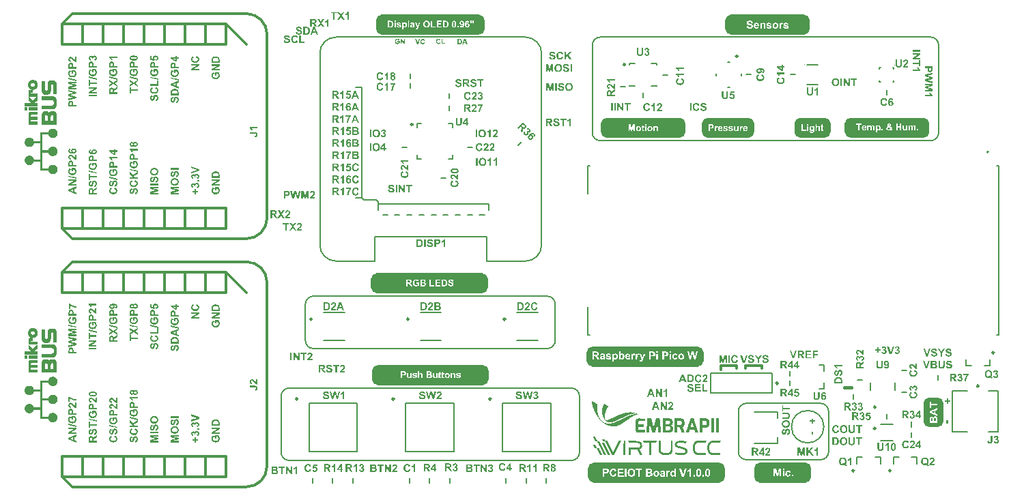
<source format=gto>
G04*
G04 #@! TF.GenerationSoftware,Altium Limited,Altium Designer,25.8.1 (18)*
G04*
G04 Layer_Color=65535*
%FSLAX44Y44*%
%MOMM*%
G71*
G04*
G04 #@! TF.SameCoordinates,74B96BC4-F20B-47FB-8E9B-22239AF92EBC*
G04*
G04*
G04 #@! TF.FilePolarity,Positive*
G04*
G01*
G75*
%ADD10C,0.5000*%
%ADD11C,0.2000*%
%ADD12C,0.3048*%
%ADD13C,0.2500*%
%ADD14C,0.1000*%
%ADD15C,0.1270*%
%ADD16C,0.0111*%
%ADD17C,0.3000*%
%ADD18C,0.4000*%
G36*
X755733Y109333D02*
X755756Y109287D01*
X755928Y109252D01*
X755985Y109172D01*
X756146Y109149D01*
X756169Y109103D01*
X756341Y108931D01*
X756478Y108908D01*
X756513Y108874D01*
X756524Y108840D01*
X756685Y108817D01*
X756719Y108782D01*
X756742Y108736D01*
X756834Y108668D01*
X756857Y108622D01*
X757029Y108587D01*
X757086Y108507D01*
X757258Y108473D01*
X757315Y108392D01*
X757361Y108370D01*
X757384Y108324D01*
X757418Y108289D01*
X757579Y108266D01*
X757625Y108175D01*
X757785Y108152D01*
X757934Y108003D01*
X757957Y107957D01*
X758129Y107922D01*
X758186Y107842D01*
X758358Y107808D01*
X758404Y107739D01*
X758450Y107716D01*
X758484Y107682D01*
X758507Y107636D01*
X758679Y107601D01*
X758737Y107521D01*
X758897Y107498D01*
X758920Y107452D01*
X759092Y107281D01*
X759230Y107258D01*
X759264Y107223D01*
X759275Y107189D01*
X759436Y107166D01*
X759470Y107132D01*
X759493Y107086D01*
X759574Y107028D01*
X759619Y106959D01*
X759780Y106937D01*
X759837Y106856D01*
X760009Y106822D01*
X760066Y106742D01*
X760112Y106719D01*
X760135Y106673D01*
X760170Y106638D01*
X760330Y106616D01*
X760376Y106524D01*
X760536Y106501D01*
X760685Y106352D01*
X760697Y106318D01*
X760743Y106295D01*
X760800Y106237D01*
X760777Y106123D01*
X760456Y105802D01*
X760433Y105664D01*
X760399Y105630D01*
X760365Y105618D01*
X760341Y105572D01*
X760284Y105515D01*
X760250Y105504D01*
X760227Y105435D01*
X760250Y105366D01*
X760192Y105309D01*
X760147Y105286D01*
X760089Y105206D01*
X760021Y105160D01*
X759998Y104999D01*
X759906Y104930D01*
X759883Y104885D01*
X759791Y104816D01*
X759768Y104655D01*
X759677Y104587D01*
X759700Y104495D01*
X759665Y104438D01*
X759585Y104403D01*
X759562Y104243D01*
X759413Y104094D01*
X759367Y104071D01*
X759333Y103899D01*
X759298Y103864D01*
X759252Y103841D01*
X759218Y103670D01*
X759149Y103624D01*
X759138Y103566D01*
X759149Y103509D01*
X759115Y103452D01*
X759069Y103429D01*
X759035Y103394D01*
X759012Y103234D01*
X758920Y103188D01*
X758897Y103028D01*
X758863Y102993D01*
X758817Y102970D01*
X758794Y102695D01*
X758691Y102615D01*
X758668Y102454D01*
X758599Y102409D01*
X758588Y102351D01*
X758599Y102294D01*
X758565Y102236D01*
X758484Y102202D01*
X758462Y102042D01*
X758427Y102007D01*
X758381Y101984D01*
X758358Y101709D01*
X758255Y101629D01*
X758232Y101468D01*
X758152Y101411D01*
X758140Y101285D01*
X758164Y101216D01*
X758083Y101113D01*
X758049Y101102D01*
X758026Y101033D01*
X758049Y100964D01*
X757991Y100907D01*
X757946Y100884D01*
X757911Y100781D01*
X757934Y100712D01*
X757911Y100597D01*
X757820Y100528D01*
X757797Y100276D01*
X757762Y100242D01*
X757716Y100219D01*
X757693Y99944D01*
X757590Y99864D01*
X757602Y99646D01*
X757579Y99600D01*
X757533Y99577D01*
X757476Y99520D01*
X757499Y99313D01*
X757441Y99256D01*
X757395Y99233D01*
X757361Y99130D01*
X757384Y99061D01*
X757361Y98947D01*
X757281Y98889D01*
X757258Y98637D01*
X757212Y98591D01*
X757166Y98568D01*
X757143Y98179D01*
X757040Y98098D01*
X757051Y97903D01*
X756994Y97823D01*
X756948Y97800D01*
X756925Y97709D01*
X756948Y97617D01*
X756937Y97559D01*
X756948Y97456D01*
X756914Y97399D01*
X756868Y97376D01*
X756834Y97342D01*
X756811Y96975D01*
X756776Y96940D01*
X756730Y96917D01*
X756708Y96528D01*
X756662Y96505D01*
X756604Y96447D01*
X756581Y95966D01*
X756501Y95909D01*
X756490Y95553D01*
X756513Y95485D01*
X756455Y95404D01*
X756410Y95381D01*
X756375Y95278D01*
X756398Y95187D01*
X756387Y94808D01*
X756398Y94705D01*
X756364Y94648D01*
X756318Y94625D01*
X756283Y94590D01*
X756261Y93788D01*
X756226Y93753D01*
X756180Y93731D01*
X756169Y91495D01*
X756226Y91438D01*
X756261Y91426D01*
X756283Y91335D01*
X756295Y90796D01*
X756375Y90762D01*
X756398Y90670D01*
X756375Y90532D01*
X756432Y90452D01*
X756478Y90429D01*
X756513Y90326D01*
X756490Y90257D01*
X756513Y90142D01*
X756593Y90085D01*
X756616Y89948D01*
X756776Y89787D01*
X756811Y89776D01*
X756857Y89592D01*
X756891Y89558D01*
X756925Y89546D01*
X756948Y89501D01*
X757006Y89443D01*
X757040Y89432D01*
X757063Y89386D01*
X757097Y89352D01*
X757246Y89340D01*
X757269Y89294D01*
X757441Y89122D01*
X757636Y89134D01*
X757705Y89088D01*
X757728Y89042D01*
X757831Y89008D01*
X757900Y89031D01*
X758966Y89019D01*
X759012Y89042D01*
X759035Y89088D01*
X759069Y89122D01*
X759161Y89145D01*
X759230Y89122D01*
X759436Y89145D01*
X759470Y89180D01*
X759493Y89226D01*
X759860Y89248D01*
X759963Y89352D01*
X760215Y89375D01*
X760250Y89409D01*
X760273Y89455D01*
X760445Y89466D01*
X760468Y89443D01*
X760571Y89501D01*
X760594Y89546D01*
X760628Y89581D01*
X760823Y89569D01*
X760903Y89627D01*
X760926Y89672D01*
X761018Y89696D01*
X761110Y89672D01*
X761201Y89696D01*
X761236Y89730D01*
X761259Y89776D01*
X761431Y89810D01*
X761488Y89890D01*
X761740Y89913D01*
X761786Y89959D01*
X761809Y90005D01*
X761981Y90039D01*
X762050Y90131D01*
X762267Y90120D01*
X762313Y90142D01*
X762336Y90188D01*
X762371Y90223D01*
X762531Y90246D01*
X762577Y90337D01*
X762737Y90360D01*
X762772Y90395D01*
X762795Y90441D01*
X762967Y90475D01*
X763001Y90509D01*
X763024Y90555D01*
X763196Y90567D01*
X763219Y90544D01*
X763322Y90601D01*
X763345Y90647D01*
X763379Y90681D01*
X763528Y90693D01*
X763563Y90773D01*
X763723Y90796D01*
X763758Y90830D01*
X763781Y90876D01*
X763952Y90911D01*
X763987Y90945D01*
X764010Y90991D01*
X764182Y91025D01*
X764239Y91105D01*
X764411Y91140D01*
X764468Y91220D01*
X764594Y91232D01*
X764663Y91209D01*
X764766Y91289D01*
X764778Y91323D01*
X764938Y91346D01*
X764973Y91381D01*
X764996Y91426D01*
X765168Y91461D01*
X765225Y91541D01*
X765397Y91575D01*
X765454Y91656D01*
X765615Y91679D01*
X765649Y91759D01*
X765833Y91805D01*
X765867Y91839D01*
X765878Y91874D01*
X766039Y91896D01*
X766073Y91931D01*
X766096Y91977D01*
X766268Y92011D01*
X766326Y92091D01*
X766497Y92126D01*
X766555Y92206D01*
X766715Y92229D01*
X766750Y92309D01*
X766933Y92355D01*
X766967Y92389D01*
X766979Y92424D01*
X767071Y92447D01*
X767162Y92424D01*
X767254Y92447D01*
X767289Y92481D01*
X767311Y92527D01*
X767483Y92561D01*
X767552Y92653D01*
X767701Y92664D01*
X767724Y92710D01*
X767781Y92768D01*
X767919Y92791D01*
X767953Y92825D01*
X767976Y92871D01*
X768148Y92905D01*
X768194Y92974D01*
X768354Y92997D01*
X768389Y93031D01*
X768412Y93077D01*
X768584Y93112D01*
X768641Y93192D01*
X768802Y93215D01*
X768824Y93261D01*
X768882Y93318D01*
X769019Y93341D01*
X769054Y93375D01*
X769077Y93421D01*
X769249Y93455D01*
X769295Y93524D01*
X769386Y93547D01*
X769478Y93524D01*
X769570Y93547D01*
X769627Y93628D01*
X769765Y93650D01*
X769833Y93719D01*
X769845Y93753D01*
X770005Y93776D01*
X770040Y93811D01*
X770063Y93857D01*
X770235Y93891D01*
X770292Y93971D01*
X770464Y94006D01*
X770510Y94074D01*
X770670Y94097D01*
X770739Y94189D01*
X770991Y94212D01*
X771025Y94247D01*
X771048Y94292D01*
X771220Y94327D01*
X771255Y94361D01*
X771278Y94407D01*
X771450Y94441D01*
X771507Y94522D01*
X771667Y94544D01*
X771690Y94590D01*
X771725Y94625D01*
X771816Y94648D01*
X771885Y94625D01*
X771977Y94648D01*
X772011Y94682D01*
X772034Y94728D01*
X772206Y94762D01*
X772241Y94797D01*
X772264Y94843D01*
X772436Y94877D01*
X772504Y94969D01*
X772665Y94992D01*
X772734Y95083D01*
X772928Y95072D01*
X773009Y95129D01*
X773032Y95175D01*
X773192Y95198D01*
X773226Y95232D01*
X773249Y95278D01*
X773525Y95301D01*
X773605Y95404D01*
X773754Y95416D01*
X773788Y95496D01*
X773972Y95542D01*
X774006Y95576D01*
X774017Y95611D01*
X774109Y95634D01*
X774247Y95611D01*
X774327Y95668D01*
X774350Y95714D01*
X774488Y95737D01*
X774533Y95760D01*
X774556Y95806D01*
X774591Y95840D01*
X774843Y95863D01*
X774877Y95897D01*
X774900Y95943D01*
X775175Y95966D01*
X775256Y96069D01*
X775405Y96081D01*
X775427Y96126D01*
X775485Y96184D01*
X775680Y96172D01*
X775760Y96230D01*
X775783Y96276D01*
X775875Y96298D01*
X775966Y96276D01*
X776058Y96298D01*
X776092Y96333D01*
X776115Y96379D01*
X776287Y96413D01*
X776345Y96493D01*
X776597Y96516D01*
X776643Y96562D01*
X776666Y96608D01*
X776837Y96620D01*
X776861Y96596D01*
X776964Y96654D01*
X776986Y96700D01*
X777021Y96734D01*
X777239Y96723D01*
X777308Y96791D01*
X777319Y96826D01*
X777411Y96849D01*
X777502Y96826D01*
X777594Y96849D01*
X777628Y96883D01*
X777652Y96929D01*
X777927Y96952D01*
X778007Y97055D01*
X778259Y97078D01*
X778293Y97112D01*
X778316Y97158D01*
X778488Y97170D01*
X778511Y97147D01*
X778614Y97204D01*
X778637Y97250D01*
X778672Y97284D01*
X778889Y97273D01*
X778958Y97342D01*
X778970Y97376D01*
X779062Y97399D01*
X779153Y97376D01*
X779360Y97399D01*
X779428Y97491D01*
X779680Y97514D01*
X779738Y97571D01*
X779749Y97605D01*
X780139Y97628D01*
X780196Y97709D01*
X780563Y97731D01*
X780609Y97777D01*
X780620Y97812D01*
X780712Y97835D01*
X780976Y97823D01*
X781022Y97846D01*
X781045Y97892D01*
X781102Y97949D01*
X781331Y97926D01*
X781446Y97949D01*
X781480Y97984D01*
X781503Y98029D01*
X781985Y98052D01*
X782030Y98098D01*
X782053Y98144D01*
X782443Y98167D01*
X782523Y98270D01*
X783108Y98282D01*
X783131Y98328D01*
X783188Y98385D01*
X783613Y98373D01*
X783681Y98419D01*
X783704Y98465D01*
X783807Y98499D01*
X783876Y98476D01*
X784426Y98499D01*
X784484Y98580D01*
X785286Y98603D01*
X785332Y98649D01*
X785355Y98694D01*
X786731Y98717D01*
X786811Y98820D01*
X789264Y98798D01*
X789298Y98763D01*
X789321Y98717D01*
X790582Y98694D01*
X790663Y98591D01*
X791465Y98568D01*
X791499Y98534D01*
X791511Y98499D01*
X791603Y98477D01*
X791981Y98488D01*
X792027Y98465D01*
X792049Y98419D01*
X792107Y98362D01*
X792336Y98385D01*
X792566Y98362D01*
X792623Y98282D01*
X793104Y98259D01*
X793150Y98213D01*
X793173Y98167D01*
X793540Y98144D01*
X793586Y98098D01*
X793609Y98052D01*
X793884Y98029D01*
X793964Y97926D01*
X794182Y97938D01*
X794228Y97915D01*
X794251Y97869D01*
X794308Y97812D01*
X794514Y97835D01*
X794572Y97777D01*
X794594Y97731D01*
X794686Y97709D01*
X794858Y97720D01*
X794893Y97685D01*
X794915Y97640D01*
X794950Y97605D01*
X795202Y97582D01*
X795237Y97548D01*
X795259Y97502D01*
X795535Y97479D01*
X795615Y97376D01*
X795775Y97353D01*
X795821Y97284D01*
X795913Y97261D01*
X795982Y97284D01*
X796073Y97261D01*
X796131Y97204D01*
X796142Y97170D01*
X796303Y97147D01*
X796337Y97112D01*
X796360Y97066D01*
X796532Y97032D01*
X796589Y96952D01*
X796761Y96917D01*
X796818Y96837D01*
X796979Y96814D01*
X797013Y96734D01*
X797082Y96711D01*
X797151Y96734D01*
X797231Y96654D01*
X797243Y96619D01*
X797403Y96596D01*
X797438Y96562D01*
X797460Y96516D01*
X797632Y96482D01*
X797678Y96413D01*
X797862Y96367D01*
X797907Y96298D01*
X797988Y96287D01*
X797999Y96298D01*
X798125Y96195D01*
X798194Y96149D01*
X798171Y96058D01*
X798068Y96046D01*
X797988Y96104D01*
X797976Y96138D01*
X797793Y96184D01*
X797770Y96230D01*
X797758Y96241D01*
X797724Y96276D01*
X797621Y96287D01*
X797495Y96276D01*
X797415Y96356D01*
X797403Y96390D01*
X797243Y96413D01*
X797208Y96447D01*
X797185Y96493D01*
X796910Y96516D01*
X796830Y96619D01*
X796635Y96608D01*
X796555Y96665D01*
X796532Y96711D01*
X796440Y96734D01*
X796303Y96711D01*
X796222Y96768D01*
X796199Y96814D01*
X796096Y96849D01*
X796027Y96826D01*
X795821Y96849D01*
X795764Y96906D01*
X795752Y96940D01*
X795248Y96963D01*
X795179Y97055D01*
X794583Y97078D01*
X794526Y97158D01*
X791992Y97170D01*
X791935Y97135D01*
X791912Y97089D01*
X791878Y97055D01*
X791075Y97032D01*
X791041Y96998D01*
X791018Y96952D01*
X790422Y96929D01*
X790376Y96883D01*
X790353Y96837D01*
X789998Y96826D01*
X789929Y96849D01*
X789826Y96769D01*
X789814Y96734D01*
X789723Y96711D01*
X789631Y96734D01*
X789425Y96711D01*
X789367Y96631D01*
X789000Y96608D01*
X788954Y96562D01*
X788932Y96516D01*
X788542Y96493D01*
X788519Y96447D01*
X788462Y96390D01*
X788095Y96367D01*
X788037Y96287D01*
X787911Y96276D01*
X787842Y96298D01*
X787762Y96264D01*
X787739Y96218D01*
X787682Y96161D01*
X787476Y96184D01*
X787418Y96126D01*
X787395Y96081D01*
X787304Y96058D01*
X787132Y96069D01*
X787097Y96035D01*
X787075Y95989D01*
X787040Y95955D01*
X786788Y95932D01*
X786753Y95897D01*
X786731Y95851D01*
X786456Y95828D01*
X786375Y95725D01*
X786157Y95737D01*
X786112Y95714D01*
X786077Y95634D01*
X785917Y95611D01*
X785859Y95553D01*
X785848Y95519D01*
X785745Y95507D01*
X785596Y95519D01*
X785561Y95485D01*
X785538Y95439D01*
X785504Y95404D01*
X785240Y95393D01*
X785217Y95347D01*
X785160Y95290D01*
X785023Y95267D01*
X784988Y95232D01*
X784977Y95198D01*
X784885Y95175D01*
X784747Y95198D01*
X784667Y95141D01*
X784644Y95095D01*
X784472Y95060D01*
X784404Y94969D01*
X784323Y94957D01*
X784174Y94969D01*
X784117Y94911D01*
X784094Y94866D01*
X783922Y94831D01*
X783888Y94797D01*
X783865Y94751D01*
X783693Y94717D01*
X783624Y94625D01*
X783406Y94636D01*
X783360Y94613D01*
X783326Y94533D01*
X783165Y94510D01*
X783131Y94476D01*
X783108Y94430D01*
X782936Y94396D01*
X782902Y94361D01*
X782879Y94315D01*
X782707Y94281D01*
X782650Y94201D01*
X782374Y94178D01*
X782340Y94097D01*
X782157Y94052D01*
X782122Y94017D01*
X782111Y93983D01*
X781950Y93960D01*
X781916Y93926D01*
X781893Y93880D01*
X781721Y93845D01*
X781652Y93753D01*
X781492Y93731D01*
X781423Y93639D01*
X781171Y93616D01*
X781136Y93582D01*
X781125Y93547D01*
X780941Y93501D01*
X780896Y93433D01*
X780735Y93410D01*
X780701Y93375D01*
X780678Y93329D01*
X780506Y93295D01*
X780449Y93215D01*
X780288Y93192D01*
X780265Y93146D01*
X780208Y93089D01*
X780070Y93066D01*
X780036Y93031D01*
X780013Y92985D01*
X779841Y92951D01*
X779795Y92882D01*
X779635Y92859D01*
X779600Y92825D01*
X779577Y92779D01*
X779405Y92745D01*
X779348Y92664D01*
X779187Y92642D01*
X779165Y92596D01*
X779107Y92538D01*
X778970Y92515D01*
X778935Y92481D01*
X778912Y92435D01*
X778740Y92401D01*
X778695Y92332D01*
X778534Y92309D01*
X778500Y92275D01*
X778477Y92229D01*
X778305Y92194D01*
X778236Y92103D01*
X778087Y92091D01*
X778064Y92045D01*
X778007Y91988D01*
X777869Y91965D01*
X777835Y91931D01*
X777812Y91885D01*
X777640Y91851D01*
X777594Y91782D01*
X777434Y91759D01*
X777399Y91725D01*
X777376Y91679D01*
X777204Y91644D01*
X777147Y91564D01*
X776986Y91541D01*
X776964Y91495D01*
X776929Y91438D01*
X776769Y91415D01*
X776734Y91381D01*
X776723Y91346D01*
X776631Y91323D01*
X776494Y91346D01*
X776413Y91289D01*
X776390Y91243D01*
X776253Y91220D01*
X776207Y91197D01*
X776184Y91151D01*
X776150Y91117D01*
X775989Y91094D01*
X775943Y91002D01*
X775783Y90979D01*
X775749Y90945D01*
X775726Y90899D01*
X775554Y90865D01*
X775496Y90785D01*
X775324Y90750D01*
X775278Y90681D01*
X775118Y90658D01*
X775061Y90578D01*
X774923Y90555D01*
X774877Y90532D01*
X774843Y90452D01*
X774682Y90429D01*
X774648Y90395D01*
X774625Y90349D01*
X774453Y90315D01*
X774396Y90234D01*
X774224Y90200D01*
X774178Y90131D01*
X774017Y90108D01*
X773960Y90028D01*
X773823Y90005D01*
X773754Y89936D01*
X773742Y89902D01*
X773582Y89879D01*
X773548Y89845D01*
X773525Y89799D01*
X773353Y89764D01*
X773295Y89684D01*
X773123Y89650D01*
X773077Y89581D01*
X772986Y89558D01*
X772894Y89581D01*
X772802Y89558D01*
X772757Y89466D01*
X772596Y89443D01*
X772562Y89409D01*
X772539Y89363D01*
X772367Y89329D01*
X772332Y89294D01*
X772309Y89248D01*
X772137Y89214D01*
X772069Y89122D01*
X771920Y89111D01*
X771897Y89065D01*
X771862Y89031D01*
X771702Y89008D01*
X771656Y88916D01*
X771553Y88904D01*
X771404Y88916D01*
X771347Y88859D01*
X771324Y88813D01*
X771152Y88778D01*
X771094Y88698D01*
X770922Y88664D01*
X770865Y88583D01*
X770739Y88572D01*
X770670Y88595D01*
X770567Y88515D01*
X770555Y88480D01*
X770395Y88457D01*
X770361Y88423D01*
X770338Y88377D01*
X770166Y88343D01*
X770097Y88251D01*
X769845Y88228D01*
X769810Y88194D01*
X769788Y88148D01*
X769615Y88113D01*
X769581Y88079D01*
X769570Y88045D01*
X769478Y88022D01*
X769340Y88045D01*
X769260Y87987D01*
X769237Y87942D01*
X769100Y87919D01*
X769054Y87896D01*
X769031Y87850D01*
X768997Y87815D01*
X768916Y87804D01*
X768767Y87816D01*
X768710Y87758D01*
X768687Y87712D01*
X768412Y87689D01*
X768332Y87586D01*
X768068Y87575D01*
X768034Y87494D01*
X767850Y87449D01*
X767816Y87414D01*
X767804Y87380D01*
X767713Y87357D01*
X767621Y87380D01*
X767529Y87357D01*
X767495Y87323D01*
X767472Y87277D01*
X767380Y87254D01*
X767231Y87265D01*
X767151Y87185D01*
X767139Y87150D01*
X766750Y87128D01*
X766681Y87036D01*
X766417Y87024D01*
X766383Y86944D01*
X766291Y86921D01*
X766027Y86933D01*
X765959Y86887D01*
X765936Y86841D01*
X765833Y86807D01*
X765741Y86830D01*
X765672Y86807D01*
X765615Y86749D01*
X765603Y86715D01*
X765099Y86692D01*
X765042Y86612D01*
X764675Y86589D01*
X764629Y86543D01*
X764606Y86497D01*
X764010Y86474D01*
X763930Y86371D01*
X761912Y86394D01*
X761855Y86474D01*
X761373Y86497D01*
X761293Y86600D01*
X760926Y86623D01*
X760892Y86658D01*
X760869Y86704D01*
X760697Y86715D01*
X760674Y86692D01*
X760571Y86749D01*
X760548Y86795D01*
X760514Y86830D01*
X760296Y86818D01*
X760250Y86841D01*
X760215Y86921D01*
X760055Y86944D01*
X760021Y86979D01*
X759998Y87024D01*
X759826Y87059D01*
X759791Y87093D01*
X759768Y87139D01*
X759596Y87174D01*
X759539Y87254D01*
X759367Y87288D01*
X759310Y87368D01*
X759149Y87391D01*
X759115Y87472D01*
X758954Y87494D01*
X758897Y87552D01*
X758886Y87586D01*
X758840Y87609D01*
X758805Y87643D01*
X758783Y87689D01*
X758611Y87724D01*
X758576Y87758D01*
X758553Y87804D01*
X758484Y87850D01*
X758462Y87896D01*
X758381Y87953D01*
X758335Y88022D01*
X758175Y88045D01*
X758140Y88079D01*
X758118Y88125D01*
X758049Y88171D01*
X758026Y88217D01*
X757991Y88251D01*
X757946Y88274D01*
X757888Y88354D01*
X757728Y88377D01*
X757705Y88423D01*
X756432Y89695D01*
X756398Y89707D01*
X756375Y89776D01*
X756398Y89845D01*
X756341Y89902D01*
X756295Y89925D01*
X756238Y90005D01*
X756169Y90051D01*
X756146Y90097D01*
X756112Y90131D01*
X756066Y90154D01*
X756008Y90234D01*
X755939Y90280D01*
X755917Y90441D01*
X755836Y90498D01*
X755790Y90567D01*
X755745Y90590D01*
X755687Y90670D01*
X755619Y90716D01*
X755596Y90876D01*
X755515Y90934D01*
X755492Y90979D01*
X755447Y91002D01*
X755389Y91060D01*
X755378Y91209D01*
X755332Y91232D01*
X755217Y91346D01*
X755183Y91358D01*
X755160Y91518D01*
X755126Y91553D01*
X755080Y91575D01*
X755045Y91748D01*
X755011Y91782D01*
X754965Y91805D01*
X754931Y91977D01*
X754850Y92034D01*
X754805Y92103D01*
X754759Y92126D01*
X754724Y92183D01*
X754747Y92252D01*
X754713Y92309D01*
X754667Y92332D01*
X754633Y92366D01*
X754610Y92527D01*
X754518Y92573D01*
X754495Y92733D01*
X754461Y92768D01*
X754415Y92791D01*
X754380Y92963D01*
X754300Y93020D01*
X754289Y93146D01*
X754312Y93215D01*
X754277Y93295D01*
X754231Y93318D01*
X754197Y93352D01*
X754186Y93410D01*
X754197Y93467D01*
X754163Y93524D01*
X754082Y93559D01*
X754071Y93662D01*
X754082Y93811D01*
X754025Y93868D01*
X753979Y93891D01*
X753945Y94063D01*
X753865Y94120D01*
X753842Y94396D01*
X753796Y94418D01*
X753738Y94476D01*
X753750Y94671D01*
X753704Y94739D01*
X753658Y94762D01*
X753624Y94866D01*
X753647Y94957D01*
X753624Y95049D01*
X753544Y95106D01*
X753521Y95473D01*
X753475Y95519D01*
X753429Y95542D01*
X753406Y95932D01*
X753360Y95955D01*
X753303Y96012D01*
X753280Y96379D01*
X753200Y96436D01*
X753188Y96791D01*
X753211Y96860D01*
X753154Y96940D01*
X753108Y96963D01*
X753074Y97066D01*
X753097Y97158D01*
X753085Y97422D01*
X753097Y97548D01*
X753039Y97605D01*
X752993Y97628D01*
X752971Y98660D01*
X752925Y98706D01*
X752879Y98729D01*
X752867Y101079D01*
X752925Y101136D01*
X752971Y101159D01*
X752993Y102191D01*
X753039Y102236D01*
X753074Y102248D01*
X753097Y102340D01*
X753085Y102443D01*
X753097Y102821D01*
X753074Y102890D01*
X753097Y102959D01*
X753131Y102993D01*
X753177Y103016D01*
X753211Y103119D01*
X753188Y103188D01*
X753211Y103509D01*
X753269Y103566D01*
X753303Y103578D01*
X753326Y104082D01*
X753406Y104139D01*
X753429Y104506D01*
X753532Y104587D01*
X753521Y104782D01*
X753544Y104850D01*
X753589Y104873D01*
X753647Y104930D01*
X753635Y105240D01*
X753681Y105309D01*
X753727Y105332D01*
X753761Y105435D01*
X753738Y105504D01*
X753761Y105618D01*
X753853Y105687D01*
X753876Y105939D01*
X753911Y105974D01*
X753956Y105997D01*
X753991Y106168D01*
X754082Y106237D01*
X754071Y106432D01*
X754094Y106501D01*
X754140Y106524D01*
X754197Y106581D01*
X754186Y106684D01*
X754209Y106730D01*
X754289Y106765D01*
X754312Y106856D01*
X754289Y106948D01*
X754312Y107040D01*
X754346Y107074D01*
X754392Y107097D01*
X754426Y107269D01*
X754518Y107338D01*
X754541Y107498D01*
X754633Y107567D01*
X754644Y107716D01*
X754724Y107751D01*
X754747Y107842D01*
X754724Y107980D01*
X754782Y108060D01*
X754827Y108083D01*
X754862Y108255D01*
X754942Y108312D01*
X754988Y108381D01*
X755034Y108404D01*
X755068Y108438D01*
X755091Y108599D01*
X755172Y108656D01*
X755194Y108817D01*
X755275Y108851D01*
X755297Y108943D01*
X755275Y108989D01*
X755332Y109046D01*
X755378Y109069D01*
X755412Y109241D01*
X755447Y109275D01*
X755492Y109298D01*
X755550Y109378D01*
X755676Y109390D01*
X755733Y109333D01*
D02*
G37*
G36*
X740326Y113001D02*
X740349Y112909D01*
X740521Y112875D01*
X740555Y112840D01*
X740567Y112806D01*
X740613Y112783D01*
X740670Y112726D01*
X740682Y112691D01*
X740842Y112668D01*
X740876Y112634D01*
X740899Y112588D01*
X741071Y112554D01*
X741129Y112473D01*
X741198Y112428D01*
X741220Y112382D01*
X741255Y112347D01*
X741404Y112336D01*
X741427Y112290D01*
X741484Y112233D01*
X741622Y112210D01*
X741656Y112175D01*
X741667Y112141D01*
X741828Y112118D01*
X741862Y112084D01*
X741885Y112038D01*
X741965Y111980D01*
X742011Y111912D01*
X742172Y111889D01*
X742241Y111797D01*
X742401Y111774D01*
X742470Y111683D01*
X742516Y111660D01*
X742562Y111591D01*
X742722Y111568D01*
X742768Y111476D01*
X742928Y111453D01*
X742963Y111419D01*
X742986Y111373D01*
X743158Y111339D01*
X743192Y111304D01*
X743204Y111270D01*
X743249Y111247D01*
X743307Y111190D01*
X743330Y111144D01*
X743502Y111109D01*
X743548Y111040D01*
X743708Y111018D01*
X743765Y110937D01*
X743800Y110903D01*
X743834Y110892D01*
X743857Y110846D01*
X743891Y110811D01*
X744052Y110788D01*
X744109Y110708D01*
X744247Y110685D01*
X744407Y110525D01*
X744419Y110490D01*
X744579Y110467D01*
X744614Y110433D01*
X744637Y110387D01*
X744808Y110353D01*
X744843Y110318D01*
X744866Y110272D01*
X745038Y110238D01*
X745095Y110158D01*
X745164Y110112D01*
X745187Y110066D01*
X745221Y110032D01*
X745370Y110020D01*
X745405Y109940D01*
X745565Y109917D01*
X745737Y109745D01*
X745748Y109711D01*
X745909Y109688D01*
X745943Y109654D01*
X745966Y109608D01*
X746138Y109573D01*
X746196Y109493D01*
X746367Y109459D01*
X746425Y109378D01*
X746471Y109355D01*
X746494Y109310D01*
X746528Y109275D01*
X746689Y109252D01*
X746734Y109160D01*
X746895Y109138D01*
X746986Y109046D01*
X747021Y109034D01*
X747032Y108977D01*
X746986Y108931D01*
X746941Y108908D01*
X746906Y108851D01*
X746929Y108782D01*
X746906Y106535D01*
X746826Y106478D01*
X746815Y104472D01*
X746849Y104438D01*
X746895Y104415D01*
X746929Y104380D01*
X746952Y102248D01*
X746986Y102214D01*
X747032Y102191D01*
X747044Y101171D01*
X747021Y101102D01*
X747078Y101021D01*
X747124Y100998D01*
X747158Y100895D01*
X747135Y100827D01*
X747159Y100162D01*
X747239Y100104D01*
X747262Y99417D01*
X747285Y99371D01*
X747330Y99348D01*
X747365Y99313D01*
X747388Y98717D01*
X747468Y98660D01*
X747491Y98064D01*
X747537Y98041D01*
X747594Y97984D01*
X747583Y97674D01*
X747628Y97605D01*
X747674Y97582D01*
X747709Y97479D01*
X747686Y97410D01*
X747709Y97089D01*
X747743Y97055D01*
X747789Y97032D01*
X747812Y96665D01*
X747835Y96619D01*
X747881Y96596D01*
X747915Y96562D01*
X747938Y96195D01*
X748018Y96138D01*
X748030Y96126D01*
X748030Y96104D01*
X748041Y95863D01*
X748087Y95840D01*
X748144Y95783D01*
X748133Y95588D01*
X748179Y95519D01*
X748225Y95496D01*
X748259Y95393D01*
X748236Y95324D01*
X748259Y95095D01*
X748339Y95037D01*
X748362Y94785D01*
X748408Y94739D01*
X748454Y94717D01*
X748488Y94544D01*
X748580Y94476D01*
X748591Y94212D01*
X748637Y94189D01*
X748695Y94132D01*
X748683Y93937D01*
X748729Y93868D01*
X748775Y93845D01*
X748809Y93673D01*
X748844Y93639D01*
X748889Y93616D01*
X748912Y93341D01*
X749016Y93261D01*
X749027Y93111D01*
X749130Y93054D01*
X749153Y92894D01*
X749187Y92859D01*
X749233Y92837D01*
X749245Y92756D01*
X749222Y92733D01*
X749279Y92653D01*
X749325Y92630D01*
X749360Y92458D01*
X749440Y92401D01*
X749474Y92229D01*
X749554Y92172D01*
X749577Y92011D01*
X749680Y91954D01*
X749703Y91793D01*
X749738Y91759D01*
X749784Y91736D01*
X749795Y91656D01*
X749772Y91633D01*
X749829Y91553D01*
X749875Y91530D01*
X749910Y91358D01*
X749990Y91300D01*
X750024Y91266D01*
X750036Y91232D01*
X750082Y91209D01*
X750116Y91174D01*
X750139Y91014D01*
X750219Y90956D01*
X750242Y90819D01*
X750403Y90658D01*
X750437Y90647D01*
X750460Y90486D01*
X750494Y90452D01*
X750540Y90429D01*
X750598Y90349D01*
X750666Y90303D01*
X750689Y90257D01*
X750724Y90223D01*
X750770Y90200D01*
X750804Y90028D01*
X750884Y89971D01*
X750930Y89902D01*
X750976Y89879D01*
X751033Y89799D01*
X751102Y89753D01*
X751125Y89592D01*
X751205Y89535D01*
X751251Y89466D01*
X751297Y89443D01*
X751331Y89409D01*
X751354Y89363D01*
X751434Y89306D01*
X751457Y89260D01*
X751503Y89237D01*
X751560Y89180D01*
X751572Y89145D01*
X751618Y89122D01*
X751652Y89088D01*
X751675Y88927D01*
X751813Y88813D01*
X752546Y88079D01*
X752558Y88045D01*
X752741Y87999D01*
X752787Y87930D01*
X752833Y87907D01*
X752867Y87873D01*
X752890Y87827D01*
X752971Y87770D01*
X753016Y87701D01*
X753062Y87678D01*
X753097Y87643D01*
X753120Y87598D01*
X753200Y87540D01*
X753246Y87472D01*
X753406Y87449D01*
X753452Y87380D01*
X753498Y87357D01*
X753532Y87323D01*
X753555Y87277D01*
X753727Y87242D01*
X753784Y87162D01*
X753819Y87128D01*
X753853Y87116D01*
X753876Y87070D01*
X753911Y87036D01*
X753956Y87013D01*
X754014Y86933D01*
X754174Y86910D01*
X754209Y86830D01*
X754369Y86807D01*
X754518Y86658D01*
X754541Y86612D01*
X754713Y86577D01*
X754747Y86543D01*
X754770Y86497D01*
X754942Y86463D01*
X754999Y86383D01*
X755172Y86348D01*
X755217Y86279D01*
X755378Y86256D01*
X755424Y86165D01*
X755584Y86142D01*
X755619Y86107D01*
X755641Y86061D01*
X755917Y86039D01*
X755997Y85935D01*
X756157Y85913D01*
X756215Y85832D01*
X756341Y85821D01*
X756410Y85844D01*
X756455Y85821D01*
X756513Y85764D01*
X756524Y85729D01*
X756616Y85706D01*
X756708Y85729D01*
X756799Y85706D01*
X756834Y85672D01*
X756857Y85626D01*
X756948Y85603D01*
X757097Y85615D01*
X757212Y85500D01*
X757464Y85477D01*
X757499Y85442D01*
X757522Y85397D01*
X757911Y85374D01*
X757934Y85328D01*
X757991Y85271D01*
X758416Y85282D01*
X758462Y85259D01*
X758484Y85213D01*
X758519Y85179D01*
X758611Y85156D01*
X758679Y85179D01*
X759115Y85156D01*
X759172Y85076D01*
X760319Y85053D01*
X760399Y84950D01*
X762416Y84972D01*
X762451Y85007D01*
X762474Y85053D01*
X763735Y85076D01*
X763815Y85179D01*
X764468Y85167D01*
X764514Y85190D01*
X764537Y85236D01*
X764572Y85271D01*
X764663Y85294D01*
X764732Y85271D01*
X765168Y85294D01*
X765225Y85374D01*
X765706Y85397D01*
X765787Y85500D01*
X766153Y85523D01*
X766188Y85557D01*
X766211Y85603D01*
X766601Y85626D01*
X766681Y85729D01*
X766876Y85718D01*
X766956Y85775D01*
X766979Y85821D01*
X767071Y85844D01*
X767162Y85821D01*
X767254Y85844D01*
X767288Y85878D01*
X767311Y85924D01*
X767563Y85947D01*
X767667Y86050D01*
X767919Y86073D01*
X767953Y86107D01*
X767976Y86153D01*
X768148Y86165D01*
X768171Y86142D01*
X768274Y86199D01*
X768297Y86245D01*
X768332Y86279D01*
X768481Y86291D01*
X768515Y86371D01*
X768607Y86394D01*
X768698Y86371D01*
X768790Y86394D01*
X768824Y86428D01*
X768847Y86474D01*
X769123Y86497D01*
X769203Y86600D01*
X769352Y86612D01*
X769375Y86658D01*
X769432Y86715D01*
X769604Y86704D01*
X769684Y86738D01*
X769742Y86818D01*
X769914Y86853D01*
X769959Y86921D01*
X770120Y86944D01*
X770189Y87036D01*
X770441Y87059D01*
X770475Y87093D01*
X770498Y87139D01*
X770670Y87174D01*
X770704Y87208D01*
X770727Y87254D01*
X770899Y87265D01*
X770922Y87242D01*
X771025Y87300D01*
X771048Y87345D01*
X771083Y87380D01*
X771232Y87391D01*
X771266Y87472D01*
X771427Y87494D01*
X771461Y87529D01*
X771484Y87575D01*
X771759Y87598D01*
X771840Y87701D01*
X772000Y87724D01*
X772057Y87804D01*
X772218Y87827D01*
X772252Y87907D01*
X772344Y87930D01*
X772493Y87919D01*
X772562Y87964D01*
X772585Y88010D01*
X772757Y88045D01*
X772791Y88079D01*
X772814Y88125D01*
X772986Y88159D01*
X773043Y88240D01*
X773204Y88263D01*
X773238Y88343D01*
X773421Y88389D01*
X773456Y88423D01*
X773467Y88457D01*
X773559Y88480D01*
X773697Y88457D01*
X773777Y88515D01*
X773800Y88561D01*
X773937Y88583D01*
X773983Y88606D01*
X774006Y88652D01*
X774040Y88687D01*
X774178Y88710D01*
X774235Y88767D01*
X774247Y88801D01*
X774407Y88824D01*
X774442Y88859D01*
X774464Y88904D01*
X774637Y88939D01*
X774694Y89019D01*
X774820Y89031D01*
X774889Y89008D01*
X774969Y89042D01*
X774992Y89088D01*
X775026Y89122D01*
X775187Y89145D01*
X775233Y89237D01*
X775393Y89260D01*
X775427Y89294D01*
X775450Y89340D01*
X775622Y89375D01*
X775657Y89409D01*
X775680Y89455D01*
X775852Y89489D01*
X775909Y89569D01*
X776069Y89592D01*
X776092Y89638D01*
X776150Y89695D01*
X776356Y89672D01*
X776413Y89730D01*
X776436Y89776D01*
X776608Y89810D01*
X776643Y89845D01*
X776666Y89890D01*
X776837Y89925D01*
X776906Y90016D01*
X777055Y90028D01*
X777078Y90074D01*
X777136Y90131D01*
X777285Y90142D01*
X777319Y90223D01*
X777479Y90246D01*
X777514Y90280D01*
X777537Y90326D01*
X777709Y90360D01*
X777743Y90395D01*
X777766Y90441D01*
X777938Y90475D01*
X777995Y90555D01*
X778156Y90578D01*
X778179Y90624D01*
X778236Y90681D01*
X778431Y90670D01*
X778511Y90727D01*
X778534Y90773D01*
X778695Y90796D01*
X778729Y90830D01*
X778752Y90876D01*
X778924Y90911D01*
X778993Y91002D01*
X779153Y91025D01*
X779222Y91117D01*
X779371Y91128D01*
X779405Y91209D01*
X779589Y91255D01*
X779623Y91289D01*
X779635Y91323D01*
X779795Y91346D01*
X779829Y91381D01*
X779852Y91426D01*
X780024Y91461D01*
X780082Y91541D01*
X780254Y91575D01*
X780311Y91656D01*
X780471Y91679D01*
X780506Y91759D01*
X780689Y91805D01*
X780724Y91839D01*
X780735Y91874D01*
X780896Y91896D01*
X780930Y91931D01*
X780953Y91977D01*
X781125Y92011D01*
X781194Y92103D01*
X781354Y92126D01*
X781423Y92217D01*
X781572Y92229D01*
X781606Y92309D01*
X781790Y92355D01*
X781836Y92424D01*
X781996Y92447D01*
X782030Y92481D01*
X782053Y92527D01*
X782225Y92561D01*
X782294Y92653D01*
X782455Y92676D01*
X782523Y92768D01*
X782673Y92779D01*
X782707Y92859D01*
X782890Y92905D01*
X782936Y92974D01*
X783097Y92997D01*
X783131Y93031D01*
X783154Y93077D01*
X783326Y93112D01*
X783383Y93192D01*
X783555Y93226D01*
X783613Y93307D01*
X783773Y93329D01*
X783807Y93410D01*
X783991Y93455D01*
X784037Y93524D01*
X784197Y93547D01*
X784231Y93582D01*
X784254Y93627D01*
X784426Y93662D01*
X784484Y93742D01*
X784656Y93776D01*
X784713Y93857D01*
X784874Y93880D01*
X784908Y93960D01*
X785091Y94006D01*
X785137Y94074D01*
X785298Y94097D01*
X785332Y94132D01*
X785355Y94178D01*
X785630Y94201D01*
X785710Y94304D01*
X785859Y94315D01*
X785917Y94418D01*
X786077Y94441D01*
X786112Y94476D01*
X786123Y94510D01*
X786215Y94533D01*
X786352Y94510D01*
X786432Y94567D01*
X786456Y94613D01*
X786593Y94636D01*
X786639Y94659D01*
X786662Y94705D01*
X786696Y94739D01*
X786948Y94762D01*
X786983Y94797D01*
X787006Y94843D01*
X787178Y94877D01*
X787246Y94969D01*
X787441Y94957D01*
X787510Y94980D01*
X787533Y95026D01*
X787590Y95083D01*
X787739Y95095D01*
X787774Y95175D01*
X787865Y95198D01*
X787957Y95175D01*
X788049Y95198D01*
X788083Y95232D01*
X788106Y95278D01*
X788381Y95301D01*
X788462Y95404D01*
X788714Y95427D01*
X788748Y95462D01*
X788771Y95507D01*
X788943Y95519D01*
X788966Y95496D01*
X789069Y95553D01*
X789092Y95599D01*
X789126Y95634D01*
X789436Y95622D01*
X789505Y95668D01*
X789528Y95714D01*
X789631Y95748D01*
X789723Y95725D01*
X789814Y95748D01*
X789872Y95829D01*
X790238Y95851D01*
X790284Y95897D01*
X790307Y95943D01*
X790697Y95966D01*
X790777Y96069D01*
X791144Y96092D01*
X791201Y96172D01*
X791671Y96184D01*
X791740Y96161D01*
X791820Y96218D01*
X791843Y96264D01*
X791946Y96298D01*
X792015Y96276D01*
X792451Y96298D01*
X792485Y96333D01*
X792508Y96379D01*
X793311Y96402D01*
X793356Y96425D01*
X793379Y96470D01*
X793414Y96505D01*
X795661Y96482D01*
X795718Y96402D01*
X796406Y96379D01*
X796452Y96333D01*
X796463Y96298D01*
X796555Y96276D01*
X796933Y96287D01*
X796979Y96264D01*
X797002Y96218D01*
X797059Y96161D01*
X797288Y96184D01*
X797403Y96161D01*
X797437Y96126D01*
X797460Y96081D01*
X797736Y96058D01*
X797816Y95955D01*
X797953Y95932D01*
X797988Y95897D01*
X798011Y95851D01*
X798183Y95817D01*
X798217Y95783D01*
X798240Y95737D01*
X798412Y95702D01*
X798469Y95622D01*
X798527Y95611D01*
X798572Y95634D01*
X798630Y95599D01*
X798653Y95553D01*
X798779Y95427D01*
X798825Y95404D01*
X798859Y95370D01*
X798836Y95301D01*
X798710Y95290D01*
X798595Y95404D01*
X798446Y95416D01*
X798423Y95462D01*
X798366Y95519D01*
X798229Y95542D01*
X798194Y95576D01*
X798183Y95611D01*
X798091Y95634D01*
X797942Y95622D01*
X797873Y95668D01*
X797850Y95714D01*
X797747Y95748D01*
X797678Y95725D01*
X797357Y95748D01*
X797323Y95782D01*
X797300Y95829D01*
X795706Y95840D01*
X795672Y95806D01*
X795649Y95760D01*
X795615Y95725D01*
X795191Y95737D01*
X795122Y95691D01*
X795099Y95645D01*
X794996Y95611D01*
X794927Y95634D01*
X794721Y95611D01*
X794663Y95553D01*
X794652Y95519D01*
X794262Y95496D01*
X794193Y95404D01*
X793941Y95381D01*
X793907Y95347D01*
X793884Y95301D01*
X793712Y95267D01*
X793677Y95232D01*
X793654Y95187D01*
X793528Y95175D01*
X793460Y95198D01*
X793356Y95141D01*
X793334Y95095D01*
X793196Y95072D01*
X793150Y95049D01*
X793127Y95003D01*
X793093Y94969D01*
X793024Y94946D01*
X792955Y94969D01*
X792841Y94946D01*
X792806Y94911D01*
X792783Y94866D01*
X792611Y94831D01*
X792554Y94751D01*
X792382Y94717D01*
X792325Y94636D01*
X792164Y94613D01*
X792130Y94533D01*
X791969Y94510D01*
X791912Y94453D01*
X791901Y94418D01*
X791740Y94396D01*
X791706Y94361D01*
X791683Y94315D01*
X791511Y94281D01*
X791453Y94201D01*
X791385Y94155D01*
X791362Y94109D01*
X791327Y94074D01*
X791167Y94052D01*
X791121Y93983D01*
X790961Y93960D01*
X790915Y93868D01*
X790754Y93845D01*
X790605Y93696D01*
X790582Y93650D01*
X790410Y93616D01*
X790376Y93582D01*
X790353Y93536D01*
X790181Y93501D01*
X790135Y93433D01*
X790089Y93410D01*
X790055Y93375D01*
X790032Y93329D01*
X789860Y93295D01*
X789803Y93215D01*
X789642Y93192D01*
X789619Y93146D01*
X789447Y92974D01*
X789310Y92951D01*
X789161Y92802D01*
X789149Y92768D01*
X788989Y92745D01*
X788954Y92710D01*
X788932Y92664D01*
X788851Y92607D01*
X788805Y92538D01*
X788645Y92515D01*
X788576Y92424D01*
X788530Y92401D01*
X788484Y92332D01*
X788324Y92309D01*
X788267Y92229D01*
X788232Y92194D01*
X788198Y92183D01*
X788175Y92137D01*
X788141Y92103D01*
X787991Y92091D01*
X787969Y92045D01*
X787797Y91874D01*
X787659Y91851D01*
X787418Y91610D01*
X787395Y91564D01*
X787224Y91530D01*
X787189Y91495D01*
X787166Y91449D01*
X787075Y91381D01*
X787051Y91335D01*
X786880Y91300D01*
X786834Y91232D01*
X786788Y91209D01*
X786753Y91174D01*
X786731Y91128D01*
X786662Y91082D01*
X786639Y91037D01*
X786604Y91002D01*
X786444Y90979D01*
X786387Y90899D01*
X786318Y90853D01*
X786295Y90807D01*
X786261Y90773D01*
X786112Y90762D01*
X786089Y90716D01*
X785825Y90452D01*
X785687Y90429D01*
X785538Y90280D01*
X785527Y90246D01*
X785343Y90200D01*
X785298Y90131D01*
X785252Y90108D01*
X785217Y90074D01*
X785194Y90028D01*
X785114Y89971D01*
X785068Y89902D01*
X784908Y89879D01*
X784851Y89799D01*
X784782Y89753D01*
X784759Y89707D01*
X784725Y89672D01*
X784679Y89650D01*
X784633Y89581D01*
X784472Y89558D01*
X784415Y89478D01*
X784380Y89443D01*
X784346Y89432D01*
X784323Y89386D01*
X784266Y89329D01*
X784231Y89317D01*
X784209Y89271D01*
X784174Y89237D01*
X784025Y89226D01*
X784002Y89180D01*
X783853Y89031D01*
X783716Y89008D01*
X783452Y88744D01*
X783429Y88698D01*
X783257Y88664D01*
X783223Y88629D01*
X783211Y88595D01*
X783165Y88572D01*
X783131Y88538D01*
X783108Y88492D01*
X783016Y88423D01*
X782993Y88377D01*
X782822Y88343D01*
X782764Y88263D01*
X782695Y88217D01*
X782672Y88171D01*
X782638Y88137D01*
X782478Y88113D01*
X782420Y88033D01*
X782374Y88010D01*
X782352Y87964D01*
X782294Y87907D01*
X782260Y87896D01*
X782237Y87850D01*
X782202Y87815D01*
X782065Y87793D01*
X781859Y87586D01*
X781721Y87563D01*
X781687Y87529D01*
X781675Y87494D01*
X781629Y87472D01*
X781457Y87300D01*
X781446Y87265D01*
X781285Y87242D01*
X781251Y87208D01*
X781228Y87162D01*
X781136Y87093D01*
X781113Y87047D01*
X780941Y87013D01*
X780873Y86921D01*
X780827Y86898D01*
X780781Y86830D01*
X780735Y86807D01*
X780701Y86772D01*
X780678Y86726D01*
X780506Y86692D01*
X780414Y86577D01*
X780380Y86566D01*
X780357Y86520D01*
X780322Y86486D01*
X780173Y86474D01*
X780151Y86428D01*
X780036Y86314D01*
X780024Y86279D01*
X779864Y86256D01*
X779715Y86107D01*
X779692Y86061D01*
X779520Y86027D01*
X779486Y85993D01*
X779463Y85947D01*
X779394Y85901D01*
X779371Y85855D01*
X779337Y85821D01*
X779176Y85798D01*
X779130Y85729D01*
X779084Y85706D01*
X779050Y85672D01*
X779027Y85626D01*
X778855Y85591D01*
X778763Y85477D01*
X778729Y85465D01*
X778706Y85420D01*
X778672Y85385D01*
X778523Y85374D01*
X778500Y85328D01*
X778385Y85213D01*
X778374Y85179D01*
X778213Y85156D01*
X778179Y85121D01*
X778156Y85076D01*
X777984Y85041D01*
X777950Y85007D01*
X777927Y84961D01*
X777846Y84904D01*
X777801Y84835D01*
X777640Y84812D01*
X777583Y84732D01*
X777514Y84686D01*
X777491Y84640D01*
X777353Y84617D01*
X777308Y84594D01*
X777285Y84548D01*
X777250Y84514D01*
X777113Y84491D01*
X776906Y84285D01*
X776769Y84262D01*
X776734Y84227D01*
X776711Y84181D01*
X776540Y84147D01*
X776494Y84078D01*
X776333Y84055D01*
X776299Y84021D01*
X776276Y83975D01*
X776207Y83929D01*
X776184Y83883D01*
X776150Y83849D01*
X775989Y83826D01*
X775920Y83734D01*
X775771Y83723D01*
X775737Y83643D01*
X775554Y83597D01*
X775519Y83562D01*
X775508Y83528D01*
X775347Y83505D01*
X775313Y83471D01*
X775290Y83425D01*
X775118Y83391D01*
X775061Y83310D01*
X774889Y83276D01*
X774831Y83196D01*
X774671Y83173D01*
X774637Y83092D01*
X774453Y83047D01*
X774419Y83012D01*
X774407Y82978D01*
X774247Y82955D01*
X774212Y82921D01*
X774190Y82875D01*
X774098Y82852D01*
X773926Y82863D01*
X773891Y82829D01*
X773868Y82783D01*
X773834Y82749D01*
X773685Y82737D01*
X773662Y82691D01*
X773605Y82634D01*
X773353Y82611D01*
X773295Y82531D01*
X773123Y82496D01*
X773077Y82428D01*
X772986Y82405D01*
X772894Y82428D01*
X772802Y82405D01*
X772757Y82313D01*
X772653Y82302D01*
X772504Y82313D01*
X772447Y82256D01*
X772424Y82210D01*
X772149Y82187D01*
X772069Y82084D01*
X771816Y82061D01*
X771782Y82026D01*
X771771Y81992D01*
X771679Y81969D01*
X771415Y81980D01*
X771369Y81958D01*
X771347Y81912D01*
X771312Y81877D01*
X771220Y81854D01*
X771152Y81877D01*
X770945Y81854D01*
X770911Y81820D01*
X770888Y81774D01*
X770292Y81751D01*
X770246Y81705D01*
X770223Y81659D01*
X769501Y81625D01*
X769432Y81533D01*
X768400Y81510D01*
X768343Y81430D01*
X765695Y81419D01*
X765638Y81453D01*
X765603Y81533D01*
X764549Y81556D01*
X764491Y81637D01*
X763895Y81659D01*
X763815Y81763D01*
X763230Y81774D01*
X763207Y81820D01*
X763150Y81877D01*
X762840Y81866D01*
X762772Y81912D01*
X762749Y81958D01*
X762646Y81992D01*
X762577Y81969D01*
X762348Y81992D01*
X762302Y82084D01*
X761912Y82107D01*
X761855Y82187D01*
X761580Y82210D01*
X761557Y82256D01*
X761499Y82313D01*
X761327Y82302D01*
X761247Y82336D01*
X761178Y82428D01*
X760961Y82416D01*
X760915Y82439D01*
X760892Y82485D01*
X760857Y82519D01*
X760766Y82542D01*
X760697Y82519D01*
X760605Y82542D01*
X760571Y82577D01*
X760548Y82622D01*
X760273Y82645D01*
X760192Y82749D01*
X760032Y82772D01*
X759975Y82852D01*
X759826Y82863D01*
X759803Y82840D01*
X759688Y82909D01*
X759642Y82978D01*
X759482Y83001D01*
X759436Y83070D01*
X759275Y83092D01*
X759241Y83127D01*
X759218Y83173D01*
X759046Y83207D01*
X758989Y83287D01*
X758828Y83310D01*
X758794Y83391D01*
X758611Y83436D01*
X758576Y83471D01*
X758553Y83517D01*
X758381Y83551D01*
X758335Y83620D01*
X758175Y83643D01*
X758140Y83677D01*
X758118Y83723D01*
X757946Y83757D01*
X757888Y83838D01*
X757728Y83861D01*
X757693Y83941D01*
X757510Y83987D01*
X757476Y84021D01*
X757464Y84055D01*
X757418Y84078D01*
X757361Y84136D01*
X757350Y84170D01*
X757189Y84193D01*
X757155Y84227D01*
X757132Y84273D01*
X756960Y84308D01*
X756902Y84388D01*
X756834Y84434D01*
X756811Y84480D01*
X756776Y84514D01*
X756627Y84525D01*
X756604Y84571D01*
X756547Y84629D01*
X756513Y84640D01*
X756490Y84686D01*
X756455Y84720D01*
X756318Y84743D01*
X756146Y84915D01*
X756134Y84950D01*
X755974Y84972D01*
X755939Y85007D01*
X755928Y85041D01*
X755882Y85064D01*
X755825Y85121D01*
X755813Y85156D01*
X755630Y85202D01*
X755584Y85271D01*
X755538Y85294D01*
X755504Y85328D01*
X755481Y85374D01*
X755309Y85408D01*
X755252Y85488D01*
X755183Y85534D01*
X755160Y85580D01*
X755126Y85615D01*
X755080Y85637D01*
X755023Y85718D01*
X754942Y85729D01*
X754919Y85706D01*
X754862Y85740D01*
X754839Y85786D01*
X754667Y85958D01*
X754633Y85970D01*
X754610Y86016D01*
X754575Y86050D01*
X754438Y86073D01*
X753945Y86566D01*
X753933Y86600D01*
X753773Y86623D01*
X753738Y86658D01*
X753727Y86692D01*
X753681Y86715D01*
X753624Y86772D01*
X753612Y86807D01*
X753567Y86830D01*
X753509Y86887D01*
X753498Y86921D01*
X753452Y86944D01*
X753395Y87002D01*
X753383Y87036D01*
X753337Y87059D01*
X753303Y87093D01*
X753280Y87139D01*
X753108Y87174D01*
X753074Y87208D01*
X753051Y87254D01*
X752982Y87300D01*
X752959Y87345D01*
X752925Y87380D01*
X752879Y87403D01*
X752833Y87472D01*
X752787Y87494D01*
X752753Y87529D01*
X752730Y87575D01*
X752650Y87632D01*
X752604Y87701D01*
X752558Y87724D01*
X752523Y87758D01*
X752501Y87804D01*
X752432Y87850D01*
X752409Y87896D01*
X752374Y87930D01*
X752328Y87953D01*
X752283Y88022D01*
X752237Y88045D01*
X752202Y88079D01*
X752179Y88125D01*
X752099Y88182D01*
X752053Y88251D01*
X752008Y88274D01*
X751973Y88308D01*
X751950Y88354D01*
X751881Y88400D01*
X751859Y88446D01*
X751824Y88480D01*
X751778Y88503D01*
X751732Y88572D01*
X751687Y88595D01*
X751652Y88629D01*
X751629Y88675D01*
X751549Y88733D01*
X751503Y88801D01*
X751457Y88824D01*
X751423Y88859D01*
X751400Y88904D01*
X751331Y88950D01*
X751308Y88996D01*
X751228Y89053D01*
X751182Y89122D01*
X751136Y89145D01*
X751102Y89180D01*
X751079Y89226D01*
X750999Y89283D01*
X750953Y89352D01*
X750907Y89375D01*
X750873Y89409D01*
X750850Y89455D01*
X750781Y89501D01*
X750758Y89546D01*
X750724Y89581D01*
X750678Y89604D01*
X750632Y89672D01*
X750586Y89695D01*
X750552Y89730D01*
X750529Y89776D01*
X750437Y89845D01*
X750426Y89993D01*
X750380Y90016D01*
X750322Y90074D01*
X750311Y90108D01*
X750265Y90131D01*
X750208Y90188D01*
X750196Y90223D01*
X750151Y90246D01*
X750093Y90303D01*
X750082Y90337D01*
X750036Y90360D01*
X750001Y90395D01*
X749990Y90429D01*
X749944Y90452D01*
X749887Y90509D01*
X749875Y90544D01*
X749829Y90567D01*
X749772Y90624D01*
X749761Y90658D01*
X749715Y90681D01*
X749680Y90716D01*
X749658Y90876D01*
X749577Y90934D01*
X749222Y91289D01*
X749245Y91381D01*
X748844Y91782D01*
X748809Y91793D01*
X748763Y91977D01*
X748695Y92023D01*
X748672Y92068D01*
X748637Y92103D01*
X748591Y92126D01*
X748534Y92206D01*
X748465Y92252D01*
X748442Y92412D01*
X748351Y92481D01*
X748328Y92527D01*
X748236Y92596D01*
X748213Y92642D01*
X748144Y92687D01*
X748133Y92745D01*
X748144Y92802D01*
X748110Y92859D01*
X748064Y92882D01*
X748007Y92940D01*
X747995Y92974D01*
X747950Y92997D01*
X747915Y93031D01*
X747892Y93077D01*
X747812Y93134D01*
X747789Y93295D01*
X747743Y93318D01*
X747571Y93490D01*
X747594Y93582D01*
X747422Y93753D01*
X747376Y93777D01*
X747342Y93948D01*
X747308Y93983D01*
X747273Y93994D01*
X747250Y94040D01*
X747193Y94097D01*
X747147Y94120D01*
X747113Y94292D01*
X747044Y94338D01*
X747021Y94384D01*
X746986Y94418D01*
X746941Y94441D01*
X746906Y94613D01*
X746826Y94671D01*
X746780Y94739D01*
X746734Y94762D01*
X746700Y94797D01*
X746688Y94946D01*
X746643Y94969D01*
X746494Y95118D01*
X746482Y95175D01*
X746494Y95232D01*
X746322Y95404D01*
X746276Y95427D01*
X746241Y95599D01*
X746207Y95634D01*
X746161Y95656D01*
X746127Y95829D01*
X746047Y95886D01*
X746001Y95955D01*
X745955Y95977D01*
X745920Y96035D01*
X745943Y96103D01*
X745920Y96149D01*
X745840Y96207D01*
X745806Y96379D01*
X745726Y96436D01*
X745599Y96562D01*
X745576Y96700D01*
X745542Y96734D01*
X745508Y96746D01*
X745462Y96929D01*
X745393Y96975D01*
X745382Y97032D01*
X745393Y97112D01*
X745336Y97170D01*
X745290Y97193D01*
X745256Y97365D01*
X745175Y97422D01*
X745129Y97491D01*
X745084Y97514D01*
X745049Y97548D01*
X745038Y97697D01*
X744992Y97720D01*
X744934Y97777D01*
X744912Y97915D01*
X744877Y97949D01*
X744843Y97961D01*
X744820Y98121D01*
X744786Y98156D01*
X744740Y98179D01*
X744705Y98350D01*
X744671Y98385D01*
X744625Y98408D01*
X744591Y98580D01*
X744510Y98637D01*
X744487Y98798D01*
X744442Y98820D01*
X744384Y98878D01*
X744361Y99015D01*
X744327Y99050D01*
X744293Y99061D01*
X744270Y99222D01*
X744235Y99256D01*
X744189Y99279D01*
X744155Y99451D01*
X744121Y99485D01*
X744075Y99508D01*
X744040Y99680D01*
X743960Y99738D01*
X743937Y99898D01*
X743891Y99921D01*
X743834Y99978D01*
X743811Y100116D01*
X743777Y100150D01*
X743742Y100162D01*
X743719Y100322D01*
X743685Y100357D01*
X743639Y100379D01*
X743605Y100551D01*
X743570Y100586D01*
X743524Y100609D01*
X743502Y100884D01*
X743456Y100907D01*
X743398Y100964D01*
X743375Y101102D01*
X743341Y101136D01*
X743307Y101147D01*
X743261Y101331D01*
X743192Y101377D01*
X743169Y101468D01*
X743192Y101560D01*
X743169Y101652D01*
X743089Y101709D01*
X743055Y101881D01*
X742963Y101927D01*
X742940Y102087D01*
X742906Y102122D01*
X742871Y102133D01*
X742848Y102225D01*
X742825Y102431D01*
X742745Y102489D01*
X742711Y102661D01*
X742642Y102707D01*
X742619Y102798D01*
X742642Y102890D01*
X742619Y102959D01*
X742562Y103016D01*
X742527Y103027D01*
X742516Y103108D01*
X742527Y103280D01*
X742470Y103337D01*
X742424Y103360D01*
X742390Y103532D01*
X742298Y103601D01*
X742275Y103853D01*
X742241Y103887D01*
X742206Y103899D01*
X742183Y103990D01*
X742206Y104128D01*
X742149Y104208D01*
X742103Y104231D01*
X742069Y104334D01*
X742092Y104426D01*
X742069Y104518D01*
X741988Y104575D01*
X741965Y104827D01*
X741920Y104873D01*
X741874Y104896D01*
X741851Y105171D01*
X741748Y105252D01*
X741725Y105504D01*
X741690Y105538D01*
X741656Y105549D01*
X741633Y105641D01*
X741656Y105779D01*
X741599Y105859D01*
X741553Y105882D01*
X741518Y105985D01*
X741541Y106054D01*
X741518Y106260D01*
X741461Y106318D01*
X741427Y106329D01*
X741404Y106604D01*
X741369Y106638D01*
X741323Y106662D01*
X741301Y107028D01*
X741255Y107074D01*
X741220Y107086D01*
X741197Y107177D01*
X741174Y107384D01*
X741094Y107441D01*
X741083Y107796D01*
X741106Y107865D01*
X741048Y107945D01*
X741003Y107968D01*
X740968Y108071D01*
X740991Y108140D01*
X740968Y108370D01*
X740888Y108427D01*
X740865Y108794D01*
X740819Y108840D01*
X740773Y108862D01*
X740750Y109344D01*
X740704Y109390D01*
X740659Y109413D01*
X740636Y109894D01*
X740590Y109940D01*
X740555Y109951D01*
X740533Y110043D01*
X740544Y110536D01*
X740475Y110605D01*
X740441Y110616D01*
X740418Y110708D01*
X740441Y110800D01*
X740418Y111327D01*
X740384Y111362D01*
X740338Y111384D01*
X740315Y112210D01*
X740212Y112267D01*
X740223Y113012D01*
X740326Y113001D01*
D02*
G37*
G36*
X800074Y91174D02*
X800097Y91128D01*
X802894Y91105D01*
X802940Y91060D01*
X802963Y91014D01*
X804889Y90991D01*
X804969Y90888D01*
X806115Y90865D01*
X806173Y90785D01*
X806242Y90739D01*
X806218Y87942D01*
X806115Y87907D01*
X806047Y87930D01*
X798664Y87907D01*
X798607Y87827D01*
X798469Y87804D01*
X798194Y87529D01*
X798183Y87380D01*
X798102Y87345D01*
X798079Y87254D01*
X798102Y87162D01*
X798091Y84032D01*
X798137Y83964D01*
X800590Y83941D01*
X800624Y83906D01*
X800647Y83861D01*
X803903Y83838D01*
X803926Y83792D01*
X803983Y83734D01*
X805129Y83712D01*
X805141Y80926D01*
X805084Y80869D01*
X803559Y80880D01*
X803490Y80834D01*
X803467Y80788D01*
X803364Y80754D01*
X803272Y80777D01*
X799879Y80754D01*
X799822Y80674D01*
X798125Y80651D01*
X798080Y80536D01*
X798102Y80467D01*
X798091Y77429D01*
X798137Y77361D01*
X798183Y77338D01*
X798217Y77166D01*
X798251Y77131D01*
X798297Y77108D01*
X798355Y77028D01*
X798423Y76982D01*
X798446Y76937D01*
X798549Y76902D01*
X798641Y76925D01*
X798733Y76902D01*
X798790Y76822D01*
X803410Y76810D01*
X803433Y76810D01*
X806207Y76788D01*
X806242Y76753D01*
X806218Y73956D01*
X805829Y73933D01*
X805749Y73830D01*
X804281Y73807D01*
X804247Y73773D01*
X804235Y73738D01*
X804144Y73715D01*
X802229Y73727D01*
X802160Y73681D01*
X802138Y73635D01*
X802034Y73601D01*
X801965Y73624D01*
X799673Y73601D01*
X799615Y73543D01*
X799604Y73509D01*
X797678Y73532D01*
X797644Y73566D01*
X797632Y73601D01*
X797541Y73624D01*
X797048Y73612D01*
X796979Y73681D01*
X796967Y73715D01*
X796876Y73738D01*
X796784Y73715D01*
X796692Y73738D01*
X796658Y73773D01*
X796635Y73818D01*
X796360Y73841D01*
X796280Y73945D01*
X796142Y73967D01*
X795993Y74117D01*
X795982Y74151D01*
X795798Y74197D01*
X795764Y74231D01*
X795752Y74266D01*
X795706Y74288D01*
X795672Y74323D01*
X795649Y74369D01*
X795569Y74426D01*
X795546Y74472D01*
X795500Y74495D01*
X795443Y74552D01*
X795431Y74587D01*
X795386Y74609D01*
X795328Y74667D01*
X795317Y74701D01*
X795271Y74724D01*
X795237Y74759D01*
X795213Y74919D01*
X795133Y74976D01*
X795007Y75102D01*
X794996Y75251D01*
X794915Y75286D01*
X794893Y75377D01*
X794915Y75515D01*
X794858Y75595D01*
X794812Y75618D01*
X794778Y75721D01*
X794801Y75813D01*
X794778Y75905D01*
X794686Y75974D01*
X794663Y76661D01*
X794629Y76696D01*
X794583Y76719D01*
X794572Y87873D01*
X794629Y87930D01*
X794675Y87953D01*
X794709Y88675D01*
X794789Y88733D01*
X794801Y88973D01*
X794778Y89042D01*
X794801Y89088D01*
X794858Y89145D01*
X794893Y89157D01*
X794915Y89317D01*
X794950Y89352D01*
X794996Y89375D01*
X795030Y89546D01*
X795064Y89581D01*
X795110Y89604D01*
X795145Y89776D01*
X795237Y89845D01*
X795259Y89890D01*
X795351Y89959D01*
X795363Y90108D01*
X795408Y90131D01*
X795695Y90418D01*
X795706Y90452D01*
X795867Y90475D01*
X795901Y90509D01*
X795913Y90544D01*
X795959Y90567D01*
X796016Y90624D01*
X796039Y90670D01*
X796211Y90704D01*
X796257Y90773D01*
X796417Y90796D01*
X796475Y90876D01*
X796646Y90911D01*
X796704Y90991D01*
X796956Y91014D01*
X797002Y91060D01*
X797025Y91105D01*
X797621Y91128D01*
X797667Y91174D01*
X797690Y91220D01*
X800017Y91232D01*
X800074Y91174D01*
D02*
G37*
G36*
X851328Y91209D02*
X851385Y91128D01*
X851981Y91105D01*
X852061Y91002D01*
X852313Y90979D01*
X852348Y90945D01*
X852371Y90899D01*
X852646Y90876D01*
X852726Y90773D01*
X852887Y90750D01*
X852932Y90681D01*
X853093Y90658D01*
X853139Y90567D01*
X853299Y90544D01*
X853448Y90395D01*
X853471Y90349D01*
X853643Y90315D01*
X853678Y90280D01*
X853689Y90246D01*
X853735Y90223D01*
X853792Y90166D01*
X853804Y90131D01*
X853849Y90108D01*
X853884Y90074D01*
X853907Y90028D01*
X853987Y89971D01*
X854033Y89902D01*
X854079Y89879D01*
X854113Y89845D01*
X854125Y89810D01*
X854170Y89787D01*
X854228Y89730D01*
X854239Y89695D01*
X854285Y89672D01*
X854320Y89638D01*
X854342Y89478D01*
X854423Y89420D01*
X854549Y89294D01*
X854560Y89145D01*
X854641Y89111D01*
X854686Y88927D01*
X854755Y88882D01*
X854778Y88790D01*
X854755Y88698D01*
X854778Y88606D01*
X854858Y88549D01*
X854893Y88377D01*
X854973Y88320D01*
X854996Y87953D01*
X855099Y87873D01*
X855122Y87391D01*
X855156Y87357D01*
X855191Y87345D01*
X855214Y87254D01*
X855202Y86440D01*
X855225Y86394D01*
X855271Y86371D01*
X855328Y86314D01*
X855305Y86084D01*
X855317Y85018D01*
X855271Y84950D01*
X855225Y84927D01*
X855191Y84824D01*
X855214Y84755D01*
X855191Y83883D01*
X855156Y83849D01*
X855110Y83826D01*
X855088Y83345D01*
X855042Y83299D01*
X854996Y83276D01*
X854973Y83001D01*
X854870Y82921D01*
X854858Y82657D01*
X854812Y82634D01*
X854755Y82577D01*
X854766Y82382D01*
X854721Y82313D01*
X854675Y82290D01*
X854640Y82233D01*
X854663Y82164D01*
X854640Y82118D01*
X854606Y82084D01*
X854560Y82061D01*
X854503Y81980D01*
X854434Y81935D01*
X854411Y81774D01*
X854331Y81717D01*
X854285Y81648D01*
X854239Y81625D01*
X854205Y81591D01*
X854193Y81556D01*
X854147Y81533D01*
X854113Y81499D01*
X854102Y81442D01*
X854113Y81384D01*
X854079Y81327D01*
X854033Y81304D01*
X853976Y81247D01*
X853964Y81213D01*
X853804Y81189D01*
X853769Y81155D01*
X853746Y81109D01*
X853666Y81052D01*
X853643Y81006D01*
X853597Y80983D01*
X853540Y80926D01*
X853517Y80880D01*
X853345Y80846D01*
X853299Y80777D01*
X853139Y80754D01*
X853081Y80674D01*
X852990Y80651D01*
X852841Y80662D01*
X852783Y80605D01*
X852760Y80559D01*
X852589Y80525D01*
X852554Y80490D01*
X852577Y80353D01*
X852657Y80295D01*
X852692Y80124D01*
X852772Y80066D01*
X852795Y79814D01*
X852841Y79768D01*
X852887Y79745D01*
X852921Y79573D01*
X853001Y79516D01*
X853013Y79436D01*
X852990Y79413D01*
X853047Y79332D01*
X853093Y79310D01*
X853116Y79172D01*
X853139Y79126D01*
X853219Y79092D01*
X853242Y78931D01*
X853276Y78897D01*
X853322Y78874D01*
X853356Y78702D01*
X853391Y78668D01*
X853437Y78645D01*
X853471Y78473D01*
X853563Y78404D01*
X853551Y78301D01*
X853597Y78232D01*
X853643Y78209D01*
X853666Y78071D01*
X853689Y78026D01*
X853769Y77991D01*
X853792Y77831D01*
X853827Y77796D01*
X853872Y77773D01*
X853907Y77601D01*
X853941Y77567D01*
X853987Y77544D01*
X854021Y77372D01*
X854102Y77315D01*
X854113Y77235D01*
X854090Y77212D01*
X854147Y77131D01*
X854193Y77108D01*
X854216Y76971D01*
X854239Y76925D01*
X854285Y76902D01*
X854320Y76868D01*
X854342Y76616D01*
X854377Y76581D01*
X854423Y76558D01*
X854457Y76386D01*
X854537Y76329D01*
X854572Y76157D01*
X854652Y76100D01*
X854663Y76020D01*
X854641Y75997D01*
X854675Y75939D01*
X854721Y75916D01*
X854755Y75882D01*
X854778Y75744D01*
X854835Y75687D01*
X854870Y75676D01*
X854893Y75515D01*
X854927Y75481D01*
X854973Y75458D01*
X855007Y75286D01*
X855088Y75229D01*
X855122Y75057D01*
X855202Y74999D01*
X855214Y74919D01*
X855191Y74896D01*
X855225Y74839D01*
X855271Y74816D01*
X855305Y74781D01*
X855328Y74644D01*
X855386Y74587D01*
X855420Y74575D01*
X855443Y74415D01*
X855477Y74380D01*
X855523Y74357D01*
X855557Y74185D01*
X855638Y74128D01*
X855672Y73956D01*
X855752Y73899D01*
X855764Y73681D01*
X855730Y73624D01*
X855638Y73601D01*
X855546Y73624D01*
X851958Y73612D01*
X851946Y73624D01*
X851924Y73624D01*
X851889Y73796D01*
X851832Y73853D01*
X851797Y73864D01*
X851775Y74025D01*
X851740Y74059D01*
X851694Y74082D01*
X851660Y74254D01*
X851580Y74311D01*
X851557Y74587D01*
X851511Y74609D01*
X851454Y74667D01*
X851431Y74804D01*
X851396Y74839D01*
X851362Y74850D01*
X851339Y75011D01*
X851304Y75045D01*
X851259Y75068D01*
X851224Y75240D01*
X851190Y75274D01*
X851144Y75297D01*
X851121Y75572D01*
X851075Y75595D01*
X851018Y75653D01*
X850995Y75790D01*
X850961Y75825D01*
X850926Y75836D01*
X850880Y76020D01*
X850812Y76065D01*
X850789Y76157D01*
X850812Y76249D01*
X850789Y76340D01*
X850708Y76398D01*
X850674Y76570D01*
X850582Y76616D01*
X850559Y76776D01*
X850525Y76810D01*
X850479Y76833D01*
X850445Y77005D01*
X850410Y77040D01*
X850365Y77063D01*
X850353Y77189D01*
X850376Y77258D01*
X850319Y77361D01*
X850273Y77384D01*
X850250Y77521D01*
X850227Y77567D01*
X850147Y77601D01*
X850124Y77762D01*
X850089Y77796D01*
X850044Y77819D01*
X850021Y78094D01*
X849918Y78175D01*
X849894Y78335D01*
X849814Y78392D01*
X849791Y78553D01*
X849711Y78587D01*
X849688Y78748D01*
X849631Y78805D01*
X849596Y78817D01*
X849585Y78897D01*
X849596Y79069D01*
X849539Y79126D01*
X849493Y79149D01*
X849459Y79321D01*
X849379Y79378D01*
X849356Y79539D01*
X849310Y79562D01*
X849253Y79619D01*
X849264Y79814D01*
X849218Y79883D01*
X849172Y79906D01*
X849138Y79963D01*
X849161Y80032D01*
X849138Y80078D01*
X849104Y80112D01*
X849058Y80135D01*
X848989Y80227D01*
X846215Y80204D01*
X846180Y80169D01*
X846157Y73635D01*
X846054Y73601D01*
X845985Y73624D01*
X842833Y73612D01*
X842764Y73658D01*
X842787Y91197D01*
X842822Y91232D01*
X851328Y91209D01*
D02*
G37*
G36*
X882348Y91209D02*
X882382Y91174D01*
X882405Y91128D01*
X883001Y91105D01*
X883047Y91060D01*
X883070Y91014D01*
X883345Y90991D01*
X883425Y90888D01*
X883689Y90876D01*
X883723Y90796D01*
X883815Y90773D01*
X883953Y90796D01*
X884033Y90739D01*
X884056Y90693D01*
X884136Y90635D01*
X884182Y90567D01*
X884342Y90544D01*
X884400Y90464D01*
X884572Y90429D01*
X884629Y90349D01*
X885305Y89673D01*
X885351Y89650D01*
X885386Y89478D01*
X885454Y89432D01*
X885477Y89386D01*
X885512Y89352D01*
X885558Y89329D01*
X885592Y89157D01*
X885626Y89122D01*
X885672Y89099D01*
X885707Y88927D01*
X885787Y88870D01*
X885810Y88710D01*
X885856Y88687D01*
X885913Y88629D01*
X885901Y88434D01*
X885947Y88366D01*
X885993Y88343D01*
X886028Y88240D01*
X886005Y88148D01*
X886028Y88102D01*
X886005Y88033D01*
X886028Y87942D01*
X886119Y87896D01*
X886131Y87815D01*
X886119Y87529D01*
X886177Y87472D01*
X886223Y87449D01*
X886245Y86531D01*
X886291Y86486D01*
X886337Y86463D01*
X886349Y85007D01*
X886268Y84927D01*
X886234Y84915D01*
X886211Y83975D01*
X886119Y83906D01*
X886131Y83482D01*
X886085Y83413D01*
X886039Y83391D01*
X886005Y83287D01*
X886016Y83207D01*
X886005Y83127D01*
X886028Y83058D01*
X885993Y82978D01*
X885913Y82943D01*
X885890Y82852D01*
X885913Y82760D01*
X885890Y82668D01*
X885856Y82634D01*
X885810Y82611D01*
X885787Y82336D01*
X885684Y82256D01*
X885672Y82107D01*
X885592Y82072D01*
X885546Y81889D01*
X885512Y81854D01*
X885477Y81843D01*
X885454Y81797D01*
X885397Y81740D01*
X885363Y81728D01*
X885340Y81568D01*
X885305Y81533D01*
X885259Y81510D01*
X885202Y81430D01*
X885133Y81384D01*
X885110Y81339D01*
X885030Y81281D01*
X884984Y81213D01*
X884939Y81189D01*
X884881Y81109D01*
X884812Y81063D01*
X884790Y81018D01*
X884755Y80983D01*
X884709Y80960D01*
X884652Y80880D01*
X884641Y80869D01*
X884595Y80846D01*
X884549Y80777D01*
X884388Y80754D01*
X884297Y80639D01*
X884262Y80628D01*
X884239Y80582D01*
X884205Y80548D01*
X884056Y80536D01*
X884033Y80490D01*
X883976Y80433D01*
X883838Y80410D01*
X883804Y80376D01*
X883792Y80341D01*
X883700Y80318D01*
X883563Y80341D01*
X883483Y80284D01*
X883460Y80238D01*
X883357Y80204D01*
X883288Y80227D01*
X883081Y80204D01*
X883024Y80146D01*
X883013Y80112D01*
X877350Y80089D01*
X877315Y80055D01*
X877304Y73624D01*
X877189Y73601D01*
X877120Y73624D01*
X873876Y73612D01*
X873807Y73635D01*
X873796Y73738D01*
X873808Y91105D01*
X873784Y91128D01*
X873819Y91209D01*
X873911Y91232D01*
X882348Y91209D01*
D02*
G37*
G36*
X824480D02*
X824537Y91128D01*
X824572Y91094D01*
X824606Y91083D01*
X824617Y90979D01*
X824606Y90074D01*
X824721Y89959D01*
X824744Y88836D01*
X824835Y88744D01*
X824847Y87609D01*
X824893Y87586D01*
X824950Y87529D01*
X824939Y86463D01*
X824961Y86394D01*
X825042Y86360D01*
X825064Y86268D01*
X825042Y86130D01*
X825064Y86062D01*
X825053Y85225D01*
X825076Y85179D01*
X825156Y85145D01*
X825168Y85041D01*
X825156Y84113D01*
X825191Y84078D01*
X825237Y84056D01*
X825271Y84021D01*
X825294Y82875D01*
X825374Y82817D01*
X825397Y81671D01*
X825500Y81591D01*
X825489Y80525D01*
X825523Y80444D01*
X825615Y80376D01*
X825603Y80181D01*
X825615Y79504D01*
X825592Y79436D01*
X825649Y79332D01*
X825695Y79310D01*
X825729Y79229D01*
X825706Y79160D01*
X825729Y78152D01*
X825764Y78117D01*
X825810Y78094D01*
X825833Y76948D01*
X825936Y76868D01*
X825959Y75721D01*
X826039Y75664D01*
X826050Y74736D01*
X826028Y74690D01*
X826085Y74609D01*
X826131Y74587D01*
X826165Y74483D01*
X826142Y74392D01*
X826154Y73670D01*
X826131Y73624D01*
X826039Y73601D01*
X825947Y73624D01*
X822818Y73612D01*
X822749Y73635D01*
X822738Y73738D01*
X822749Y74552D01*
X822692Y74609D01*
X822646Y74632D01*
X822623Y75664D01*
X822577Y75710D01*
X822531Y75733D01*
X822508Y76765D01*
X822405Y76868D01*
X822417Y77819D01*
X822394Y77888D01*
X822348Y77911D01*
X822290Y77968D01*
X822302Y78163D01*
X822290Y78840D01*
X822313Y78908D01*
X822256Y79012D01*
X822210Y79034D01*
X822176Y79115D01*
X822199Y79183D01*
X822176Y80078D01*
X822141Y80112D01*
X822095Y80135D01*
X822073Y81281D01*
X822027Y81327D01*
X821981Y81350D01*
X821958Y82382D01*
X821912Y82428D01*
X821866Y82451D01*
X821855Y83379D01*
X821878Y83425D01*
X821843Y83505D01*
X821763Y83539D01*
X821740Y83631D01*
X821763Y83792D01*
X821752Y84468D01*
X821763Y84548D01*
X821729Y84606D01*
X821683Y84629D01*
X821648Y84663D01*
X821626Y84709D01*
X821545Y84720D01*
X821511Y84640D01*
X821534Y84571D01*
X821511Y84319D01*
X821477Y84285D01*
X821431Y84262D01*
X821408Y83872D01*
X821304Y83792D01*
X821316Y83482D01*
X821270Y83413D01*
X821224Y83391D01*
X821190Y83287D01*
X821213Y83196D01*
X821201Y83024D01*
X821213Y82921D01*
X821133Y82840D01*
X821098Y82829D01*
X821087Y82749D01*
X821098Y82462D01*
X821064Y82428D01*
X821018Y82405D01*
X820984Y82370D01*
X820961Y82003D01*
X820926Y81969D01*
X820880Y81946D01*
X820857Y81556D01*
X820812Y81533D01*
X820754Y81476D01*
X820766Y81167D01*
X820720Y81098D01*
X820674Y81075D01*
X820640Y81040D01*
X820651Y80869D01*
X820640Y80834D01*
X820663Y80765D01*
X820640Y80697D01*
X820582Y80639D01*
X820548Y80628D01*
X820536Y80525D01*
X820548Y80284D01*
X820514Y80227D01*
X820468Y80204D01*
X820433Y80169D01*
X820410Y79688D01*
X820330Y79630D01*
X820307Y79264D01*
X820261Y79218D01*
X820227Y79206D01*
X820204Y79115D01*
X820216Y78874D01*
X820181Y78794D01*
X820101Y78736D01*
X820089Y78633D01*
X820112Y78564D01*
X820089Y78519D01*
X820112Y78450D01*
X820089Y78381D01*
X820055Y78347D01*
X820009Y78324D01*
X819975Y78243D01*
X819998Y78175D01*
X819975Y77945D01*
X819883Y77854D01*
X819860Y77487D01*
X819780Y77429D01*
X819757Y77063D01*
X819711Y77017D01*
X819677Y77005D01*
X819654Y76914D01*
X819665Y76558D01*
X819642Y76490D01*
X819562Y76455D01*
X819539Y76363D01*
X819562Y76249D01*
X819539Y76226D01*
X819562Y76157D01*
X819539Y76065D01*
X819505Y76031D01*
X819459Y76008D01*
X819425Y75928D01*
X819447Y75859D01*
X819425Y75630D01*
X819390Y75595D01*
X819344Y75572D01*
X819321Y75183D01*
X819218Y75102D01*
X819195Y74736D01*
X819161Y74701D01*
X819115Y74678D01*
X819103Y74415D01*
X819127Y74369D01*
X819092Y74289D01*
X819012Y74254D01*
X818989Y74162D01*
X819012Y74048D01*
X818989Y74025D01*
X819012Y73956D01*
X818989Y73864D01*
X818954Y73830D01*
X818909Y73807D01*
X818874Y73635D01*
X818771Y73601D01*
X818702Y73624D01*
X815114Y73612D01*
X815045Y73635D01*
X815034Y73738D01*
X815045Y73887D01*
X814988Y73945D01*
X814942Y73967D01*
X814919Y74357D01*
X814816Y74437D01*
X814793Y74804D01*
X814713Y74862D01*
X814702Y75125D01*
X814725Y75171D01*
X814690Y75251D01*
X814610Y75286D01*
X814587Y75377D01*
X814610Y75492D01*
X814587Y75515D01*
X814610Y75584D01*
X814587Y75676D01*
X814553Y75710D01*
X814507Y75733D01*
X814472Y75813D01*
X814495Y75882D01*
X814472Y76111D01*
X814438Y76146D01*
X814392Y76168D01*
X814369Y76558D01*
X814266Y76638D01*
X814243Y77005D01*
X814163Y77063D01*
X814151Y77326D01*
X814174Y77372D01*
X814140Y77453D01*
X814060Y77487D01*
X814037Y77579D01*
X814060Y77693D01*
X814037Y77716D01*
X814060Y77785D01*
X814037Y77877D01*
X814002Y77911D01*
X813956Y77934D01*
X813922Y78014D01*
X813945Y78083D01*
X813922Y78312D01*
X813888Y78347D01*
X813842Y78369D01*
X813819Y78759D01*
X813716Y78840D01*
X813693Y79206D01*
X813601Y79275D01*
X813613Y79585D01*
X813590Y79653D01*
X813509Y79688D01*
X813486Y79780D01*
X813509Y79894D01*
X813486Y79917D01*
X813509Y79986D01*
X813486Y80077D01*
X813452Y80112D01*
X813406Y80135D01*
X813372Y80215D01*
X813395Y80284D01*
X813372Y80513D01*
X813337Y80548D01*
X813291Y80570D01*
X813269Y80960D01*
X813165Y81041D01*
X813142Y81407D01*
X813062Y81465D01*
X813051Y81728D01*
X813074Y81774D01*
X813039Y81854D01*
X812959Y81889D01*
X812936Y81980D01*
X812959Y82095D01*
X812936Y82118D01*
X812959Y82187D01*
X812936Y82279D01*
X812902Y82313D01*
X812856Y82336D01*
X812822Y82416D01*
X812844Y82485D01*
X812822Y82714D01*
X812787Y82749D01*
X812741Y82772D01*
X812718Y83161D01*
X812615Y83242D01*
X812592Y83608D01*
X812512Y83666D01*
X812501Y83929D01*
X812523Y83975D01*
X812489Y84055D01*
X812409Y84090D01*
X812386Y84181D01*
X812397Y84445D01*
X812352Y84514D01*
X812306Y84537D01*
X812283Y84927D01*
X812214Y84950D01*
X812180Y84915D01*
X812157Y84823D01*
X812180Y84732D01*
X812157Y84090D01*
X812076Y84032D01*
X812054Y82886D01*
X811950Y82806D01*
X811962Y81717D01*
X811916Y81648D01*
X811870Y81625D01*
X811836Y81522D01*
X811859Y81430D01*
X811847Y80502D01*
X811859Y80399D01*
X811824Y80341D01*
X811778Y80318D01*
X811744Y80284D01*
X811721Y79138D01*
X811641Y79080D01*
X811618Y77934D01*
X811515Y77854D01*
X811503Y76604D01*
X811457Y76581D01*
X811400Y76524D01*
X811412Y75458D01*
X811389Y75389D01*
X811343Y75366D01*
X811285Y75309D01*
X811308Y75079D01*
X811297Y74220D01*
X811308Y74117D01*
X811228Y74036D01*
X811194Y74025D01*
X811171Y73635D01*
X811068Y73601D01*
X810999Y73624D01*
X807846Y73612D01*
X807778Y73658D01*
X807801Y74025D01*
X807835Y74059D01*
X807869Y74071D01*
X807892Y74162D01*
X807904Y75251D01*
X807984Y75286D01*
X808007Y75378D01*
X807984Y75492D01*
X808007Y75561D01*
X807995Y76535D01*
X808041Y76581D01*
X808087Y76604D01*
X808121Y76707D01*
X808099Y76776D01*
X808121Y77762D01*
X808156Y77796D01*
X808202Y77819D01*
X808225Y79080D01*
X808270Y79126D01*
X808316Y79149D01*
X808339Y80295D01*
X808443Y80376D01*
X808465Y81637D01*
X808546Y81694D01*
X808557Y81820D01*
X808534Y81866D01*
X808557Y81935D01*
X808546Y82794D01*
X808592Y82863D01*
X808637Y82886D01*
X808672Y82989D01*
X808649Y83058D01*
X808672Y84044D01*
X808763Y84113D01*
X808786Y85374D01*
X808867Y85431D01*
X808889Y86577D01*
X808993Y86658D01*
X808981Y87838D01*
X809004Y87907D01*
X809084Y87942D01*
X809107Y88033D01*
X809084Y88148D01*
X809107Y88217D01*
X809096Y89076D01*
X809165Y89145D01*
X809199Y89157D01*
X809211Y89260D01*
X809199Y90395D01*
X809256Y90452D01*
X809302Y90475D01*
X809337Y91197D01*
X809371Y91232D01*
X814025Y91209D01*
X814082Y91128D01*
X814117Y91094D01*
X814151Y91083D01*
X814174Y90991D01*
X814151Y90922D01*
X814174Y90693D01*
X814266Y90624D01*
X814289Y90257D01*
X814323Y90223D01*
X814369Y90200D01*
X814392Y89833D01*
X814438Y89787D01*
X814472Y89776D01*
X814495Y89684D01*
X814484Y89443D01*
X814518Y89363D01*
X814610Y89294D01*
X814598Y89145D01*
X814610Y89088D01*
X814587Y89019D01*
X814610Y88950D01*
X814667Y88893D01*
X814702Y88882D01*
X814725Y88790D01*
X814702Y88721D01*
X814724Y88492D01*
X814805Y88434D01*
X814828Y88068D01*
X814874Y88022D01*
X814919Y87999D01*
X814942Y87632D01*
X814988Y87586D01*
X815023Y87575D01*
X815045Y87483D01*
X815034Y87242D01*
X815068Y87162D01*
X815149Y87105D01*
X815160Y87002D01*
X815137Y86933D01*
X815160Y86841D01*
X815137Y86658D01*
X815194Y86600D01*
X815240Y86577D01*
X815275Y86474D01*
X815252Y86405D01*
X815275Y86199D01*
X815332Y86142D01*
X815366Y86130D01*
X815389Y85740D01*
X815470Y85683D01*
X815492Y85316D01*
X815538Y85271D01*
X815584Y85248D01*
X815596Y84961D01*
X815573Y84938D01*
X815607Y84858D01*
X815653Y84835D01*
X815710Y84778D01*
X815699Y84629D01*
X815710Y84571D01*
X815687Y84502D01*
X815710Y84434D01*
X815745Y84399D01*
X815790Y84376D01*
X815825Y84273D01*
X815802Y84205D01*
X815825Y83998D01*
X815882Y83941D01*
X815917Y83929D01*
X815917Y83677D01*
Y83654D01*
X815940Y83539D01*
X816031Y83471D01*
X816054Y83104D01*
X816089Y83070D01*
X816134Y83047D01*
X816146Y82760D01*
X816123Y82737D01*
X816157Y82657D01*
X816203Y82634D01*
X816261Y82577D01*
X816249Y82405D01*
X816261Y82256D01*
X816238Y82187D01*
X816295Y82084D01*
X816341Y82061D01*
X816375Y81980D01*
X816352Y81912D01*
X816375Y81683D01*
X816410Y81648D01*
X816455Y81625D01*
X816478Y81235D01*
X816582Y81155D01*
X816605Y80788D01*
X816685Y80731D01*
X816696Y80444D01*
X816673Y80421D01*
X816708Y80341D01*
X816788Y80307D01*
X816811Y80215D01*
X816799Y80135D01*
X816811Y80055D01*
X816788Y79986D01*
X816845Y79883D01*
X816891Y79860D01*
X816914Y79470D01*
X816983Y79447D01*
X817040Y79504D01*
X817029Y79653D01*
X817040Y79711D01*
X817017Y79780D01*
X817040Y79848D01*
X817132Y79940D01*
X817155Y80307D01*
X817235Y80364D01*
X817246Y80628D01*
X817224Y80674D01*
X817258Y80754D01*
X817338Y80788D01*
X817361Y80880D01*
X817350Y80983D01*
X817361Y81041D01*
X817338Y81109D01*
X817395Y81213D01*
X817441Y81235D01*
X817476Y81316D01*
X817453Y81384D01*
X817476Y81728D01*
X817510Y81763D01*
X817556Y81786D01*
X817579Y82153D01*
X817682Y82256D01*
X817705Y82622D01*
X817785Y82680D01*
X817797Y82943D01*
X817774Y82989D01*
X817854Y83092D01*
X817888Y83104D01*
X817911Y83196D01*
X817900Y83299D01*
X817911Y83356D01*
X817888Y83425D01*
X817923Y83505D01*
X817969Y83528D01*
X818003Y83562D01*
X818026Y83631D01*
X818003Y83700D01*
X818026Y83929D01*
X818060Y83964D01*
X818106Y83987D01*
X818129Y84353D01*
X818232Y84457D01*
X818255Y84824D01*
X818335Y84881D01*
X818347Y85259D01*
X818324Y85305D01*
X818381Y85385D01*
X818427Y85408D01*
X818462Y85511D01*
X818450Y85591D01*
X818462Y85649D01*
X818439Y85718D01*
X818462Y85809D01*
X818553Y85855D01*
X818565Y85958D01*
X818553Y86222D01*
X818611Y86279D01*
X818656Y86302D01*
X818679Y86669D01*
X818725Y86715D01*
X818771Y86738D01*
X818794Y87128D01*
X818897Y87208D01*
X818886Y87517D01*
X818932Y87586D01*
X818978Y87609D01*
X819012Y87712D01*
X818989Y87804D01*
X819012Y87850D01*
X818989Y87919D01*
X819012Y88010D01*
X819103Y88056D01*
X819115Y88159D01*
X819103Y88423D01*
X819161Y88480D01*
X819207Y88503D01*
X819230Y88985D01*
X819276Y89031D01*
X819321Y89053D01*
X819344Y89443D01*
X819390Y89466D01*
X819447Y89523D01*
X819436Y89833D01*
X819482Y89902D01*
X819528Y89925D01*
X819562Y89959D01*
X819551Y90131D01*
X819562Y90166D01*
X819539Y90234D01*
X819562Y90303D01*
X819619Y90360D01*
X819654Y90372D01*
X819665Y90452D01*
X819654Y90739D01*
X819688Y90773D01*
X819734Y90796D01*
X819768Y90830D01*
X819791Y91197D01*
X819826Y91232D01*
X824480Y91209D01*
D02*
G37*
G36*
X836677Y91209D02*
X836734Y91151D01*
X836746Y91117D01*
X837342Y91094D01*
X837399Y91037D01*
X837411Y91002D01*
X837801Y90979D01*
X837858Y90899D01*
X838110Y90876D01*
X838156Y90830D01*
X838167Y90796D01*
X838351Y90750D01*
X838397Y90681D01*
X838557Y90658D01*
X838592Y90624D01*
X838614Y90578D01*
X838786Y90544D01*
X838855Y90452D01*
X839016Y90429D01*
X839130Y90292D01*
X839979Y89443D01*
X840013Y89432D01*
X840036Y89271D01*
X840070Y89237D01*
X840116Y89214D01*
X840173Y89134D01*
X840242Y89088D01*
X840265Y88927D01*
X840345Y88870D01*
X840357Y88744D01*
X840334Y88675D01*
X840368Y88595D01*
X840449Y88561D01*
X840471Y88492D01*
X840449Y88423D01*
X840529Y88343D01*
X840563Y88331D01*
X840586Y87942D01*
X840666Y87884D01*
X840689Y87288D01*
X840792Y87208D01*
X840770Y85740D01*
X840689Y85683D01*
X840666Y85202D01*
X840563Y85121D01*
X840540Y84755D01*
X840506Y84720D01*
X840471Y84709D01*
X840449Y84617D01*
X840471Y84594D01*
X840414Y84514D01*
X840368Y84491D01*
X840334Y84319D01*
X840300Y84285D01*
X840254Y84262D01*
X840219Y84090D01*
X840139Y84032D01*
X840105Y83861D01*
X840024Y83803D01*
X839898Y83677D01*
X839910Y83574D01*
X839520Y83184D01*
X839382Y83161D01*
X839348Y83127D01*
X839337Y83092D01*
X839291Y83070D01*
X839233Y83012D01*
X839222Y82978D01*
X839062Y82955D01*
X839027Y82921D01*
X839004Y82875D01*
X838832Y82840D01*
X838786Y82772D01*
X838740Y82749D01*
X838706Y82714D01*
X838718Y82634D01*
X838958Y82645D01*
X839027Y82600D01*
X839050Y82554D01*
X839084Y82519D01*
X839233Y82508D01*
X839256Y82462D01*
X839291Y82428D01*
X839428Y82405D01*
X840357Y81476D01*
X840380Y81339D01*
X840414Y81304D01*
X840449Y81293D01*
X840471Y81224D01*
X840449Y81155D01*
X840506Y81098D01*
X840552Y81075D01*
X840609Y80995D01*
X840678Y80949D01*
X840701Y80674D01*
X840781Y80616D01*
X840804Y80364D01*
X840850Y80318D01*
X840884Y80307D01*
X840907Y80215D01*
X840896Y79952D01*
X840941Y79883D01*
X840987Y79860D01*
X841022Y79757D01*
X840999Y79688D01*
X841022Y79046D01*
X841079Y78989D01*
X841114Y78977D01*
X841090Y78587D01*
X841056Y78553D01*
X841022Y78541D01*
X840999Y78450D01*
X841010Y77429D01*
X840965Y77361D01*
X840919Y77338D01*
X840884Y77235D01*
X840907Y77166D01*
X840884Y76845D01*
X840827Y76788D01*
X840792Y76776D01*
X840770Y76501D01*
X840735Y76466D01*
X840689Y76444D01*
X840666Y76168D01*
X840563Y76088D01*
X840552Y75939D01*
X840471Y75905D01*
X840449Y75813D01*
X840471Y75790D01*
X840414Y75710D01*
X840368Y75687D01*
X840334Y75515D01*
X840300Y75481D01*
X840254Y75458D01*
X840196Y75377D01*
X840128Y75332D01*
X840105Y75286D01*
X840024Y75229D01*
X839990Y75057D01*
X839910Y74999D01*
X839887Y74953D01*
X839841Y74931D01*
X839784Y74873D01*
X839772Y74839D01*
X839726Y74816D01*
X839692Y74781D01*
X839669Y74736D01*
X839589Y74678D01*
X839543Y74609D01*
X839382Y74587D01*
X839325Y74506D01*
X839256Y74460D01*
X839233Y74415D01*
X839199Y74380D01*
X839039Y74357D01*
X838981Y74277D01*
X838935Y74254D01*
X838913Y74208D01*
X838878Y74174D01*
X838786Y74151D01*
X838718Y74174D01*
X838626Y74151D01*
X838569Y74094D01*
X838557Y74059D01*
X838397Y74036D01*
X838362Y74002D01*
X838339Y73956D01*
X838064Y73933D01*
X837984Y73830D01*
X837617Y73807D01*
X837583Y73773D01*
X837560Y73727D01*
X837204Y73715D01*
X837136Y73738D01*
X837032Y73658D01*
X837021Y73624D01*
X836929Y73601D01*
X836838Y73624D01*
X832642Y73624D01*
X828641Y73612D01*
X828572Y73658D01*
X828595Y91197D01*
X828630Y91232D01*
X836677Y91209D01*
D02*
G37*
G36*
X897789Y78221D02*
X897789Y78197D01*
X897778Y73624D01*
X894442Y73612D01*
X894396Y73635D01*
X894373Y73681D01*
X894316Y73738D01*
X894281Y73750D01*
X894258Y73841D01*
X894281Y91082D01*
X894316Y91117D01*
X894362Y91140D01*
X894419Y91220D01*
X897778Y91232D01*
X897789Y78221D01*
D02*
G37*
G36*
X891931Y91209D02*
X891966Y91174D01*
Y84846D01*
Y84824D01*
X891943Y73635D01*
X891840Y73601D01*
X891771Y73624D01*
X888504Y73612D01*
X888435Y73658D01*
X888458Y91197D01*
X888492Y91232D01*
X891931Y91209D01*
D02*
G37*
G36*
X866620Y91209D02*
X866654Y91174D01*
X866677Y91128D01*
X866746Y91082D01*
X866769Y90991D01*
X866746Y90853D01*
X866780Y90796D01*
X866826Y90773D01*
X866861Y90739D01*
X866883Y90647D01*
X866861Y90578D01*
X866883Y90486D01*
X866918Y90452D01*
X866964Y90429D01*
X866987Y90154D01*
X867090Y90074D01*
X867113Y89707D01*
X867147Y89672D01*
X867193Y89650D01*
X867205Y89501D01*
X867182Y89432D01*
X867239Y89352D01*
X867285Y89329D01*
X867319Y89294D01*
X867296Y89088D01*
X867330Y89031D01*
X867411Y88996D01*
X867434Y88882D01*
X867411Y88813D01*
X867434Y88721D01*
X867468Y88687D01*
X867514Y88664D01*
X867525Y88423D01*
Y88400D01*
X867560Y88366D01*
X867606Y88343D01*
X867640Y88308D01*
X867663Y88056D01*
X867697Y88022D01*
X867743Y87999D01*
X867755Y87850D01*
X867732Y87781D01*
X867789Y87701D01*
X867835Y87678D01*
X867869Y87643D01*
X867846Y87437D01*
X867881Y87380D01*
X867961Y87345D01*
X867984Y87231D01*
X867961Y87162D01*
X867984Y87070D01*
X868018Y87036D01*
X868064Y87013D01*
X868087Y86738D01*
X868190Y86658D01*
X868213Y86405D01*
X868248Y86371D01*
X868294Y86348D01*
X868305Y86199D01*
X868282Y86130D01*
X868339Y86050D01*
X868385Y86027D01*
X868420Y85993D01*
X868397Y85786D01*
X868431Y85729D01*
X868511Y85695D01*
X868523Y85591D01*
X868511Y85328D01*
X868546Y85294D01*
X868592Y85271D01*
X868626Y85236D01*
X868649Y84984D01*
X868706Y84927D01*
X868741Y84915D01*
X868764Y84640D01*
X868844Y84583D01*
X868855Y84434D01*
X868832Y84388D01*
X868867Y84308D01*
X868913Y84285D01*
X868970Y84227D01*
X868947Y84021D01*
X869027Y83941D01*
X869062Y83929D01*
X869084Y83838D01*
X869062Y83769D01*
X869084Y83654D01*
X869165Y83597D01*
X869188Y83345D01*
X869256Y83276D01*
X869291Y83264D01*
X869314Y82989D01*
X869394Y82932D01*
X869405Y82783D01*
X869382Y82737D01*
X869417Y82657D01*
X869463Y82634D01*
X869520Y82577D01*
X869497Y82370D01*
X869577Y82290D01*
X869612Y82279D01*
X869635Y82187D01*
X869612Y82118D01*
X869635Y82003D01*
X869715Y81946D01*
X869738Y81694D01*
X869807Y81625D01*
X869841Y81614D01*
X869864Y81339D01*
X869944Y81281D01*
X869956Y81132D01*
X869933Y81086D01*
X869967Y81006D01*
X870013Y80983D01*
X870070Y80926D01*
X870059Y80777D01*
X870070Y80719D01*
X870047Y80651D01*
X870105Y80548D01*
X870151Y80525D01*
X870185Y80421D01*
X870162Y80353D01*
X870185Y80238D01*
X870265Y80181D01*
X870288Y79928D01*
X870334Y79883D01*
X870380Y79860D01*
X870403Y79585D01*
X870506Y79504D01*
X870495Y79310D01*
X870517Y79241D01*
X870598Y79206D01*
X870621Y79115D01*
X870598Y78977D01*
X870655Y78897D01*
X870701Y78874D01*
X870735Y78771D01*
X870712Y78702D01*
X870735Y78587D01*
X870816Y78530D01*
X870838Y78278D01*
X870884Y78232D01*
X870930Y78209D01*
X870953Y77934D01*
X871056Y77854D01*
X871045Y77659D01*
X871068Y77590D01*
X871148Y77556D01*
X871171Y77464D01*
X871148Y77303D01*
X871205Y77246D01*
X871251Y77223D01*
X871285Y77120D01*
X871263Y77051D01*
X871285Y76936D01*
X871366Y76879D01*
X871389Y76627D01*
X871434Y76581D01*
X871480Y76558D01*
X871503Y76168D01*
X871607Y76088D01*
X871595Y75893D01*
X871652Y75813D01*
X871698Y75790D01*
X871721Y75698D01*
X871698Y75561D01*
X871756Y75481D01*
X871801Y75458D01*
X871836Y75355D01*
X871813Y75286D01*
X871836Y75194D01*
X871893Y75137D01*
X871927Y75125D01*
X871950Y74850D01*
X871985Y74816D01*
X872031Y74793D01*
X872054Y74518D01*
X872157Y74437D01*
X872145Y74243D01*
X872214Y74151D01*
X872248Y74139D01*
X872271Y74048D01*
X872248Y73910D01*
X872306Y73830D01*
X872352Y73807D01*
X872386Y73704D01*
X872329Y73624D01*
X872237Y73601D01*
X872168Y73624D01*
X868695Y73612D01*
X868626Y73658D01*
X868615Y74036D01*
X868569Y74059D01*
X868511Y74117D01*
X868523Y74311D01*
X868477Y74380D01*
X868431Y74403D01*
X868397Y74506D01*
X868420Y74598D01*
X868397Y74690D01*
X868316Y74747D01*
X868282Y74850D01*
X868305Y74919D01*
X868282Y75011D01*
X868248Y75045D01*
X868202Y75068D01*
X868179Y75343D01*
X868076Y75423D01*
X868064Y75687D01*
X868018Y75710D01*
X867961Y75767D01*
X867972Y75962D01*
X867927Y76031D01*
X867881Y76054D01*
X867846Y76157D01*
X867869Y76249D01*
X867846Y76340D01*
X867766Y76398D01*
X867732Y76478D01*
X867755Y76547D01*
X867732Y76776D01*
X867697Y76810D01*
X867652Y76833D01*
X867629Y77108D01*
X867525Y77189D01*
X867514Y77452D01*
X867422Y77475D01*
X861828Y77452D01*
X861771Y77372D01*
X861736Y77338D01*
X861702Y77326D01*
X861691Y77223D01*
X861702Y77074D01*
X861645Y77017D01*
X861599Y76994D01*
X861576Y76719D01*
X861530Y76696D01*
X861473Y76638D01*
X861450Y76386D01*
X861415Y76352D01*
X861369Y76329D01*
X861358Y76065D01*
X861381Y75996D01*
X861347Y75939D01*
X861301Y75916D01*
X861243Y75859D01*
X861266Y75653D01*
X861209Y75595D01*
X861163Y75572D01*
X861140Y75481D01*
X861152Y75309D01*
X861117Y75274D01*
X861071Y75251D01*
X861037Y75217D01*
X861014Y74965D01*
X860980Y74931D01*
X860934Y74907D01*
X860911Y74632D01*
X860808Y74552D01*
X860819Y74334D01*
X860796Y74289D01*
X860751Y74266D01*
X860693Y74208D01*
X860716Y74002D01*
X860659Y73945D01*
X860613Y73922D01*
X860590Y73830D01*
X860602Y73658D01*
X860567Y73624D01*
X860475Y73601D01*
X860407Y73624D01*
X856933Y73612D01*
X856864Y73635D01*
X856841Y73727D01*
X856864Y73796D01*
X856899Y73830D01*
X856945Y73853D01*
X856979Y73956D01*
X856956Y74048D01*
X856979Y74139D01*
X857059Y74197D01*
X857082Y74449D01*
X857151Y74518D01*
X857185Y74529D01*
X857208Y74804D01*
X857289Y74862D01*
X857300Y75011D01*
X857277Y75057D01*
X857311Y75137D01*
X857357Y75160D01*
X857415Y75217D01*
X857392Y75423D01*
X857449Y75481D01*
X857495Y75504D01*
X857529Y75607D01*
X857506Y75698D01*
X857529Y75790D01*
X857609Y75848D01*
X857632Y76100D01*
X857701Y76168D01*
X857736Y76180D01*
X857758Y76455D01*
X857839Y76512D01*
X857850Y76662D01*
X857827Y76707D01*
X857862Y76788D01*
X857908Y76810D01*
X857965Y76868D01*
X857942Y77074D01*
X857999Y77131D01*
X858045Y77154D01*
X858080Y77257D01*
X858057Y77349D01*
X858080Y77441D01*
X858160Y77498D01*
X858183Y77751D01*
X858251Y77819D01*
X858286Y77831D01*
X858309Y78106D01*
X858389Y78163D01*
X858400Y78312D01*
X858378Y78358D01*
X858412Y78438D01*
X858458Y78461D01*
X858515Y78519D01*
X858504Y78622D01*
X858527Y78668D01*
X858607Y78702D01*
X858630Y78794D01*
X858607Y78885D01*
X858630Y78977D01*
X858664Y79011D01*
X858710Y79034D01*
X858733Y79310D01*
X858836Y79390D01*
X858859Y79642D01*
X858893Y79676D01*
X858939Y79699D01*
X858951Y79848D01*
X858928Y79894D01*
X858985Y79997D01*
X859031Y80020D01*
X859065Y80055D01*
X859042Y80261D01*
X859123Y80341D01*
X859157Y80353D01*
X859180Y80444D01*
X859157Y80536D01*
X859180Y80628D01*
X859214Y80662D01*
X859260Y80685D01*
X859283Y80960D01*
X859386Y81041D01*
X859409Y81293D01*
X859444Y81327D01*
X859490Y81350D01*
X859501Y81499D01*
X859478Y81545D01*
X859535Y81648D01*
X859581Y81671D01*
X859616Y81705D01*
X859593Y81912D01*
X859673Y81992D01*
X859707Y82003D01*
X859730Y82095D01*
X859707Y82187D01*
X859730Y82279D01*
X859765Y82313D01*
X859810Y82336D01*
X859833Y82611D01*
X859937Y82691D01*
X859959Y82943D01*
X859994Y82978D01*
X860040Y83001D01*
X860051Y83150D01*
X860028Y83196D01*
X860086Y83299D01*
X860132Y83322D01*
X860166Y83356D01*
X860143Y83562D01*
X860223Y83643D01*
X860258Y83654D01*
X860281Y83746D01*
X860258Y83838D01*
X860281Y83929D01*
X860315Y83964D01*
X860361Y83987D01*
X860384Y84262D01*
X860487Y84342D01*
X860510Y84594D01*
X860544Y84629D01*
X860590Y84651D01*
X860602Y84801D01*
X860579Y84846D01*
X860636Y84950D01*
X860682Y84972D01*
X860716Y85007D01*
X860693Y85213D01*
X860773Y85294D01*
X860808Y85305D01*
X860831Y85397D01*
X860808Y85488D01*
X860831Y85580D01*
X860865Y85615D01*
X860911Y85637D01*
X860934Y85913D01*
X861037Y85993D01*
X861060Y86245D01*
X861094Y86279D01*
X861140Y86302D01*
X861152Y86451D01*
X861129Y86497D01*
X861186Y86600D01*
X861232Y86623D01*
X861266Y86658D01*
X861244Y86864D01*
X861324Y86944D01*
X861358Y86956D01*
X861381Y87047D01*
X861358Y87139D01*
X861381Y87231D01*
X861415Y87265D01*
X861461Y87288D01*
X861484Y87563D01*
X861587Y87643D01*
X861610Y87896D01*
X861645Y87930D01*
X861691Y87953D01*
X861725Y88125D01*
X861794Y88171D01*
X861817Y88263D01*
X861794Y88400D01*
X861828Y88457D01*
X861874Y88480D01*
X861908Y88515D01*
X861931Y88606D01*
X861908Y88675D01*
X861931Y88767D01*
X861966Y88801D01*
X862011Y88824D01*
X862034Y89099D01*
X862138Y89180D01*
X862160Y89432D01*
X862195Y89466D01*
X862229Y89478D01*
X862252Y89569D01*
X862241Y89718D01*
X862287Y89787D01*
X862333Y89810D01*
X862367Y89913D01*
X862344Y90051D01*
X862378Y90108D01*
X862424Y90131D01*
X862459Y90166D01*
X862482Y90257D01*
X862459Y90326D01*
X862482Y90418D01*
X862516Y90452D01*
X862562Y90475D01*
X862585Y90750D01*
X862688Y90830D01*
X862711Y91083D01*
X862860Y91231D01*
X866620Y91209D01*
D02*
G37*
G36*
X849985Y63546D02*
X852472Y63572D01*
X852629Y63467D01*
X852681Y63363D01*
X852865Y63284D01*
X853022Y63337D01*
X854540Y63284D01*
X854750Y63075D01*
X855850Y63022D01*
X856007Y62813D01*
X856845Y62761D01*
X856923Y62682D01*
X856976Y62577D01*
X857866Y62525D01*
X857918Y62315D01*
X857866Y62158D01*
X857735Y62027D01*
X857656Y62001D01*
X857604Y61634D01*
X857525Y61556D01*
X857421Y61504D01*
X857342Y61111D01*
X857264Y61032D01*
X857159Y60980D01*
X857080Y60587D01*
X856897Y60456D01*
X856792Y60299D01*
X856216Y60352D01*
X856007Y60561D01*
X855169Y60613D01*
X855038Y60797D01*
X853912Y60823D01*
X853860Y60771D01*
X853624Y60901D01*
X853572Y61006D01*
X853493Y61085D01*
X853048Y61059D01*
X852027Y61085D01*
X851870Y61032D01*
X851713Y61085D01*
X851582Y61216D01*
X851555Y61294D01*
X851320Y61320D01*
X850194Y61294D01*
X850037Y61347D01*
X849854Y61216D01*
X849801Y61111D01*
X849723Y61032D01*
X849042Y61085D01*
X848492Y61059D01*
X848256Y61085D01*
X848125Y61006D01*
X848073Y60901D01*
X847995Y60823D01*
X847785Y60771D01*
X847628Y60823D01*
X847418Y60771D01*
X847340Y60692D01*
X847288Y60587D01*
X846659Y60535D01*
X846476Y60299D01*
X846371Y60247D01*
X846214Y60037D01*
X846109Y59985D01*
X845952Y59776D01*
X845847Y59723D01*
X845769Y59330D01*
X845586Y59199D01*
X845559Y58964D01*
X845638Y58833D01*
X845743Y58780D01*
X845821Y58702D01*
X845874Y58335D01*
X846188Y58074D01*
X846607Y57655D01*
X846633Y57576D01*
X847052Y57471D01*
X847157Y57314D01*
X847523Y57262D01*
X847602Y57183D01*
X847654Y57078D01*
X848230Y57026D01*
X848335Y56974D01*
X848387Y56869D01*
X848466Y56790D01*
X849042Y56738D01*
X849120Y56660D01*
X849173Y56555D01*
X850063Y56502D01*
X850115Y56398D01*
X850246Y56267D01*
X850953Y56293D01*
X851110Y56188D01*
X851163Y56084D01*
X851398Y56005D01*
X851555Y56057D01*
X852027Y56005D01*
X852158Y55874D01*
X852184Y55795D01*
X853074Y55743D01*
X853205Y55560D01*
X853781Y55507D01*
X853886Y55403D01*
X853912Y55324D01*
X854122Y55272D01*
X854410Y55298D01*
X854593Y55219D01*
X854724Y55036D01*
X855012Y55010D01*
X855169Y55062D01*
X855352Y54984D01*
X855405Y54879D01*
X855483Y54801D01*
X855693Y54748D01*
X855850Y54801D01*
X856059Y54748D01*
X856138Y54670D01*
X856190Y54565D01*
X856583Y54486D01*
X856661Y54408D01*
X856714Y54303D01*
X857106Y54225D01*
X857237Y54041D01*
X857395Y53937D01*
X857447Y53832D01*
X857525Y53753D01*
X857761Y53779D01*
X857866Y53727D01*
X857918Y53622D01*
X858311Y53229D01*
X858390Y53203D01*
X858442Y52837D01*
X858521Y52758D01*
X858625Y52706D01*
X858756Y52523D01*
X858913Y52418D01*
X858966Y52051D01*
X859175Y51894D01*
X859123Y49590D01*
X859044Y49511D01*
X858939Y49459D01*
X858887Y48831D01*
X858651Y48647D01*
X858599Y48542D01*
X858416Y48412D01*
X858363Y48045D01*
X858259Y47993D01*
X857866Y47600D01*
X857840Y47521D01*
X857683Y47469D01*
X857525Y47521D01*
X857395Y47390D01*
X857342Y47286D01*
X857133Y47129D01*
X857080Y47024D01*
X856688Y46945D01*
X856557Y46762D01*
X855928Y46710D01*
X855876Y46605D01*
X855745Y46474D01*
X855300Y46500D01*
X855143Y46396D01*
X855090Y46291D01*
X854855Y46212D01*
X854645Y46265D01*
X854174Y46212D01*
X854043Y46029D01*
X847419Y46003D01*
X847340Y46081D01*
X847288Y46186D01*
X847209Y46265D01*
X846816Y46238D01*
X846214Y46265D01*
X846057Y46212D01*
X845821Y46343D01*
X845769Y46448D01*
X845533Y46526D01*
X845376Y46474D01*
X844905Y46526D01*
X844826Y46605D01*
X844774Y46710D01*
X844146Y46762D01*
X843962Y46998D01*
X843360Y47024D01*
X843308Y47233D01*
X843360Y47705D01*
X843569Y47862D01*
X843596Y48202D01*
X843700Y48254D01*
X843831Y48386D01*
X843884Y48700D01*
X843962Y48778D01*
X844041Y48804D01*
X844146Y49223D01*
X844355Y49276D01*
X844538Y49197D01*
X844669Y49014D01*
X844957Y48988D01*
X845114Y49040D01*
X845298Y48962D01*
X845350Y48857D01*
X845481Y48726D01*
X846004Y48778D01*
X846162Y48726D01*
X846319Y48778D01*
X846528Y48726D01*
X846685Y48516D01*
X846816Y48490D01*
X847995Y48516D01*
X848073Y48438D01*
X848125Y48333D01*
X848204Y48254D01*
X853598Y48307D01*
X853729Y48490D01*
X854567Y48542D01*
X854698Y48726D01*
X854855Y48778D01*
X854959Y48726D01*
X855143Y48857D01*
X855195Y48962D01*
X855588Y49040D01*
X855745Y49250D01*
X856059Y49302D01*
X856400Y49642D01*
X856452Y49956D01*
X856531Y50035D01*
X856609Y50061D01*
X856661Y50271D01*
X856609Y51213D01*
X856426Y51344D01*
X855614Y52156D01*
X855588Y52235D01*
X855169Y52339D01*
X855064Y52496D01*
X854907Y52549D01*
X854750Y52496D01*
X854619Y52627D01*
X854567Y52732D01*
X854357Y52784D01*
X854017Y52758D01*
X853886Y52837D01*
X853833Y52941D01*
X853755Y53020D01*
X853179Y53072D01*
X853100Y53151D01*
X853048Y53256D01*
X852420Y53308D01*
X852236Y53544D01*
X851529Y53517D01*
X851372Y53622D01*
X851320Y53727D01*
X851084Y53806D01*
X850875Y53753D01*
X850403Y53805D01*
X850299Y54015D01*
X849147Y54067D01*
X849016Y54251D01*
X848440Y54303D01*
X848335Y54408D01*
X848282Y54513D01*
X847392Y54565D01*
X847209Y54801D01*
X846869Y54827D01*
X846816Y54931D01*
X846685Y55062D01*
X846214Y55010D01*
X846083Y55141D01*
X846031Y55246D01*
X845638Y55324D01*
X845559Y55403D01*
X845507Y55507D01*
X845114Y55586D01*
X844957Y55795D01*
X844852Y55848D01*
X844695Y56057D01*
X844355Y56084D01*
X844303Y56188D01*
X843910Y56581D01*
X843831Y56607D01*
X843779Y56974D01*
X843753Y57000D01*
X843569Y57131D01*
X843517Y57236D01*
X843438Y57314D01*
X843334Y57367D01*
X843281Y58257D01*
X843177Y58309D01*
X843046Y58440D01*
X843098Y59487D01*
X843177Y59566D01*
X843281Y59618D01*
X843334Y60456D01*
X843438Y60561D01*
X843543Y60613D01*
X843622Y61006D01*
X843700Y61085D01*
X843805Y61137D01*
X843936Y61320D01*
X844041Y61373D01*
X844093Y61477D01*
X844172Y61556D01*
X844276Y61608D01*
X844407Y61792D01*
X844564Y61896D01*
X844617Y62001D01*
X844695Y62080D01*
X844800Y62132D01*
X844931Y62315D01*
X845062Y62341D01*
X845167Y62289D01*
X845297Y62368D01*
X845350Y62472D01*
X845428Y62551D01*
X845795Y62603D01*
X845900Y62813D01*
X846528Y62865D01*
X846607Y62944D01*
X846659Y63049D01*
X847549Y63101D01*
X847602Y63206D01*
X847733Y63337D01*
X849173Y63310D01*
X849356Y63441D01*
X849408Y63546D01*
X849618Y63598D01*
X849985Y63546D01*
D02*
G37*
G36*
X900389Y63258D02*
X900336Y63101D01*
X900127Y62944D01*
X900074Y62629D01*
X899996Y62551D01*
X899891Y62499D01*
X899813Y62106D01*
X899629Y61975D01*
X899551Y61582D01*
X899394Y61477D01*
X899341Y61111D01*
X899158Y60980D01*
X899080Y60901D01*
X899053Y60823D01*
X898870Y60797D01*
X888684Y60823D01*
X888553Y60692D01*
X888501Y60587D01*
X888108Y60509D01*
X887977Y60325D01*
X887820Y60221D01*
X887768Y60116D01*
X887689Y60037D01*
X887585Y59985D01*
X887454Y59802D01*
X887297Y59697D01*
X887244Y59592D01*
X887061Y59461D01*
X886982Y59068D01*
X886825Y58964D01*
X886773Y58597D01*
X886563Y58440D01*
X886511Y57864D01*
X886433Y57786D01*
X886328Y57733D01*
X886275Y56843D01*
X886040Y56660D01*
X886092Y52837D01*
X886171Y52758D01*
X886275Y52706D01*
X886328Y51868D01*
X886563Y51632D01*
X886616Y51056D01*
X886799Y50925D01*
X886878Y50533D01*
X887035Y50428D01*
X887087Y50061D01*
X887271Y49930D01*
X888082Y49119D01*
X888135Y49014D01*
X888527Y48935D01*
X888632Y48778D01*
X888841Y48726D01*
X889051Y48778D01*
X899237Y48752D01*
X899472Y48778D01*
X899603Y48700D01*
X899656Y48490D01*
X899603Y48281D01*
X899629Y46369D01*
X899577Y46265D01*
X899367Y46212D01*
X899158Y46265D01*
X888187Y46238D01*
X888030Y46396D01*
X888004Y46474D01*
X887794Y46526D01*
X887585Y46474D01*
X887375Y46526D01*
X887297Y46605D01*
X887244Y46710D01*
X886852Y46788D01*
X886721Y46972D01*
X886563Y47076D01*
X886511Y47181D01*
X886433Y47259D01*
X886092Y47286D01*
X886040Y47390D01*
X885385Y48045D01*
X885307Y48071D01*
X885254Y48438D01*
X885176Y48516D01*
X885071Y48569D01*
X884940Y48752D01*
X884783Y48857D01*
X884731Y49223D01*
X884547Y49354D01*
X884521Y49642D01*
X884574Y49799D01*
X884495Y49983D01*
X884312Y50061D01*
X884259Y50271D01*
X884312Y50480D01*
X884259Y50690D01*
X884181Y50768D01*
X884076Y50820D01*
X884024Y51658D01*
X883867Y51816D01*
X883788Y51842D01*
Y51894D01*
X883840Y57759D01*
X884024Y57890D01*
X884076Y58728D01*
X884181Y58833D01*
X884286Y58885D01*
X884312Y59173D01*
X884259Y59330D01*
X884338Y59514D01*
X884443Y59566D01*
X884521Y59644D01*
X884574Y59854D01*
X884521Y60011D01*
X884574Y60221D01*
X884914Y60561D01*
X885019Y60613D01*
X885097Y61006D01*
X885176Y61085D01*
X885281Y61137D01*
X885385Y61294D01*
X885490Y61347D01*
X885568Y61425D01*
X885621Y61792D01*
X885778Y61896D01*
X885830Y62001D01*
X885909Y62080D01*
X886014Y62132D01*
X886118Y62289D01*
X886275Y62341D01*
X886380Y62289D01*
X886563Y62420D01*
X886616Y62525D01*
X886694Y62603D01*
X886773Y62629D01*
X886825Y62734D01*
X886904Y62813D01*
X887270Y62865D01*
X887401Y63049D01*
X887977Y63101D01*
X888082Y63206D01*
X888135Y63310D01*
X900310Y63337D01*
X900389Y63258D01*
D02*
G37*
G36*
X882243Y63284D02*
X882269Y63153D01*
X882138Y63022D01*
X882034Y62970D01*
X881981Y62603D01*
X881877Y62551D01*
X881798Y62472D01*
X881746Y62106D01*
X881536Y62001D01*
X881484Y61634D01*
X881405Y61556D01*
X881301Y61504D01*
X881222Y61111D01*
X881143Y61032D01*
X881039Y60980D01*
X880934Y60823D01*
X880777Y60771D01*
X880620Y60823D01*
X870513Y60771D01*
X870356Y60561D01*
X870015Y60535D01*
X869963Y60430D01*
X869046Y59514D01*
X868968Y59487D01*
X868915Y59121D01*
X868837Y59042D01*
X868732Y58990D01*
X868654Y58597D01*
X868470Y58466D01*
X868444Y58126D01*
X868496Y58021D01*
X868418Y57838D01*
X868313Y57786D01*
X868182Y57655D01*
X868209Y56948D01*
X868104Y56790D01*
X867999Y56738D01*
X867921Y56502D01*
X867973Y56345D01*
X867947Y52915D01*
X867999Y52811D01*
X868104Y52758D01*
X868182Y52680D01*
X868235Y52470D01*
X868182Y52313D01*
X868235Y51842D01*
X868313Y51763D01*
X868418Y51711D01*
X868470Y51501D01*
X868444Y51109D01*
X868523Y51030D01*
X868627Y50978D01*
X868706Y50899D01*
X868732Y50559D01*
X868968Y50428D01*
X869020Y50061D01*
X869099Y49983D01*
X869177Y49956D01*
X869230Y49852D01*
X869361Y49721D01*
X869439Y49695D01*
X869492Y49590D01*
X869832Y49250D01*
X869937Y49197D01*
X870068Y49014D01*
X870434Y48962D01*
X870487Y48857D01*
X870618Y48726D01*
X871298Y48778D01*
X880201D01*
X881117Y48752D01*
X881353Y48778D01*
X881536Y48647D01*
X881484Y46291D01*
X881248Y46212D01*
X881039Y46265D01*
X870120Y46238D01*
X869963Y46343D01*
X869911Y46448D01*
X869675Y46526D01*
X869518Y46474D01*
X869256Y46526D01*
X869125Y46710D01*
X868811Y46762D01*
X868444Y47129D01*
X868418Y47207D01*
X867999Y47312D01*
X867921Y47390D01*
X867894Y47469D01*
X867790Y47521D01*
X867659Y47652D01*
X867633Y47731D01*
X867528Y47783D01*
X867397Y47914D01*
X867371Y47993D01*
X867266Y48045D01*
X867187Y48124D01*
X867161Y48464D01*
X867057Y48516D01*
X866795Y48778D01*
X866716Y48804D01*
X866664Y49171D01*
X866585Y49250D01*
X866480Y49302D01*
X866428Y49930D01*
X866192Y50114D01*
X866140Y50690D01*
X865930Y50899D01*
X865878Y51737D01*
X865695Y51868D01*
X865669Y57655D01*
X865852Y57838D01*
X865930Y57864D01*
X865983Y58754D01*
X866166Y58885D01*
X866219Y59461D01*
X866323Y59566D01*
X866428Y59618D01*
X866454Y60011D01*
X866402Y60064D01*
X866533Y60299D01*
X866637Y60352D01*
X866716Y60430D01*
X866768Y60535D01*
X866926Y60640D01*
X866978Y61006D01*
X867161Y61137D01*
X867240Y61216D01*
X867266Y61294D01*
X867371Y61347D01*
X867449Y61425D01*
X867475Y61765D01*
X867580Y61818D01*
X867973Y62211D01*
X867999Y62289D01*
X868209Y62341D01*
X868313Y62289D01*
X868496Y62472D01*
X868523Y62551D01*
X868627Y62603D01*
X868706Y62682D01*
X868758Y62787D01*
X869151Y62865D01*
X869230Y62944D01*
X869282Y63049D01*
X869911Y63101D01*
X870094Y63337D01*
X882243Y63284D01*
D02*
G37*
G36*
X744542Y58702D02*
X744594Y58597D01*
X744673Y58519D01*
X744777Y58466D01*
X744856Y58074D01*
X745013Y57969D01*
X745065Y57602D01*
X745249Y57471D01*
X745327Y57078D01*
X745537Y56974D01*
X745589Y56607D01*
X745668Y56529D01*
X745772Y56476D01*
X745825Y56110D01*
X745851Y56084D01*
X745929Y56005D01*
X746034Y55953D01*
X746113Y55560D01*
X746270Y55455D01*
X746322Y55089D01*
X746506Y54958D01*
X746558Y54643D01*
X746610Y54539D01*
X749019Y54486D01*
X749176Y54277D01*
X749281Y54225D01*
X749360Y53832D01*
X749438Y53753D01*
X749543Y53701D01*
X749621Y53308D01*
X749805Y53177D01*
X749857Y52811D01*
X749962Y52758D01*
X750040Y52680D01*
X750093Y52313D01*
X750302Y52208D01*
X750355Y51842D01*
X750433Y51763D01*
X750538Y51711D01*
X750616Y51318D01*
X750695Y51240D01*
X750800Y51187D01*
X750878Y50794D01*
X751061Y50663D01*
X751114Y50297D01*
X751219Y50244D01*
X751297Y50166D01*
X751349Y49799D01*
X751559Y49695D01*
X751611Y49328D01*
X751690Y49250D01*
X751795Y49197D01*
X751873Y48804D01*
X751952Y48726D01*
X752057Y48674D01*
X752135Y48281D01*
X752318Y48150D01*
X752371Y47783D01*
X752475Y47731D01*
X752554Y47652D01*
X752606Y47286D01*
X752816Y47181D01*
X752868Y46814D01*
X752947Y46736D01*
X753052Y46684D01*
X753130Y46291D01*
X753313Y46160D01*
X753339Y46081D01*
X753208Y45950D01*
X752685Y46003D01*
X750328Y46055D01*
X750250Y46448D01*
X750067Y46579D01*
X749988Y46972D01*
X749831Y47076D01*
X749779Y47443D01*
X749595Y47574D01*
X749517Y47966D01*
X749307Y48071D01*
X749255Y48438D01*
X749176Y48516D01*
X749072Y48569D01*
X748993Y48962D01*
X748810Y49092D01*
X748731Y49485D01*
X748574Y49590D01*
X748522Y49799D01*
X748574Y50009D01*
X748522Y50218D01*
X748312Y50323D01*
X748260Y50690D01*
X748181Y50768D01*
X748076Y50820D01*
X747998Y51213D01*
X747919Y51292D01*
X747815Y51344D01*
X747736Y51737D01*
X747527Y51894D01*
X747501Y52235D01*
X747396Y52287D01*
X747317Y52365D01*
X747265Y52732D01*
X747055Y52837D01*
X747003Y53203D01*
X746924Y53282D01*
X746820Y53334D01*
X746741Y53727D01*
X746558Y53858D01*
X746479Y54251D01*
X743861Y54303D01*
X743756Y54408D01*
X743730Y54748D01*
X743625Y54801D01*
X743547Y54879D01*
X743494Y55193D01*
X743363Y55324D01*
X743285Y55350D01*
X743232Y55717D01*
X743154Y55795D01*
X743049Y55848D01*
X742971Y56241D01*
X742787Y56372D01*
X742709Y56764D01*
X742525Y56895D01*
X742473Y57262D01*
X742290Y57340D01*
X742237Y57707D01*
X742107Y57838D01*
X742028Y57864D01*
X741976Y58231D01*
X741897Y58309D01*
X741792Y58362D01*
X741766Y58702D01*
X741845Y58780D01*
X742028Y58807D01*
X744201Y58780D01*
X744358Y58833D01*
X744542Y58702D01*
D02*
G37*
G36*
X795731Y63284D02*
X795810Y63206D01*
X795862Y63101D01*
X798219Y63049D01*
X798455Y62813D01*
X799292Y62761D01*
X799423Y62577D01*
X799816Y62499D01*
X799947Y62315D01*
X800025Y62289D01*
X800183Y62341D01*
X800314Y62263D01*
X800392Y62080D01*
X800759Y62027D01*
X802094Y60692D01*
X802120Y60352D01*
X802356Y60221D01*
X802408Y59854D01*
X802487Y59776D01*
X802592Y59723D01*
X802618Y56188D01*
X802539Y56057D01*
X802434Y56005D01*
X802356Y55926D01*
X802303Y55350D01*
X802225Y55272D01*
X802120Y55219D01*
X802042Y54827D01*
X801858Y54696D01*
X801754Y54539D01*
X801649Y54486D01*
X801570Y54408D01*
X801518Y54303D01*
X801361Y54198D01*
X801309Y54094D01*
X801230Y54015D01*
X801125Y53963D01*
X800968Y53753D01*
X800732Y53779D01*
X800575Y53675D01*
X800523Y53570D01*
X800444Y53491D01*
X800366Y53465D01*
X800313Y53360D01*
X800235Y53282D01*
X799868Y53229D01*
X799737Y53046D01*
X799580Y52889D01*
X799633Y52575D01*
X799816Y52444D01*
X799895Y52051D01*
X800078Y51920D01*
X800130Y51554D01*
X800235Y51501D01*
X800313Y51423D01*
X800366Y51056D01*
X800575Y50951D01*
X800628Y50585D01*
X800706Y50506D01*
X800811Y50454D01*
X800890Y50061D01*
X800968Y49983D01*
X801073Y49930D01*
X801151Y49538D01*
X801335Y49407D01*
X801387Y49040D01*
X801492Y48988D01*
X801570Y48909D01*
X801623Y48542D01*
X801832Y48438D01*
X801885Y48071D01*
X801963Y47993D01*
X802068Y47940D01*
X802146Y47548D01*
X802225Y47469D01*
X802330Y47417D01*
X802408Y47024D01*
X802591Y46893D01*
X802618Y46396D01*
X802539Y46265D01*
X802330Y46212D01*
X802120Y46265D01*
X799947Y46238D01*
X799842Y46291D01*
X799790Y46710D01*
X799580Y46814D01*
X799528Y47181D01*
X799449Y47259D01*
X799345Y47312D01*
X799266Y47705D01*
X799057Y47862D01*
X799004Y48228D01*
X798847Y48333D01*
X798795Y48700D01*
X798612Y48831D01*
X798533Y49223D01*
X798324Y49328D01*
X798271Y49695D01*
X798193Y49773D01*
X798088Y49826D01*
X798009Y50218D01*
X797826Y50349D01*
X797747Y50742D01*
X797590Y50847D01*
X797538Y51213D01*
X797329Y51370D01*
X797276Y51685D01*
X797145Y51816D01*
X797067Y51842D01*
X797014Y52208D01*
X796936Y52287D01*
X796857Y52313D01*
X796805Y52418D01*
X796674Y52549D01*
X795993Y52496D01*
X788635Y52523D01*
X788531Y52418D01*
X788478Y46291D01*
X788243Y46212D01*
X788033Y46265D01*
X786122Y46238D01*
X786017Y46343D01*
X786043Y54748D01*
X786253Y54801D01*
X796176Y54774D01*
X796281Y54827D01*
X796334Y54931D01*
X796464Y55062D01*
X796988Y55010D01*
X797643Y55036D01*
X797931Y55010D01*
X798114Y55193D01*
X798140Y55272D01*
X798324Y55298D01*
X798716Y55272D01*
X798847Y55403D01*
X798900Y55507D01*
X799292Y55586D01*
X799423Y55769D01*
X799580Y55874D01*
X799633Y55979D01*
X799711Y56057D01*
X799816Y56110D01*
X799895Y56502D01*
X800078Y56633D01*
X800104Y58911D01*
X799921Y59095D01*
X799842Y59121D01*
X799790Y59487D01*
X799711Y59566D01*
X799607Y59618D01*
X799476Y59802D01*
X799371Y59854D01*
X799318Y59959D01*
X799188Y60090D01*
X799109Y60116D01*
X799057Y60221D01*
X798978Y60299D01*
X798402Y60352D01*
X798193Y60561D01*
X797355Y60613D01*
X797224Y60797D01*
X797145Y60823D01*
X797093D01*
X786541Y60849D01*
X786436Y61268D01*
X786357Y61347D01*
X786279Y61373D01*
X786227Y61739D01*
X786148Y61818D01*
X786043Y61870D01*
X785965Y62263D01*
X785755Y62420D01*
X785703Y62787D01*
X785493Y62944D01*
X785546Y63258D01*
X785624Y63337D01*
X795731Y63284D01*
D02*
G37*
G36*
X840506D02*
X840584Y63049D01*
X840532Y62891D01*
X840558Y50140D01*
X840506Y50035D01*
X840323Y49956D01*
X840270Y49590D01*
X840192Y49511D01*
X840087Y49459D01*
X840008Y49066D01*
X839930Y48988D01*
X839825Y48935D01*
X839747Y48542D01*
X839563Y48412D01*
X839458Y48254D01*
X839354Y48202D01*
X839275Y48124D01*
X839223Y48019D01*
X839040Y47888D01*
X838987Y47783D01*
X838883Y47731D01*
X838804Y47652D01*
X838752Y47548D01*
X838568Y47469D01*
X838464Y47521D01*
X838280Y47390D01*
X838228Y47286D01*
X838018Y47129D01*
X837966Y47024D01*
X837573Y46945D01*
X837442Y46762D01*
X836866Y46710D01*
X836762Y46605D01*
X836735Y46526D01*
X836526Y46474D01*
X836186Y46500D01*
X836029Y46396D01*
X835976Y46291D01*
X835740Y46212D01*
X835531Y46265D01*
X835112Y46212D01*
X834981Y46081D01*
X834955Y46003D01*
X829037Y46055D01*
X828959Y46134D01*
X828933Y46212D01*
X828723Y46265D01*
X828540Y46238D01*
X828356Y46265D01*
X828199Y46212D01*
X828016Y46291D01*
X827964Y46396D01*
X827885Y46474D01*
X827676Y46526D01*
X827519Y46474D01*
X827309Y46526D01*
X827231Y46605D01*
X827178Y46710D01*
X826943Y46736D01*
X826890D01*
X826786Y46788D01*
X826707Y46867D01*
X826655Y46972D01*
X826262Y47050D01*
X826131Y47233D01*
X825764Y47286D01*
X825712Y47390D01*
X825581Y47521D01*
X825502Y47548D01*
X825450Y47652D01*
X825372Y47731D01*
X825057Y47783D01*
X824717Y48124D01*
X824665Y48438D01*
X824062Y49040D01*
X823984Y49066D01*
X823931Y49433D01*
X823853Y49511D01*
X823748Y49564D01*
X823696Y50402D01*
X823460Y50637D01*
X823512Y63258D01*
X823591Y63337D01*
X825895Y63284D01*
X825974Y63206D01*
X826026Y50794D01*
X826209Y50663D01*
X826262Y50297D01*
X826367Y50244D01*
X827362Y49250D01*
X827676Y49197D01*
X827754Y49119D01*
X827807Y49014D01*
X828199Y48935D01*
X828304Y48778D01*
X828514Y48726D01*
X828723Y48778D01*
X828933Y48726D01*
X829090Y48516D01*
X829221Y48490D01*
X829875Y48516D01*
X830006Y48386D01*
X830059Y48281D01*
X834169Y48254D01*
X834248Y48333D01*
X834300Y48438D01*
X834379Y48516D01*
X835086Y48490D01*
X835243Y48542D01*
X835322Y48726D01*
X835531Y48778D01*
X835636Y48726D01*
X835767Y48857D01*
X835819Y48962D01*
X836212Y49040D01*
X836290Y49119D01*
X836343Y49223D01*
X836735Y49302D01*
X836892Y49511D01*
X836997Y49564D01*
X837154Y49773D01*
X837259Y49826D01*
X837416Y50035D01*
X837521Y50087D01*
X837626Y50244D01*
X837730Y50297D01*
X837809Y50375D01*
X837861Y50742D01*
X838018Y50847D01*
X838071Y51056D01*
X838018Y51213D01*
X838071Y51685D01*
X838149Y51763D01*
X838254Y51816D01*
X838306Y63232D01*
X838411Y63337D01*
X840506Y63284D01*
D02*
G37*
G36*
X820868D02*
X820947Y63206D01*
X820894Y62891D01*
X820816Y62813D01*
X820737Y62787D01*
X820632Y62368D01*
X820554Y62289D01*
X820449Y62237D01*
X820370Y61844D01*
X820213Y61739D01*
X820161Y61373D01*
X820082Y61294D01*
X819978Y61242D01*
X819899Y60849D01*
X813772Y60797D01*
X813667Y60744D01*
X813615Y46291D01*
X813379Y46212D01*
X813170Y46265D01*
X811258Y46238D01*
X811154Y46343D01*
X811101Y60744D01*
X811023Y60823D01*
X804896Y60875D01*
X804817Y61268D01*
X804634Y61399D01*
X804582Y61765D01*
X804477Y61818D01*
X804346Y61949D01*
X804294Y62263D01*
X804215Y62341D01*
X804136Y62368D01*
X804084Y62577D01*
Y62629D01*
X804032Y62787D01*
X803875Y62891D01*
X803822Y63101D01*
X803901Y63284D01*
X804110Y63337D01*
X820868Y63284D01*
D02*
G37*
G36*
X782168D02*
X782247Y63206D01*
X782194Y46291D01*
X781959Y46212D01*
X781749Y46265D01*
X779838Y46238D01*
X779733Y46343D01*
X779733Y56084D01*
Y56136D01*
X779759Y63284D01*
X779969Y63337D01*
X782168Y63284D01*
D02*
G37*
G36*
X756063Y65038D02*
X756115Y64934D01*
X756246Y64803D01*
X756324Y64777D01*
X756377Y64410D01*
X756455Y64331D01*
X756560Y64279D01*
X756639Y63886D01*
X756717Y63808D01*
X756822Y63755D01*
X756900Y63363D01*
X759519Y63310D01*
X759624Y63206D01*
X759676Y63101D01*
X759859Y62970D01*
X759912Y62603D01*
X760016Y62551D01*
X760095Y62472D01*
X760147Y62106D01*
X760357Y62001D01*
X760409Y61634D01*
X760488Y61556D01*
X760592Y61504D01*
X760671Y61111D01*
X760750Y61032D01*
X760854Y60980D01*
X760933Y60587D01*
X761116Y60456D01*
X761169Y60090D01*
X761273Y60037D01*
X761352Y59959D01*
X761404Y59592D01*
X761614Y59487D01*
X761666Y59121D01*
X761745Y59042D01*
X761849Y58990D01*
X761928Y58597D01*
X762137Y58440D01*
X762190Y58074D01*
X762399Y57916D01*
X762425Y57576D01*
X762609Y57498D01*
X762661Y57131D01*
X762792Y57000D01*
X762870Y56974D01*
X762923Y56607D01*
X763001Y56529D01*
X763106Y56476D01*
X763185Y56084D01*
X763368Y55953D01*
X763447Y55560D01*
X763630Y55429D01*
X763682Y55062D01*
X763865Y54984D01*
X763918Y54617D01*
X764049Y54486D01*
X764127Y54460D01*
X764180Y54094D01*
X764258Y54015D01*
X764363Y53963D01*
X764442Y53570D01*
X764651Y53413D01*
X764703Y53046D01*
X764913Y52889D01*
X764939Y52549D01*
X765122Y52470D01*
X765175Y52104D01*
X765253Y52025D01*
X765358Y51973D01*
X765436Y51580D01*
X765515Y51501D01*
X765620Y51449D01*
X765698Y51056D01*
X765882Y50925D01*
X765960Y50532D01*
X766143Y50402D01*
X766196Y50035D01*
X766379Y49956D01*
X766432Y49747D01*
X766379Y49642D01*
X766510Y49511D01*
X766877Y49564D01*
X766955Y49956D01*
X767034Y50035D01*
X767138Y50087D01*
X767217Y50480D01*
X767427Y50637D01*
X767453Y50978D01*
X767557Y51030D01*
X767636Y51109D01*
X767688Y51475D01*
X767898Y51580D01*
X767950Y51947D01*
X768029Y52025D01*
X768133Y52077D01*
X768212Y52470D01*
X768290Y52549D01*
X768395Y52601D01*
X768474Y52994D01*
X768683Y53151D01*
X768709Y53491D01*
X768814Y53544D01*
X768893Y53622D01*
X768945Y53989D01*
X769155Y54094D01*
X769207Y54460D01*
X769286Y54539D01*
X769390Y54591D01*
X769469Y54984D01*
X769652Y55115D01*
X769731Y55507D01*
X769914Y55638D01*
X769966Y56005D01*
X770071Y56057D01*
X770150Y56136D01*
Y56398D01*
X770176Y56424D01*
X770333Y56581D01*
X770411Y56607D01*
X770464Y56974D01*
X770542Y57052D01*
X770647Y57105D01*
X770726Y57498D01*
X770935Y57655D01*
X770987Y58021D01*
X771197Y58178D01*
X771223Y58519D01*
X771406Y58597D01*
X771459Y58964D01*
X771590Y59095D01*
X771668Y59121D01*
X771721Y59487D01*
X771799Y59566D01*
X771904Y59618D01*
X771982Y60011D01*
X772166Y60142D01*
X772244Y60535D01*
X772428Y60666D01*
X772480Y61032D01*
X772663Y61111D01*
X772716Y61477D01*
X772794Y61556D01*
X772899Y61608D01*
X772977Y62001D01*
X773056Y62080D01*
X773161Y62132D01*
X773239Y62525D01*
X773449Y62682D01*
X773501Y63049D01*
X773711Y63206D01*
X773763Y63310D01*
X776303Y63337D01*
X776434Y63258D01*
X776486Y63049D01*
X776355Y62813D01*
X776250Y62761D01*
X776172Y62368D01*
X775989Y62237D01*
X775936Y61923D01*
X775779Y61765D01*
X775701Y61739D01*
X775648Y61373D01*
X775570Y61294D01*
X775465Y61242D01*
X775386Y60849D01*
X775177Y60692D01*
X775125Y60325D01*
X774967Y60221D01*
X774915Y59854D01*
X774706Y59697D01*
X774653Y59383D01*
X774522Y59252D01*
X774444Y59226D01*
X774391Y58859D01*
X774313Y58780D01*
X774208Y58728D01*
X774129Y58335D01*
X773920Y58178D01*
X773868Y57812D01*
X773711Y57707D01*
X773658Y57340D01*
X773475Y57210D01*
X773423Y56895D01*
X773318Y56790D01*
X773213Y56738D01*
X773135Y56345D01*
X773056Y56267D01*
X772951Y56214D01*
X772873Y55822D01*
X772689Y55691D01*
X772611Y55298D01*
X772454Y55193D01*
X772401Y54827D01*
X772192Y54722D01*
X772140Y54355D01*
X772061Y54277D01*
X771956Y54225D01*
X771878Y53832D01*
X771799Y53753D01*
X771694Y53701D01*
X771616Y53308D01*
X771406Y53151D01*
X771354Y52784D01*
X771197Y52680D01*
X771145Y52313D01*
X770935Y52208D01*
X770883Y51842D01*
X770804Y51763D01*
X770699Y51711D01*
X770621Y51318D01*
X770542Y51240D01*
X770438Y51187D01*
X770359Y50794D01*
X770176Y50663D01*
X770123Y50297D01*
X770019Y50244D01*
X769940Y50166D01*
X769888Y49799D01*
X769678Y49695D01*
X769626Y49328D01*
X769547Y49250D01*
X769443Y49197D01*
X769364Y48804D01*
X769286Y48726D01*
X769181Y48674D01*
X769102Y48281D01*
X768893Y48124D01*
X768867Y47783D01*
X768762Y47731D01*
X768683Y47652D01*
X768631Y47286D01*
X768421Y47181D01*
X768369Y46814D01*
X768290Y46736D01*
X768186Y46684D01*
X768107Y46291D01*
X767872Y46212D01*
X767662Y46265D01*
X765279Y46238D01*
X765122Y46343D01*
X765070Y46710D01*
X764913Y46814D01*
X764860Y47181D01*
X764782Y47259D01*
X764677Y47312D01*
X764599Y47705D01*
X764415Y47836D01*
X764363Y48202D01*
X764258Y48254D01*
X764127Y48386D01*
X764075Y48700D01*
X763996Y48778D01*
X763918Y48804D01*
X763813Y49223D01*
X763656Y49328D01*
X763604Y49695D01*
X763525Y49773D01*
X763420Y49826D01*
X763342Y50218D01*
X763132Y50375D01*
X763106Y50716D01*
X762923Y50794D01*
X762818Y51213D01*
X762739Y51292D01*
X762635Y51344D01*
X762556Y51737D01*
X762399Y51842D01*
X762347Y52208D01*
X762268Y52287D01*
X762163Y52339D01*
X762085Y52732D01*
X761902Y52863D01*
X761849Y53229D01*
X761666Y53308D01*
X761561Y53727D01*
X761483Y53805D01*
X761378Y53858D01*
X761299Y54251D01*
X761142Y54355D01*
X761090Y54722D01*
X760907Y54853D01*
X760828Y55246D01*
X760645Y55377D01*
X760592Y55743D01*
X760357Y55874D01*
X760304Y56241D01*
X760226Y56319D01*
X760121Y56372D01*
X760043Y56764D01*
X759885Y56869D01*
X759833Y57236D01*
X759650Y57367D01*
X759571Y57759D01*
X759388Y57890D01*
X759336Y58204D01*
X759231Y58309D01*
X759126Y58362D01*
X759048Y58754D01*
X758969Y58833D01*
X758864Y58885D01*
X758786Y59278D01*
X758629Y59383D01*
X758576Y59749D01*
X758393Y59880D01*
X758314Y60273D01*
X758105Y60378D01*
X758053Y60744D01*
X757974Y60823D01*
X757869Y60875D01*
X757791Y61268D01*
X757607Y61399D01*
X757529Y61792D01*
X757372Y61896D01*
X757319Y62263D01*
X757136Y62394D01*
X757058Y62472D01*
X757031Y62551D01*
X756822Y62603D01*
X756665Y62551D01*
X754361Y62603D01*
X754308Y63022D01*
X754204Y63075D01*
X754073Y63206D01*
X754020Y63520D01*
X753942Y63598D01*
X753837Y63651D01*
X753758Y64043D01*
X753601Y64148D01*
X753549Y64515D01*
X753470Y64593D01*
X753366Y64646D01*
X753287Y64881D01*
X753418Y65065D01*
X755906Y65091D01*
X756063Y65038D01*
D02*
G37*
G36*
X744254Y69045D02*
X744385Y68861D01*
X744542Y68757D01*
X744594Y68390D01*
X744673Y68312D01*
X744777Y68259D01*
X744856Y67866D01*
X745013Y67762D01*
X745065Y67395D01*
X745249Y67264D01*
X745301Y66950D01*
X745353Y66845D01*
X745537Y66767D01*
X745589Y66400D01*
X745668Y66322D01*
X745772Y66269D01*
X745851Y65876D01*
X746060Y65719D01*
X746113Y65353D01*
X746270Y65248D01*
X746322Y64881D01*
X746506Y64750D01*
X746558Y64436D01*
X746715Y64279D01*
X746794Y64253D01*
X746846Y63886D01*
X746924Y63808D01*
X747029Y63755D01*
X747108Y63363D01*
X747291Y63232D01*
X747370Y62839D01*
X749726Y62787D01*
X749831Y62682D01*
X749857Y62603D01*
X749962Y62551D01*
X750040Y62472D01*
X750093Y62106D01*
X750302Y62001D01*
X750355Y61634D01*
X750433Y61556D01*
X750538Y61504D01*
X750616Y61111D01*
X750695Y61032D01*
X750800Y60980D01*
X750878Y60587D01*
X751061Y60456D01*
X751114Y60090D01*
X751219Y60037D01*
X751297Y59959D01*
X751349Y59592D01*
X751559Y59487D01*
X751611Y59121D01*
X751690Y59042D01*
X751795Y58990D01*
X751873Y58597D01*
X752057Y58466D01*
X752135Y58074D01*
X752318Y57943D01*
X752371Y57576D01*
X752554Y57498D01*
X752606Y57131D01*
X752737Y57000D01*
X752816Y56974D01*
X752868Y56607D01*
X752947Y56529D01*
X753052Y56476D01*
X753130Y56084D01*
X753313Y55953D01*
X753392Y55560D01*
X753575Y55429D01*
X753627Y55062D01*
X753811Y54984D01*
X753863Y54617D01*
X753994Y54486D01*
X754073Y54460D01*
X754125Y54094D01*
X754204Y54015D01*
X754308Y53963D01*
X754387Y53570D01*
X754570Y53439D01*
X754649Y53046D01*
X754832Y52915D01*
X754884Y52549D01*
X754963Y52523D01*
X754989Y52496D01*
X755068Y52470D01*
X755120Y52104D01*
X755199Y52025D01*
X755303Y51973D01*
X755382Y51580D01*
X755460Y51501D01*
X755565Y51449D01*
X755644Y51056D01*
X755827Y50925D01*
X755906Y50533D01*
X756089Y50402D01*
X756141Y50035D01*
X756324Y49956D01*
X756377Y49590D01*
X756455Y49511D01*
X756560Y49459D01*
X756639Y49066D01*
X756717Y48988D01*
X756822Y48935D01*
X756900Y48542D01*
X757084Y48412D01*
X757162Y48019D01*
X757346Y47888D01*
X757398Y47521D01*
X757581Y47443D01*
X757634Y47076D01*
X757712Y46998D01*
X757817Y46945D01*
X757896Y46553D01*
X757974Y46474D01*
X758079Y46422D01*
X758105Y46081D01*
X758026Y46003D01*
X755356Y46055D01*
X755277Y46448D01*
X755094Y46579D01*
X755015Y46972D01*
X754858Y47076D01*
X754806Y47443D01*
X754622Y47574D01*
X754544Y47966D01*
X754334Y48071D01*
X754282Y48438D01*
X754204Y48516D01*
X754099Y48569D01*
X754020Y48962D01*
X753837Y49092D01*
X753758Y49485D01*
X753601Y49590D01*
X753549Y49956D01*
X753366Y50087D01*
X753313Y50402D01*
X753156Y50559D01*
X753078Y50585D01*
X753025Y50951D01*
X752947Y51030D01*
X752842Y51082D01*
X752763Y51475D01*
X752580Y51606D01*
X752502Y51999D01*
X752345Y52104D01*
X752292Y52470D01*
X752109Y52601D01*
X752057Y52915D01*
X751899Y53072D01*
X751821Y53099D01*
X751768Y53465D01*
X751690Y53544D01*
X751585Y53596D01*
X751507Y53989D01*
X751323Y54120D01*
X751245Y54513D01*
X751088Y54617D01*
X751035Y54984D01*
X750852Y55115D01*
X750800Y55429D01*
X750695Y55534D01*
X750590Y55586D01*
X750512Y55979D01*
X750433Y56057D01*
X750328Y56110D01*
X750250Y56502D01*
X750067Y56633D01*
X749988Y57026D01*
X749831Y57131D01*
X749779Y57498D01*
X749569Y57602D01*
X749517Y57969D01*
X749438Y58047D01*
X749333Y58100D01*
X749255Y58492D01*
X749176Y58571D01*
X749072Y58623D01*
X748993Y59016D01*
X748810Y59147D01*
X748757Y59514D01*
X748653Y59566D01*
X748574Y59645D01*
X748522Y60011D01*
X748312Y60116D01*
X748260Y60483D01*
X748181Y60561D01*
X748076Y60613D01*
X747998Y61006D01*
X747919Y61085D01*
X747815Y61137D01*
X747736Y61530D01*
X747553Y61661D01*
X747501Y62027D01*
X747396Y62080D01*
X747317Y62158D01*
X747265Y62525D01*
X747029Y62603D01*
X746872Y62551D01*
X744568Y62603D01*
X744489Y62996D01*
X744411Y63075D01*
X744306Y63127D01*
X744228Y63520D01*
X744149Y63598D01*
X744044Y63651D01*
X743966Y64043D01*
X743782Y64174D01*
X743730Y64541D01*
X743625Y64593D01*
X743547Y64672D01*
X743494Y65038D01*
X743285Y65143D01*
X743232Y65510D01*
X743154Y65588D01*
X743049Y65641D01*
X742971Y66033D01*
X742761Y66191D01*
X742709Y66557D01*
X742499Y66714D01*
X742473Y67055D01*
X742368Y67107D01*
X742290Y67186D01*
X742237Y67500D01*
X742106Y67631D01*
X742028Y67657D01*
X741976Y68023D01*
X741897Y68102D01*
X741792Y68154D01*
X741714Y68547D01*
X741635Y68626D01*
X741531Y68678D01*
X741504Y68966D01*
X741635Y69097D01*
X744254Y69045D01*
D02*
G37*
G36*
X755775Y60771D02*
X755853Y60692D01*
X755879Y60352D01*
X755984Y60299D01*
X756115Y60168D01*
X756141Y59828D01*
X756324Y59749D01*
X756377Y59383D01*
X756455Y59304D01*
X756560Y59252D01*
X756639Y58859D01*
X756717Y58780D01*
X756822Y58728D01*
X756900Y58335D01*
X757084Y58204D01*
X757136Y57838D01*
X757241Y57786D01*
X757372Y57655D01*
X757424Y57340D01*
X757503Y57262D01*
X757581Y57236D01*
X757634Y56869D01*
X757712Y56790D01*
X757817Y56738D01*
X757896Y56345D01*
X757974Y56267D01*
X758079Y56214D01*
X758157Y55822D01*
X758341Y55691D01*
X758393Y55324D01*
X758576Y55246D01*
X758681Y54827D01*
X758760Y54748D01*
X758838Y54722D01*
X758891Y54355D01*
X758969Y54277D01*
X759074Y54225D01*
X759152Y53832D01*
X759336Y53701D01*
X759414Y53308D01*
X759597Y53177D01*
X759650Y52811D01*
X759833Y52732D01*
X759938Y52313D01*
X760016Y52235D01*
X760095Y52208D01*
X760147Y51842D01*
X760226Y51763D01*
X760331Y51711D01*
X760409Y51318D01*
X760592Y51187D01*
X760671Y50794D01*
X760854Y50663D01*
X760907Y50297D01*
X761090Y50218D01*
X761195Y49799D01*
X761273Y49721D01*
X761352Y49695D01*
Y49590D01*
Y49538D01*
X761404Y49328D01*
X761483Y49250D01*
X761587Y49197D01*
X761666Y48804D01*
X761876Y48647D01*
X761928Y48281D01*
X762137Y48124D01*
X762163Y47783D01*
X762347Y47705D01*
X762451Y47286D01*
X762530Y47207D01*
X762609Y47181D01*
X762661Y46814D01*
X762739Y46736D01*
X762844Y46684D01*
X762897Y46317D01*
X763001Y46265D01*
X763132Y46186D01*
X763106Y46003D01*
X762897Y45950D01*
X762687Y46003D01*
X760566Y45977D01*
X760409Y46029D01*
X760357Y46134D01*
X760226Y46265D01*
X760147Y46291D01*
X760043Y46710D01*
X759885Y46814D01*
X759833Y47181D01*
X759755Y47259D01*
X759650Y47312D01*
X759571Y47705D01*
X759388Y47836D01*
X759336Y48202D01*
X759231Y48254D01*
X759100Y48386D01*
X759048Y48700D01*
X758969Y48778D01*
X758891Y48804D01*
X758786Y49223D01*
X758629Y49328D01*
X758576Y49695D01*
X758498Y49773D01*
X758393Y49826D01*
X758314Y50218D01*
X758131Y50349D01*
X758079Y50716D01*
X757896Y50794D01*
X757791Y51213D01*
X757712Y51292D01*
X757607Y51344D01*
X757529Y51737D01*
X757372Y51842D01*
X757319Y52208D01*
X757241Y52287D01*
X757136Y52339D01*
X757058Y52732D01*
X756874Y52863D01*
X756822Y53229D01*
X756639Y53308D01*
X756534Y53727D01*
X756455Y53806D01*
X756351Y53858D01*
X756272Y54251D01*
X756115Y54355D01*
X756063Y54722D01*
X755879Y54853D01*
X755801Y55246D01*
X755618Y55377D01*
X755565Y55743D01*
X755330Y55874D01*
X755277Y56241D01*
X755199Y56319D01*
X755094Y56372D01*
X755015Y56764D01*
X754858Y56869D01*
X754806Y57236D01*
X754622Y57367D01*
X754544Y57759D01*
X754361Y57890D01*
X754308Y58204D01*
X754204Y58309D01*
X754099Y58362D01*
X754020Y58754D01*
X753942Y58833D01*
X753837Y58885D01*
X753758Y59278D01*
X753601Y59383D01*
X753549Y59749D01*
X753366Y59880D01*
X753287Y60273D01*
X753104Y60404D01*
X753078Y60692D01*
X753209Y60823D01*
X755775Y60771D01*
D02*
G37*
G36*
X610500Y135500D02*
X470500D01*
Y155500D01*
X610500D01*
Y135500D01*
D02*
G37*
G36*
X609500Y249500D02*
X469500D01*
Y269500D01*
X609500D01*
Y249500D01*
D02*
G37*
G36*
X605500Y569500D02*
X475500D01*
Y589500D01*
X605500D01*
Y569500D01*
D02*
G37*
G36*
X1008232Y571793D02*
X908232D01*
Y588207D01*
X1008232D01*
Y571793D01*
D02*
G37*
G36*
X1010000Y14000D02*
X946000D01*
Y34000D01*
X1010000D01*
Y14000D01*
D02*
G37*
G36*
X1156500Y443793D02*
X1056500D01*
Y460207D01*
X1156500D01*
Y443793D01*
D02*
G37*
G36*
X901000Y34000D02*
Y14000D01*
X740000D01*
Y34000D01*
X901000D01*
D02*
G37*
G36*
X1034634Y442000D02*
X993354D01*
Y460217D01*
X1034634D01*
Y442000D01*
D02*
G37*
G36*
X876352Y158000D02*
X736352D01*
Y178000D01*
X876352D01*
Y158000D01*
D02*
G37*
G36*
X872681Y145891D02*
X872806Y145881D01*
X872952Y145870D01*
X873129Y145849D01*
X873327Y145818D01*
X873535Y145766D01*
X873754Y145714D01*
X873983Y145641D01*
X874222Y145558D01*
X874462Y145454D01*
X874702Y145339D01*
X874941Y145193D01*
X875160Y145037D01*
X875378Y144850D01*
X875389Y144839D01*
X875410Y144818D01*
X875441Y144787D01*
X875483Y144735D01*
X875545Y144672D01*
X875608Y144600D01*
X875670Y144506D01*
X875753Y144402D01*
X875826Y144277D01*
X875910Y144152D01*
X875993Y144006D01*
X876076Y143850D01*
X876149Y143673D01*
X876232Y143496D01*
X876305Y143298D01*
X876368Y143090D01*
X874452Y142631D01*
Y142642D01*
X874441Y142663D01*
X874431Y142704D01*
X874420Y142756D01*
X874399Y142819D01*
X874368Y142892D01*
X874295Y143058D01*
X874202Y143246D01*
X874077Y143444D01*
X873921Y143631D01*
X873733Y143808D01*
X873723Y143819D01*
X873712Y143829D01*
X873681Y143850D01*
X873639Y143881D01*
X873587Y143912D01*
X873525Y143944D01*
X873369Y144027D01*
X873171Y144110D01*
X872952Y144173D01*
X872702Y144225D01*
X872421Y144246D01*
X872317D01*
X872244Y144235D01*
X872150Y144225D01*
X872046Y144204D01*
X871931Y144183D01*
X871806Y144152D01*
X871671Y144110D01*
X871525Y144058D01*
X871379Y143996D01*
X871234Y143923D01*
X871088Y143829D01*
X870953Y143725D01*
X870807Y143610D01*
X870682Y143475D01*
X870671Y143464D01*
X870650Y143444D01*
X870619Y143392D01*
X870578Y143329D01*
X870526Y143246D01*
X870473Y143142D01*
X870411Y143017D01*
X870359Y142871D01*
X870296Y142715D01*
X870234Y142527D01*
X870182Y142329D01*
X870130Y142100D01*
X870088Y141850D01*
X870057Y141590D01*
X870036Y141298D01*
X870026Y140986D01*
Y140965D01*
Y140903D01*
Y140809D01*
X870036Y140694D01*
X870046Y140538D01*
X870057Y140372D01*
X870078Y140184D01*
X870109Y139976D01*
X870182Y139549D01*
X870234Y139341D01*
X870296Y139122D01*
X870369Y138914D01*
X870463Y138726D01*
X870557Y138549D01*
X870671Y138393D01*
X870682Y138383D01*
X870703Y138362D01*
X870744Y138320D01*
X870786Y138268D01*
X870859Y138216D01*
X870932Y138153D01*
X871025Y138081D01*
X871130Y138008D01*
X871244Y137935D01*
X871379Y137862D01*
X871515Y137799D01*
X871671Y137747D01*
X871827Y137695D01*
X872004Y137654D01*
X872192Y137633D01*
X872379Y137622D01*
X872452D01*
X872504Y137633D01*
X872577D01*
X872650Y137654D01*
X872837Y137685D01*
X873046Y137747D01*
X873264Y137830D01*
X873483Y137956D01*
X873598Y138028D01*
X873702Y138112D01*
X873712Y138122D01*
X873723Y138132D01*
X873754Y138164D01*
X873795Y138205D01*
X873837Y138258D01*
X873889Y138320D01*
X873952Y138403D01*
X874014Y138487D01*
X874077Y138591D01*
X874150Y138705D01*
X874212Y138830D01*
X874285Y138976D01*
X874347Y139122D01*
X874410Y139289D01*
X874462Y139476D01*
X874514Y139663D01*
X876399Y139080D01*
Y139059D01*
X876378Y139007D01*
X876357Y138934D01*
X876316Y138820D01*
X876264Y138695D01*
X876211Y138539D01*
X876139Y138372D01*
X876055Y138195D01*
X875962Y138008D01*
X875857Y137810D01*
X875732Y137612D01*
X875608Y137424D01*
X875462Y137226D01*
X875305Y137050D01*
X875139Y136883D01*
X874951Y136727D01*
X874941Y136716D01*
X874910Y136695D01*
X874847Y136654D01*
X874774Y136612D01*
X874670Y136550D01*
X874556Y136487D01*
X874420Y136414D01*
X874254Y136352D01*
X874087Y136279D01*
X873889Y136206D01*
X873681Y136144D01*
X873452Y136081D01*
X873212Y136039D01*
X872952Y135998D01*
X872681Y135977D01*
X872400Y135966D01*
X872317D01*
X872213Y135977D01*
X872077Y135987D01*
X871921Y136008D01*
X871733Y136039D01*
X871515Y136071D01*
X871286Y136133D01*
X871046Y136195D01*
X870786Y136289D01*
X870526Y136393D01*
X870265Y136518D01*
X870005Y136664D01*
X869744Y136841D01*
X869494Y137039D01*
X869255Y137268D01*
X869245Y137279D01*
X869203Y137331D01*
X869140Y137404D01*
X869068Y137508D01*
X868974Y137643D01*
X868870Y137799D01*
X868755Y137987D01*
X868641Y138205D01*
X868526Y138445D01*
X868411Y138716D01*
X868307Y139007D01*
X868214Y139330D01*
X868141Y139674D01*
X868078Y140038D01*
X868036Y140424D01*
X868026Y140840D01*
Y140851D01*
Y140871D01*
Y140903D01*
Y140944D01*
Y141007D01*
X868036Y141069D01*
X868047Y141236D01*
X868068Y141434D01*
X868089Y141673D01*
X868130Y141934D01*
X868182Y142204D01*
X868245Y142506D01*
X868328Y142808D01*
X868422Y143121D01*
X868547Y143433D01*
X868682Y143735D01*
X868849Y144027D01*
X869036Y144308D01*
X869255Y144568D01*
X869265Y144579D01*
X869317Y144631D01*
X869380Y144693D01*
X869484Y144777D01*
X869609Y144881D01*
X869755Y144995D01*
X869932Y145110D01*
X870130Y145235D01*
X870348Y145360D01*
X870598Y145485D01*
X870859Y145589D01*
X871150Y145693D01*
X871463Y145776D01*
X871796Y145849D01*
X872150Y145891D01*
X872515Y145901D01*
X872598D01*
X872681Y145891D01*
D02*
G37*
G36*
X881065Y145766D02*
X881179Y145756D01*
X881314Y145735D01*
X881471Y145714D01*
X881637Y145683D01*
X881814Y145641D01*
X881991Y145589D01*
X882179Y145527D01*
X882366Y145454D01*
X882543Y145360D01*
X882720Y145256D01*
X882897Y145141D01*
X883054Y145006D01*
X883064Y144995D01*
X883085Y144974D01*
X883126Y144923D01*
X883178Y144870D01*
X883241Y144797D01*
X883314Y144704D01*
X883387Y144600D01*
X883470Y144475D01*
X883543Y144350D01*
X883616Y144204D01*
X883689Y144048D01*
X883751Y143881D01*
X883803Y143694D01*
X883845Y143506D01*
X883866Y143308D01*
X883876Y143100D01*
Y143090D01*
Y143069D01*
Y143038D01*
Y142985D01*
X883866Y142933D01*
Y142860D01*
X883845Y142704D01*
X883814Y142506D01*
X883772Y142298D01*
X883720Y142079D01*
X883637Y141861D01*
Y141850D01*
X883626Y141840D01*
X883616Y141798D01*
X883595Y141757D01*
X883564Y141705D01*
X883533Y141642D01*
X883460Y141486D01*
X883355Y141309D01*
X883231Y141101D01*
X883074Y140871D01*
X882897Y140632D01*
X882877Y140611D01*
X882835Y140549D01*
X882741Y140455D01*
X882627Y140319D01*
X882543Y140236D01*
X882460Y140142D01*
X882356Y140049D01*
X882252Y139934D01*
X882127Y139820D01*
X881991Y139684D01*
X881845Y139549D01*
X881689Y139403D01*
X881679Y139393D01*
X881648Y139372D01*
X881606Y139330D01*
X881554Y139278D01*
X881481Y139216D01*
X881398Y139143D01*
X881221Y138976D01*
X881033Y138799D01*
X880856Y138622D01*
X880773Y138539D01*
X880700Y138466D01*
X880638Y138393D01*
X880585Y138341D01*
X880575Y138330D01*
X880544Y138299D01*
X880502Y138247D01*
X880450Y138185D01*
X880398Y138101D01*
X880335Y138018D01*
X880210Y137841D01*
X883876D01*
Y136133D01*
X877420D01*
Y136144D01*
X877430Y136175D01*
Y136227D01*
X877440Y136300D01*
X877461Y136383D01*
X877482Y136487D01*
X877503Y136602D01*
X877534Y136727D01*
X877617Y137008D01*
X877732Y137320D01*
X877867Y137643D01*
X878044Y137966D01*
X878055Y137976D01*
X878065Y138008D01*
X878107Y138060D01*
X878148Y138122D01*
X878211Y138205D01*
X878294Y138320D01*
X878388Y138434D01*
X878503Y138580D01*
X878628Y138737D01*
X878784Y138903D01*
X878950Y139101D01*
X879138Y139299D01*
X879346Y139518D01*
X879586Y139757D01*
X879836Y140007D01*
X880117Y140267D01*
X880127Y140278D01*
X880169Y140319D01*
X880231Y140382D01*
X880315Y140455D01*
X880419Y140549D01*
X880523Y140653D01*
X880648Y140778D01*
X880773Y140903D01*
X881044Y141163D01*
X881294Y141423D01*
X881398Y141538D01*
X881502Y141652D01*
X881585Y141757D01*
X881648Y141840D01*
Y141850D01*
X881668Y141861D01*
X881679Y141892D01*
X881710Y141934D01*
X881773Y142048D01*
X881845Y142194D01*
X881908Y142361D01*
X881971Y142548D01*
X882012Y142756D01*
X882033Y142965D01*
Y142975D01*
Y142996D01*
Y143027D01*
Y143069D01*
X882012Y143173D01*
X881991Y143319D01*
X881950Y143464D01*
X881898Y143621D01*
X881814Y143777D01*
X881700Y143912D01*
X881689Y143923D01*
X881637Y143964D01*
X881564Y144017D01*
X881460Y144079D01*
X881325Y144141D01*
X881169Y144193D01*
X880992Y144235D01*
X880783Y144246D01*
X880690D01*
X880585Y144225D01*
X880450Y144204D01*
X880304Y144162D01*
X880148Y144100D01*
X879992Y144006D01*
X879856Y143891D01*
X879846Y143871D01*
X879804Y143829D01*
X879752Y143746D01*
X879679Y143621D01*
X879617Y143464D01*
X879554Y143267D01*
X879502Y143027D01*
X879482Y142892D01*
X879471Y142746D01*
X877638Y142923D01*
Y142944D01*
X877649Y142985D01*
X877659Y143069D01*
X877680Y143173D01*
X877701Y143298D01*
X877732Y143444D01*
X877774Y143600D01*
X877826Y143766D01*
X877888Y143944D01*
X877961Y144121D01*
X878044Y144308D01*
X878138Y144485D01*
X878242Y144662D01*
X878367Y144829D01*
X878503Y144974D01*
X878659Y145110D01*
X878669Y145120D01*
X878700Y145141D01*
X878753Y145172D01*
X878815Y145214D01*
X878898Y145266D01*
X879003Y145318D01*
X879117Y145381D01*
X879252Y145443D01*
X879409Y145506D01*
X879565Y145568D01*
X879742Y145620D01*
X879940Y145672D01*
X880138Y145714D01*
X880356Y145745D01*
X880585Y145766D01*
X880825Y145776D01*
X880960D01*
X881065Y145766D01*
D02*
G37*
G36*
X862517Y145735D02*
X862757D01*
X862892Y145724D01*
X863184Y145703D01*
X863486Y145662D01*
X863777Y145620D01*
X863913Y145589D01*
X864038Y145558D01*
X864048D01*
X864079Y145547D01*
X864121Y145527D01*
X864183Y145506D01*
X864256Y145485D01*
X864340Y145443D01*
X864537Y145349D01*
X864766Y145235D01*
X865006Y145079D01*
X865246Y144891D01*
X865485Y144672D01*
X865496Y144662D01*
X865516Y144641D01*
X865548Y144610D01*
X865589Y144558D01*
X865631Y144495D01*
X865693Y144423D01*
X865756Y144339D01*
X865829Y144235D01*
X865902Y144131D01*
X865975Y144017D01*
X866131Y143746D01*
X866277Y143444D01*
X866402Y143110D01*
Y143100D01*
X866412Y143069D01*
X866433Y143017D01*
X866454Y142944D01*
X866474Y142860D01*
X866506Y142746D01*
X866537Y142621D01*
X866568Y142486D01*
X866589Y142329D01*
X866620Y142152D01*
X866652Y141965D01*
X866672Y141767D01*
X866693Y141548D01*
X866714Y141330D01*
X866724Y141090D01*
Y140840D01*
Y140830D01*
Y140788D01*
Y140726D01*
Y140642D01*
X866714Y140538D01*
Y140424D01*
X866703Y140288D01*
X866683Y140142D01*
X866652Y139820D01*
X866599Y139476D01*
X866526Y139132D01*
X866422Y138799D01*
Y138789D01*
X866402Y138757D01*
X866381Y138695D01*
X866360Y138622D01*
X866318Y138539D01*
X866277Y138434D01*
X866225Y138320D01*
X866162Y138195D01*
X866016Y137924D01*
X865839Y137643D01*
X865631Y137362D01*
X865391Y137102D01*
X865381Y137091D01*
X865371Y137081D01*
X865339Y137050D01*
X865298Y137018D01*
X865246Y136977D01*
X865193Y136924D01*
X865121Y136872D01*
X865037Y136820D01*
X864839Y136695D01*
X864610Y136570D01*
X864340Y136446D01*
X864038Y136331D01*
X864027D01*
X864006Y136320D01*
X863975Y136310D01*
X863923Y136300D01*
X863860Y136289D01*
X863777Y136268D01*
X863683Y136248D01*
X863579Y136237D01*
X863465Y136216D01*
X863340Y136195D01*
X863194Y136175D01*
X863038Y136164D01*
X862882Y136154D01*
X862705Y136144D01*
X862517Y136133D01*
X858674D01*
Y145745D01*
X862413D01*
X862517Y145735D01*
D02*
G37*
G36*
X857654Y136133D02*
X855540D01*
X854696Y138320D01*
X850853D01*
X850052Y136133D01*
X848000D01*
X851739Y145745D01*
X853801D01*
X857654Y136133D01*
D02*
G37*
G36*
X862809Y134034D02*
X862965Y134023D01*
X863131Y134002D01*
X863329Y133982D01*
X863538Y133940D01*
X863746Y133898D01*
X863975Y133846D01*
X864204Y133784D01*
X864423Y133711D01*
X864642Y133617D01*
X864860Y133503D01*
X865058Y133388D01*
X865235Y133242D01*
X865246Y133232D01*
X865277Y133211D01*
X865319Y133159D01*
X865381Y133096D01*
X865454Y133023D01*
X865527Y132919D01*
X865610Y132805D01*
X865704Y132680D01*
X865787Y132534D01*
X865870Y132378D01*
X865954Y132201D01*
X866027Y132013D01*
X866099Y131815D01*
X866152Y131597D01*
X866183Y131368D01*
X866204Y131128D01*
X864267Y131055D01*
Y131066D01*
X864256Y131086D01*
Y131128D01*
X864246Y131170D01*
X864225Y131232D01*
X864204Y131305D01*
X864152Y131461D01*
X864079Y131628D01*
X863986Y131805D01*
X863871Y131972D01*
X863725Y132107D01*
X863704Y132117D01*
X863652Y132159D01*
X863559Y132211D01*
X863423Y132274D01*
X863246Y132336D01*
X863038Y132388D01*
X862788Y132430D01*
X862496Y132440D01*
X862361D01*
X862288Y132430D01*
X862205Y132419D01*
X862007Y132399D01*
X861799Y132357D01*
X861569Y132295D01*
X861361Y132201D01*
X861163Y132086D01*
X861153Y132076D01*
X861122Y132044D01*
X861070Y131992D01*
X861018Y131930D01*
X860955Y131847D01*
X860913Y131742D01*
X860872Y131628D01*
X860861Y131493D01*
Y131482D01*
Y131440D01*
X860872Y131368D01*
X860892Y131295D01*
X860934Y131201D01*
X860976Y131097D01*
X861049Y131003D01*
X861143Y130909D01*
X861163Y130899D01*
X861184Y130878D01*
X861226Y130857D01*
X861267Y130826D01*
X861330Y130795D01*
X861413Y130753D01*
X861507Y130711D01*
X861611Y130670D01*
X861736Y130618D01*
X861882Y130566D01*
X862048Y130514D01*
X862236Y130451D01*
X862444Y130389D01*
X862673Y130326D01*
X862923Y130264D01*
X862944D01*
X862986Y130253D01*
X863059Y130232D01*
X863152Y130212D01*
X863277Y130180D01*
X863402Y130139D01*
X863559Y130097D01*
X863715Y130055D01*
X864058Y129951D01*
X864402Y129837D01*
X864569Y129774D01*
X864735Y129712D01*
X864881Y129639D01*
X865016Y129576D01*
X865027D01*
X865048Y129556D01*
X865079Y129535D01*
X865131Y129514D01*
X865256Y129431D01*
X865412Y129326D01*
X865579Y129181D01*
X865756Y129014D01*
X865933Y128816D01*
X866089Y128597D01*
Y128587D01*
X866110Y128566D01*
X866120Y128535D01*
X866152Y128483D01*
X866183Y128420D01*
X866214Y128348D01*
X866245Y128264D01*
X866287Y128170D01*
X866318Y128066D01*
X866349Y127952D01*
X866412Y127691D01*
X866454Y127389D01*
X866474Y127067D01*
Y127056D01*
Y127035D01*
Y126983D01*
X866464Y126931D01*
Y126858D01*
X866454Y126765D01*
X866433Y126671D01*
X866412Y126567D01*
X866360Y126327D01*
X866277Y126067D01*
X866162Y125796D01*
X866089Y125650D01*
X866006Y125515D01*
Y125505D01*
X865985Y125484D01*
X865954Y125442D01*
X865922Y125400D01*
X865870Y125338D01*
X865818Y125265D01*
X865673Y125109D01*
X865485Y124942D01*
X865266Y124755D01*
X865006Y124588D01*
X864704Y124442D01*
X864694D01*
X864662Y124432D01*
X864621Y124411D01*
X864558Y124390D01*
X864475Y124359D01*
X864371Y124338D01*
X864256Y124307D01*
X864131Y124276D01*
X863986Y124234D01*
X863829Y124203D01*
X863652Y124182D01*
X863465Y124151D01*
X863277Y124130D01*
X863059Y124109D01*
X862840Y124099D01*
X862527D01*
X862434Y124109D01*
X862309D01*
X862163Y124120D01*
X861986Y124140D01*
X861788Y124171D01*
X861580Y124203D01*
X861351Y124244D01*
X861122Y124307D01*
X860892Y124369D01*
X860663Y124453D01*
X860434Y124546D01*
X860216Y124661D01*
X860007Y124786D01*
X859809Y124932D01*
X859799Y124942D01*
X859768Y124973D01*
X859716Y125026D01*
X859653Y125088D01*
X859580Y125182D01*
X859487Y125286D01*
X859393Y125411D01*
X859299Y125557D01*
X859195Y125723D01*
X859091Y125900D01*
X858997Y126109D01*
X858904Y126327D01*
X858820Y126567D01*
X858747Y126817D01*
X858685Y127098D01*
X858643Y127389D01*
X860528Y127577D01*
Y127566D01*
X860538Y127535D01*
X860549Y127483D01*
X860559Y127421D01*
X860580Y127337D01*
X860611Y127254D01*
X860674Y127046D01*
X860768Y126817D01*
X860892Y126577D01*
X861038Y126358D01*
X861122Y126265D01*
X861215Y126171D01*
X861226D01*
X861236Y126150D01*
X861267Y126129D01*
X861309Y126098D01*
X861361Y126067D01*
X861434Y126036D01*
X861507Y125994D01*
X861590Y125952D01*
X861799Y125869D01*
X862038Y125807D01*
X862319Y125754D01*
X862632Y125734D01*
X862725D01*
X862788Y125744D01*
X862871D01*
X862954Y125754D01*
X863163Y125786D01*
X863392Y125827D01*
X863631Y125900D01*
X863860Y125994D01*
X863965Y126056D01*
X864058Y126129D01*
X864069D01*
X864079Y126150D01*
X864131Y126202D01*
X864215Y126286D01*
X864298Y126390D01*
X864381Y126525D01*
X864464Y126692D01*
X864517Y126869D01*
X864537Y126962D01*
Y127056D01*
Y127067D01*
Y127119D01*
X864527Y127181D01*
X864517Y127254D01*
X864485Y127348D01*
X864454Y127452D01*
X864402Y127546D01*
X864329Y127639D01*
X864319Y127650D01*
X864287Y127681D01*
X864235Y127723D01*
X864173Y127785D01*
X864069Y127848D01*
X863954Y127921D01*
X863809Y127983D01*
X863631Y128056D01*
X863611Y128066D01*
X863590D01*
X863559Y128077D01*
X863517Y128087D01*
X863454Y128108D01*
X863392Y128129D01*
X863309Y128150D01*
X863215Y128181D01*
X863100Y128212D01*
X862975Y128243D01*
X862830Y128285D01*
X862673Y128327D01*
X862496Y128368D01*
X862298Y128420D01*
X862080Y128472D01*
X862059D01*
X862007Y128493D01*
X861934Y128514D01*
X861830Y128545D01*
X861694Y128577D01*
X861549Y128629D01*
X861392Y128681D01*
X861226Y128733D01*
X860861Y128879D01*
X860497Y129035D01*
X860330Y129129D01*
X860164Y129222D01*
X860018Y129316D01*
X859893Y129420D01*
X859882Y129431D01*
X859851Y129462D01*
X859809Y129503D01*
X859757Y129566D01*
X859685Y129639D01*
X859612Y129733D01*
X859528Y129837D01*
X859455Y129962D01*
X859372Y130097D01*
X859289Y130243D01*
X859216Y130409D01*
X859143Y130576D01*
X859091Y130753D01*
X859049Y130951D01*
X859018Y131149D01*
X859008Y131357D01*
Y131368D01*
Y131388D01*
Y131430D01*
X859018Y131482D01*
Y131545D01*
X859028Y131628D01*
X859060Y131805D01*
X859112Y132013D01*
X859185Y132253D01*
X859289Y132492D01*
X859424Y132732D01*
Y132742D01*
X859445Y132763D01*
X859466Y132794D01*
X859497Y132836D01*
X859601Y132950D01*
X859726Y133096D01*
X859903Y133252D01*
X860101Y133409D01*
X860351Y133565D01*
X860622Y133700D01*
X860632D01*
X860653Y133711D01*
X860705Y133732D01*
X860757Y133752D01*
X860841Y133784D01*
X860924Y133805D01*
X861028Y133836D01*
X861153Y133877D01*
X861288Y133909D01*
X861424Y133940D01*
X861580Y133961D01*
X861747Y133992D01*
X861934Y134013D01*
X862111Y134034D01*
X862517Y134044D01*
X862694D01*
X862809Y134034D01*
D02*
G37*
G36*
X879055Y125900D02*
X883876D01*
Y124276D01*
X877117D01*
Y133805D01*
X879055D01*
Y125900D01*
D02*
G37*
G36*
X875233Y132263D02*
X870046D01*
Y130139D01*
X874868D01*
Y128514D01*
X870046D01*
Y125900D01*
X875420D01*
Y124276D01*
X868109D01*
Y133888D01*
X875233D01*
Y132263D01*
D02*
G37*
G36*
X939272Y442000D02*
X879318D01*
Y462000D01*
X939272D01*
Y442000D01*
D02*
G37*
G36*
X1172000Y84500D02*
X1156000D01*
Y113500D01*
X1172000D01*
Y84500D01*
D02*
G37*
G36*
X854000Y442000D02*
X754000D01*
Y462000D01*
X854000D01*
Y442000D01*
D02*
G37*
G36*
X225834Y231699D02*
X227762D01*
Y229924D01*
X225834D01*
Y225985D01*
X224239D01*
X218123Y230146D01*
Y231699D01*
X224226D01*
Y232892D01*
X225834D01*
Y231699D01*
D02*
G37*
G36*
X221341Y225112D02*
X221438D01*
X221632Y225084D01*
X221868Y225042D01*
X222131Y224987D01*
X222381Y224904D01*
X222617Y224793D01*
X222645Y224779D01*
X222714Y224737D01*
X222825Y224668D01*
X222964Y224571D01*
X223102Y224460D01*
X223269Y224307D01*
X223421Y224155D01*
X223560Y223974D01*
X223574Y223947D01*
X223615Y223891D01*
X223671Y223794D01*
X223740Y223669D01*
X223823Y223517D01*
X223893Y223350D01*
X223962Y223170D01*
X224018Y222976D01*
Y222948D01*
X224031Y222907D01*
Y222851D01*
X224045Y222782D01*
X224059Y222685D01*
X224073Y222588D01*
Y222463D01*
X224087Y222338D01*
X224101Y222185D01*
X224115Y222019D01*
X224128Y221839D01*
Y221645D01*
X224142Y221437D01*
Y219717D01*
X227762D01*
Y217775D01*
X218165D01*
Y221312D01*
X218179Y221464D01*
Y221825D01*
X218207Y222213D01*
X218234Y222602D01*
X218248Y222768D01*
X218262Y222934D01*
X218290Y223073D01*
X218318Y223184D01*
Y223198D01*
X218332Y223226D01*
X218345Y223267D01*
X218359Y223323D01*
X218428Y223475D01*
X218512Y223669D01*
X218637Y223877D01*
X218803Y224113D01*
X219011Y224335D01*
X219261Y224557D01*
X219275D01*
X219288Y224585D01*
X219330Y224612D01*
X219386Y224640D01*
X219469Y224696D01*
X219552Y224737D01*
X219649Y224793D01*
X219760Y224848D01*
X220037Y224945D01*
X220342Y225042D01*
X220717Y225098D01*
X221119Y225126D01*
X221133D01*
X221161D01*
X221202D01*
X221272D01*
X221341Y225112D01*
D02*
G37*
G36*
X226500Y215945D02*
X226528Y215903D01*
X226569Y215861D01*
X226625Y215792D01*
X226680Y215723D01*
X226819Y215529D01*
X226971Y215265D01*
X227152Y214960D01*
X227332Y214613D01*
X227498Y214197D01*
Y214183D01*
X227512Y214142D01*
X227540Y214086D01*
X227568Y214003D01*
X227596Y213892D01*
X227637Y213767D01*
X227679Y213629D01*
X227720Y213476D01*
X227804Y213129D01*
X227873Y212727D01*
X227928Y212311D01*
X227942Y211867D01*
Y211715D01*
X227928Y211618D01*
Y211479D01*
X227915Y211327D01*
X227887Y211160D01*
X227859Y210966D01*
X227790Y210564D01*
X227679Y210120D01*
X227526Y209662D01*
X227429Y209454D01*
X227318Y209232D01*
X227304Y209219D01*
X227290Y209191D01*
X227249Y209121D01*
X227193Y209052D01*
X227138Y208955D01*
X227055Y208858D01*
X226958Y208733D01*
X226847Y208608D01*
X226597Y208331D01*
X226278Y208053D01*
X225917Y207790D01*
X225501Y207554D01*
X225488D01*
X225446Y207526D01*
X225377Y207499D01*
X225293Y207471D01*
X225182Y207430D01*
X225058Y207374D01*
X224905Y207332D01*
X224739Y207277D01*
X224558Y207221D01*
X224350Y207180D01*
X223920Y207083D01*
X223449Y207027D01*
X222936Y206999D01*
X222922D01*
X222866D01*
X222783D01*
X222686Y207013D01*
X222547D01*
X222395Y207027D01*
X222229Y207055D01*
X222034Y207083D01*
X221632Y207152D01*
X221175Y207263D01*
X220717Y207416D01*
X220495Y207513D01*
X220273Y207624D01*
X220259Y207638D01*
X220218Y207651D01*
X220162Y207693D01*
X220079Y207735D01*
X219982Y207804D01*
X219871Y207887D01*
X219746Y207984D01*
X219607Y208081D01*
X219469Y208206D01*
X219316Y208345D01*
X219164Y208497D01*
X219011Y208664D01*
X218872Y208844D01*
X218720Y209024D01*
X218470Y209454D01*
Y209468D01*
X218442Y209496D01*
X218428Y209551D01*
X218387Y209621D01*
X218359Y209718D01*
X218318Y209815D01*
X218276Y209953D01*
X218221Y210092D01*
X218179Y210245D01*
X218137Y210425D01*
X218096Y210619D01*
X218054Y210813D01*
X217999Y211257D01*
X217985Y211756D01*
Y211923D01*
X217999Y212048D01*
X218013Y212200D01*
X218026Y212381D01*
X218040Y212575D01*
X218082Y212783D01*
X218165Y213226D01*
X218304Y213684D01*
X218387Y213920D01*
X218484Y214142D01*
X218595Y214350D01*
X218734Y214544D01*
X218748Y214558D01*
X218761Y214586D01*
X218817Y214641D01*
X218872Y214710D01*
X218942Y214794D01*
X219039Y214877D01*
X219150Y214974D01*
X219275Y215085D01*
X219413Y215196D01*
X219566Y215307D01*
X219732Y215418D01*
X219926Y215515D01*
X220121Y215626D01*
X220329Y215709D01*
X220564Y215792D01*
X220800Y215848D01*
X221161Y213920D01*
X221147D01*
X221133Y213906D01*
X221050Y213878D01*
X220925Y213823D01*
X220758Y213740D01*
X220578Y213643D01*
X220398Y213504D01*
X220218Y213337D01*
X220051Y213143D01*
X220037Y213116D01*
X219982Y213046D01*
X219912Y212921D01*
X219843Y212769D01*
X219760Y212561D01*
X219704Y212325D01*
X219649Y212062D01*
X219635Y211756D01*
Y211632D01*
X219649Y211548D01*
X219663Y211437D01*
X219677Y211313D01*
X219704Y211174D01*
X219732Y211021D01*
X219829Y210702D01*
X219899Y210536D01*
X219982Y210370D01*
X220079Y210203D01*
X220176Y210037D01*
X220315Y209884D01*
X220453Y209732D01*
X220467Y209718D01*
X220495Y209704D01*
X220536Y209662D01*
X220606Y209621D01*
X220689Y209565D01*
X220786Y209496D01*
X220911Y209426D01*
X221050Y209371D01*
X221216Y209302D01*
X221396Y209232D01*
X221590Y209163D01*
X221799Y209107D01*
X222034Y209066D01*
X222298Y209024D01*
X222561Y209011D01*
X222853Y208997D01*
X222866D01*
X222922D01*
X223019D01*
X223130Y209011D01*
X223283Y209024D01*
X223435Y209038D01*
X223629Y209066D01*
X223823Y209094D01*
X224239Y209177D01*
X224669Y209316D01*
X224877Y209399D01*
X225072Y209496D01*
X225266Y209621D01*
X225432Y209746D01*
X225446Y209759D01*
X225474Y209787D01*
X225515Y209829D01*
X225571Y209884D01*
X225626Y209967D01*
X225709Y210051D01*
X225779Y210161D01*
X225862Y210286D01*
X225945Y210425D01*
X226015Y210564D01*
X226153Y210910D01*
X226209Y211105D01*
X226250Y211299D01*
X226278Y211521D01*
X226292Y211742D01*
Y211854D01*
X226278Y211964D01*
X226264Y212131D01*
X226236Y212311D01*
X226195Y212519D01*
X226139Y212741D01*
X226056Y212963D01*
Y212977D01*
X226042Y212991D01*
X226015Y213060D01*
X225959Y213185D01*
X225890Y213323D01*
X225807Y213490D01*
X225709Y213670D01*
X225599Y213850D01*
X225474Y214017D01*
X224239D01*
Y211798D01*
X222617D01*
Y215972D01*
X226472D01*
X226500Y215945D01*
D02*
G37*
G36*
X227928Y203976D02*
Y202617D01*
X217999Y204989D01*
Y206376D01*
X227928Y203976D01*
D02*
G37*
G36*
X227762Y200481D02*
X225585Y199649D01*
Y195794D01*
X227762Y195003D01*
Y192951D01*
X218165Y196668D01*
Y198720D01*
X227762Y202575D01*
Y200481D01*
D02*
G37*
G36*
X223366Y192271D02*
X223477D01*
X223615Y192257D01*
X223768Y192244D01*
X224087Y192216D01*
X224420Y192160D01*
X224766Y192077D01*
X225099Y191980D01*
X225113D01*
X225141Y191966D01*
X225196Y191938D01*
X225280Y191911D01*
X225363Y191883D01*
X225460Y191828D01*
X225709Y191717D01*
X225973Y191578D01*
X226264Y191398D01*
X226542Y191190D01*
X226805Y190954D01*
X226833Y190926D01*
X226888Y190857D01*
X226971Y190746D01*
X227082Y190593D01*
X227207Y190399D01*
X227332Y190177D01*
X227457Y189900D01*
X227568Y189595D01*
Y189581D01*
X227582Y189567D01*
Y189525D01*
X227596Y189484D01*
X227623Y189331D01*
X227665Y189137D01*
X227707Y188901D01*
X227734Y188610D01*
X227748Y188263D01*
X227762Y187889D01*
Y184255D01*
X218165D01*
Y188083D01*
X218179Y188194D01*
X218193Y188458D01*
X218207Y188749D01*
X218248Y189054D01*
X218290Y189345D01*
X218359Y189609D01*
Y189622D01*
X218373Y189650D01*
X218387Y189692D01*
X218401Y189747D01*
X218470Y189914D01*
X218567Y190108D01*
X218692Y190330D01*
X218845Y190579D01*
X219025Y190815D01*
X219247Y191051D01*
Y191065D01*
X219275Y191079D01*
X219358Y191148D01*
X219496Y191259D01*
X219677Y191384D01*
X219899Y191536D01*
X220162Y191689D01*
X220467Y191841D01*
X220800Y191966D01*
X220814D01*
X220842Y191980D01*
X220897Y191994D01*
X220966Y192022D01*
X221050Y192036D01*
X221161Y192063D01*
X221285Y192091D01*
X221424Y192133D01*
X221577Y192160D01*
X221757Y192188D01*
X221937Y192216D01*
X222145Y192230D01*
X222575Y192271D01*
X223061Y192285D01*
X223074D01*
X223116D01*
X223172D01*
X223255D01*
X223366Y192271D01*
D02*
G37*
G36*
X225182Y182591D02*
X225280Y182577D01*
X225474Y182549D01*
X225723Y182494D01*
X225987Y182411D01*
X226250Y182286D01*
X226528Y182134D01*
X226542D01*
X226555Y182106D01*
X226639Y182050D01*
X226777Y181939D01*
X226930Y181801D01*
X227110Y181620D01*
X227277Y181385D01*
X227443Y181135D01*
X227596Y180830D01*
Y180816D01*
X227609Y180788D01*
X227623Y180747D01*
X227651Y180677D01*
X227679Y180594D01*
X227707Y180497D01*
X227734Y180386D01*
X227762Y180261D01*
X227804Y180109D01*
X227831Y179956D01*
X227887Y179596D01*
X227928Y179193D01*
X227942Y178750D01*
Y178569D01*
X227928Y178444D01*
X227915Y178292D01*
X227901Y178125D01*
X227873Y177931D01*
X227831Y177723D01*
X227734Y177266D01*
X227665Y177030D01*
X227596Y176808D01*
X227498Y176572D01*
X227388Y176350D01*
X227263Y176142D01*
X227110Y175948D01*
X227096Y175934D01*
X227069Y175907D01*
X227027Y175851D01*
X226958Y175796D01*
X226861Y175712D01*
X226750Y175629D01*
X226625Y175532D01*
X226486Y175435D01*
X226320Y175338D01*
X226139Y175241D01*
X225931Y175144D01*
X225709Y175047D01*
X225474Y174977D01*
X225210Y174894D01*
X224933Y174839D01*
X224642Y174797D01*
X224461Y176683D01*
X224475D01*
X224503Y176697D01*
X224558D01*
X224614Y176711D01*
X224780Y176766D01*
X224988Y176836D01*
X225224Y176919D01*
X225460Y177044D01*
X225668Y177183D01*
X225862Y177363D01*
X225876Y177390D01*
X225931Y177460D01*
X226001Y177571D01*
X226084Y177737D01*
X226167Y177945D01*
X226236Y178181D01*
X226292Y178458D01*
X226306Y178777D01*
Y178930D01*
X226278Y179096D01*
X226250Y179304D01*
X226209Y179526D01*
X226139Y179762D01*
X226042Y179984D01*
X225917Y180178D01*
X225904Y180206D01*
X225848Y180261D01*
X225765Y180331D01*
X225654Y180428D01*
X225515Y180511D01*
X225349Y180594D01*
X225182Y180650D01*
X224988Y180663D01*
X224974D01*
X224933D01*
X224863Y180650D01*
X224780Y180636D01*
X224697Y180608D01*
X224600Y180580D01*
X224503Y180525D01*
X224406Y180455D01*
X224392Y180441D01*
X224364Y180414D01*
X224323Y180372D01*
X224267Y180303D01*
X224198Y180206D01*
X224128Y180081D01*
X224059Y179942D01*
X223990Y179762D01*
Y179748D01*
X223962Y179693D01*
X223934Y179596D01*
X223907Y179526D01*
X223893Y179443D01*
X223865Y179346D01*
X223823Y179235D01*
X223796Y179110D01*
X223754Y178972D01*
X223712Y178805D01*
X223671Y178625D01*
X223615Y178431D01*
X223560Y178209D01*
Y178195D01*
X223546Y178139D01*
X223518Y178056D01*
X223491Y177959D01*
X223449Y177834D01*
X223407Y177682D01*
X223352Y177529D01*
X223296Y177349D01*
X223158Y176988D01*
X222991Y176642D01*
X222908Y176461D01*
X222811Y176309D01*
X222714Y176156D01*
X222617Y176031D01*
X222603Y176017D01*
X222575Y175990D01*
X222534Y175948D01*
X222478Y175893D01*
X222395Y175823D01*
X222298Y175754D01*
X222201Y175671D01*
X222076Y175602D01*
X221785Y175435D01*
X221452Y175296D01*
X221272Y175241D01*
X221091Y175199D01*
X220883Y175172D01*
X220675Y175158D01*
X220661D01*
X220648D01*
X220606D01*
X220550D01*
X220412Y175185D01*
X220231Y175213D01*
X220023Y175255D01*
X219788Y175324D01*
X219538Y175421D01*
X219302Y175560D01*
X219288D01*
X219275Y175574D01*
X219191Y175643D01*
X219080Y175726D01*
X218942Y175865D01*
X218789Y176031D01*
X218623Y176239D01*
X218470Y176475D01*
X218332Y176753D01*
Y176766D01*
X218318Y176794D01*
X218304Y176836D01*
X218276Y176891D01*
X218248Y176974D01*
X218221Y177058D01*
X218193Y177169D01*
X218151Y177293D01*
X218096Y177571D01*
X218040Y177890D01*
X217999Y178250D01*
X217985Y178652D01*
Y178819D01*
X217999Y178944D01*
X218013Y179096D01*
X218026Y179277D01*
X218054Y179457D01*
X218082Y179665D01*
X218179Y180109D01*
X218248Y180331D01*
X218318Y180553D01*
X218415Y180774D01*
X218526Y180982D01*
X218650Y181177D01*
X218789Y181357D01*
X218803Y181371D01*
X218831Y181399D01*
X218872Y181440D01*
X218928Y181495D01*
X219011Y181565D01*
X219108Y181648D01*
X219219Y181731D01*
X219344Y181828D01*
X219496Y181912D01*
X219649Y181995D01*
X219829Y182078D01*
X220023Y182147D01*
X220218Y182217D01*
X220439Y182272D01*
X220661Y182314D01*
X220911Y182328D01*
X220980Y180386D01*
X220966D01*
X220953D01*
X220856Y180358D01*
X220731Y180331D01*
X220578Y180275D01*
X220398Y180206D01*
X220231Y180109D01*
X220065Y179984D01*
X219926Y179845D01*
X219912Y179831D01*
X219871Y179776D01*
X219815Y179679D01*
X219760Y179540D01*
X219704Y179374D01*
X219649Y179166D01*
X219607Y178916D01*
X219594Y178625D01*
Y178486D01*
X219607Y178334D01*
X219635Y178153D01*
X219677Y177945D01*
X219746Y177723D01*
X219829Y177515D01*
X219954Y177321D01*
X219968Y177307D01*
X219996Y177280D01*
X220037Y177224D01*
X220107Y177169D01*
X220190Y177113D01*
X220301Y177058D01*
X220412Y177030D01*
X220550Y177016D01*
X220564D01*
X220606D01*
X220675Y177030D01*
X220745Y177058D01*
X220842Y177085D01*
X220939Y177127D01*
X221036Y177196D01*
X221133Y177293D01*
X221147Y177307D01*
X221188Y177377D01*
X221216Y177418D01*
X221244Y177488D01*
X221285Y177557D01*
X221327Y177654D01*
X221369Y177765D01*
X221424Y177890D01*
X221480Y178042D01*
X221535Y178195D01*
X221590Y178389D01*
X221646Y178597D01*
X221702Y178819D01*
X221771Y179069D01*
Y179082D01*
X221785Y179138D01*
X221799Y179207D01*
X221826Y179304D01*
X221854Y179415D01*
X221896Y179554D01*
X221937Y179706D01*
X221979Y179859D01*
X222090Y180192D01*
X222201Y180539D01*
X222326Y180872D01*
X222395Y181010D01*
X222464Y181149D01*
Y181163D01*
X222478Y181177D01*
X222534Y181260D01*
X222617Y181385D01*
X222728Y181537D01*
X222866Y181704D01*
X223033Y181884D01*
X223227Y182064D01*
X223449Y182217D01*
X223477Y182231D01*
X223560Y182272D01*
X223685Y182341D01*
X223865Y182411D01*
X224087Y182480D01*
X224350Y182549D01*
X224642Y182591D01*
X224974Y182605D01*
X224988D01*
X225016D01*
X225058D01*
X225113D01*
X225182Y182591D01*
D02*
G37*
G36*
X121876Y124638D02*
X122098Y124624D01*
X122362Y124596D01*
X122639Y124569D01*
X122944Y124541D01*
X123263Y124485D01*
X123596Y124416D01*
X123915Y124347D01*
X124234Y124250D01*
X124553Y124153D01*
X124844Y124014D01*
X125122Y123875D01*
X125357Y123709D01*
X125371Y123695D01*
X125399Y123667D01*
X125454Y123626D01*
X125510Y123570D01*
X125579Y123487D01*
X125662Y123390D01*
X125759Y123265D01*
X125843Y123140D01*
X125940Y122988D01*
X126037Y122835D01*
X126120Y122655D01*
X126189Y122461D01*
X126245Y122253D01*
X126300Y122017D01*
X126328Y121781D01*
X126342Y121531D01*
Y121476D01*
X126328Y121393D01*
Y121296D01*
X126314Y121185D01*
X126286Y121046D01*
X126259Y120893D01*
X126203Y120727D01*
X126148Y120547D01*
X126079Y120366D01*
X125995Y120172D01*
X125884Y119992D01*
X125773Y119798D01*
X125621Y119618D01*
X125468Y119437D01*
X125274Y119271D01*
X125260Y119257D01*
X125219Y119229D01*
X125149Y119188D01*
X125066Y119146D01*
X124941Y119077D01*
X124789Y119007D01*
X124595Y118924D01*
X124387Y118855D01*
X124137Y118772D01*
X123860Y118688D01*
X123541Y118619D01*
X123194Y118564D01*
X122806Y118508D01*
X122376Y118467D01*
X121918Y118439D01*
X121419Y118425D01*
X121405D01*
X121391D01*
X121349D01*
X121294D01*
X121155D01*
X120975Y118439D01*
X120753Y118453D01*
X120490Y118480D01*
X120212Y118508D01*
X119907Y118536D01*
X119588Y118591D01*
X119269Y118647D01*
X118936Y118730D01*
X118617Y118813D01*
X118312Y118924D01*
X118021Y119049D01*
X117744Y119188D01*
X117508Y119354D01*
X117494Y119368D01*
X117466Y119396D01*
X117411Y119437D01*
X117355Y119507D01*
X117272Y119576D01*
X117189Y119673D01*
X117106Y119798D01*
X117009Y119923D01*
X116911Y120075D01*
X116828Y120228D01*
X116745Y120408D01*
X116662Y120602D01*
X116606Y120810D01*
X116551Y121046D01*
X116523Y121282D01*
X116509Y121531D01*
Y121670D01*
X116523Y121767D01*
X116537Y121878D01*
X116565Y122017D01*
X116593Y122156D01*
X116634Y122322D01*
X116690Y122502D01*
X116759Y122669D01*
X116828Y122849D01*
X116925Y123029D01*
X117050Y123209D01*
X117175Y123390D01*
X117327Y123556D01*
X117508Y123709D01*
X117522Y123723D01*
X117563Y123750D01*
X117633Y123792D01*
X117730Y123861D01*
X117868Y123931D01*
X118035Y124014D01*
X118215Y124097D01*
X118451Y124180D01*
X118701Y124263D01*
X118992Y124361D01*
X119311Y124430D01*
X119671Y124499D01*
X120060Y124569D01*
X120476Y124610D01*
X120933Y124638D01*
X121433Y124652D01*
X121446D01*
X121460D01*
X121502D01*
X121557D01*
X121696D01*
X121876Y124638D01*
D02*
G37*
G36*
X126162Y110728D02*
X126148D01*
X126120D01*
X126065Y110742D01*
X125995Y110756D01*
X125912Y110770D01*
X125815Y110783D01*
X125565Y110839D01*
X125288Y110922D01*
X124983Y111033D01*
X124650Y111172D01*
X124331Y111352D01*
X124317D01*
X124290Y111380D01*
X124234Y111407D01*
X124178Y111463D01*
X124081Y111518D01*
X123984Y111602D01*
X123860Y111699D01*
X123721Y111810D01*
X123554Y111934D01*
X123388Y112087D01*
X123194Y112254D01*
X122986Y112448D01*
X122778Y112656D01*
X122542Y112891D01*
X122292Y113141D01*
X122029Y113418D01*
X122015Y113432D01*
X121973Y113474D01*
X121918Y113529D01*
X121835Y113613D01*
X121751Y113723D01*
X121641Y113834D01*
X121391Y114084D01*
X121128Y114334D01*
X120864Y114583D01*
X120753Y114694D01*
X120628Y114805D01*
X120531Y114888D01*
X120448Y114944D01*
X120420Y114958D01*
X120351Y114999D01*
X120240Y115069D01*
X120087Y115138D01*
X119921Y115207D01*
X119727Y115277D01*
X119533Y115318D01*
X119325Y115332D01*
X119311D01*
X119297D01*
X119228D01*
X119103Y115318D01*
X118964Y115291D01*
X118811Y115249D01*
X118659Y115194D01*
X118506Y115110D01*
X118368Y114999D01*
X118354Y114986D01*
X118312Y114944D01*
X118257Y114861D01*
X118201Y114764D01*
X118146Y114625D01*
X118090Y114472D01*
X118049Y114292D01*
X118035Y114084D01*
Y113987D01*
X118049Y113876D01*
X118076Y113751D01*
X118118Y113599D01*
X118187Y113446D01*
X118271Y113294D01*
X118382Y113155D01*
X118395Y113141D01*
X118451Y113099D01*
X118534Y113044D01*
X118659Y112989D01*
X118811Y112919D01*
X119019Y112864D01*
X119255Y112808D01*
X119533Y112781D01*
X119352Y110950D01*
X119338D01*
X119283Y110964D01*
X119214D01*
X119103Y110991D01*
X118978Y111005D01*
X118839Y111047D01*
X118687Y111088D01*
X118506Y111130D01*
X118160Y111269D01*
X117799Y111435D01*
X117619Y111546D01*
X117452Y111671D01*
X117314Y111810D01*
X117175Y111962D01*
X117161Y111976D01*
X117147Y112004D01*
X117120Y112045D01*
X117064Y112115D01*
X117022Y112198D01*
X116967Y112309D01*
X116898Y112420D01*
X116842Y112559D01*
X116773Y112711D01*
X116717Y112878D01*
X116606Y113238D01*
X116537Y113668D01*
X116523Y113890D01*
X116509Y114126D01*
Y114264D01*
X116523Y114361D01*
X116537Y114486D01*
X116551Y114625D01*
X116579Y114777D01*
X116606Y114944D01*
X116703Y115304D01*
X116842Y115665D01*
X116925Y115859D01*
X117022Y116026D01*
X117147Y116206D01*
X117286Y116358D01*
X117300Y116372D01*
X117314Y116400D01*
X117369Y116428D01*
X117425Y116483D01*
X117494Y116553D01*
X117591Y116622D01*
X117688Y116691D01*
X117813Y116775D01*
X118090Y116913D01*
X118409Y117052D01*
X118590Y117107D01*
X118784Y117135D01*
X118992Y117163D01*
X119200Y117177D01*
X119228D01*
X119311D01*
X119436Y117163D01*
X119588Y117149D01*
X119782Y117121D01*
X119990Y117080D01*
X120212Y117024D01*
X120434Y116941D01*
X120462Y116927D01*
X120531Y116899D01*
X120656Y116844D01*
X120808Y116761D01*
X120989Y116664D01*
X121197Y116539D01*
X121419Y116386D01*
X121655Y116206D01*
X121668Y116192D01*
X121738Y116137D01*
X121835Y116053D01*
X121973Y115929D01*
X122140Y115762D01*
X122362Y115554D01*
X122598Y115304D01*
X122889Y114999D01*
X122903Y114986D01*
X122916Y114958D01*
X122958Y114916D01*
X123014Y114861D01*
X123152Y114708D01*
X123319Y114528D01*
X123499Y114348D01*
X123679Y114167D01*
X123832Y114001D01*
X123901Y113945D01*
X123957Y113890D01*
X123970Y113876D01*
X123998Y113848D01*
X124054Y113807D01*
X124123Y113751D01*
X124276Y113626D01*
X124456Y113516D01*
Y117177D01*
X126162D01*
Y110728D01*
D02*
G37*
G36*
X119741Y109771D02*
X119838D01*
X120032Y109743D01*
X120268Y109702D01*
X120531Y109646D01*
X120781Y109563D01*
X121017Y109452D01*
X121044Y109438D01*
X121114Y109397D01*
X121224Y109327D01*
X121363Y109230D01*
X121502Y109119D01*
X121668Y108967D01*
X121821Y108814D01*
X121960Y108634D01*
X121973Y108606D01*
X122015Y108551D01*
X122071Y108454D01*
X122140Y108329D01*
X122223Y108176D01*
X122292Y108010D01*
X122362Y107830D01*
X122417Y107635D01*
Y107608D01*
X122431Y107566D01*
Y107510D01*
X122445Y107441D01*
X122459Y107344D01*
X122473Y107247D01*
Y107122D01*
X122487Y106997D01*
X122500Y106845D01*
X122514Y106678D01*
X122528Y106498D01*
Y106304D01*
X122542Y106096D01*
Y104376D01*
X126162D01*
Y102435D01*
X116565D01*
Y105971D01*
X116579Y106124D01*
Y106484D01*
X116606Y106873D01*
X116634Y107261D01*
X116648Y107427D01*
X116662Y107594D01*
X116690Y107732D01*
X116717Y107843D01*
Y107857D01*
X116731Y107885D01*
X116745Y107927D01*
X116759Y107982D01*
X116828Y108135D01*
X116911Y108329D01*
X117036Y108537D01*
X117203Y108772D01*
X117411Y108994D01*
X117660Y109216D01*
X117674D01*
X117688Y109244D01*
X117730Y109272D01*
X117785Y109299D01*
X117868Y109355D01*
X117952Y109397D01*
X118049Y109452D01*
X118160Y109508D01*
X118437Y109605D01*
X118742Y109702D01*
X119117Y109757D01*
X119519Y109785D01*
X119533D01*
X119560D01*
X119602D01*
X119671D01*
X119741Y109771D01*
D02*
G37*
G36*
X124900Y100604D02*
X124927Y100562D01*
X124969Y100521D01*
X125024Y100451D01*
X125080Y100382D01*
X125219Y100188D01*
X125371Y99924D01*
X125552Y99619D01*
X125732Y99273D01*
X125898Y98857D01*
Y98843D01*
X125912Y98801D01*
X125940Y98746D01*
X125968Y98662D01*
X125995Y98552D01*
X126037Y98427D01*
X126079Y98288D01*
X126120Y98135D01*
X126203Y97789D01*
X126273Y97387D01*
X126328Y96971D01*
X126342Y96527D01*
Y96374D01*
X126328Y96277D01*
Y96138D01*
X126314Y95986D01*
X126286Y95819D01*
X126259Y95625D01*
X126189Y95223D01*
X126079Y94779D01*
X125926Y94322D01*
X125829Y94114D01*
X125718Y93892D01*
X125704Y93878D01*
X125690Y93850D01*
X125649Y93781D01*
X125593Y93711D01*
X125538Y93614D01*
X125454Y93517D01*
X125357Y93392D01*
X125246Y93268D01*
X124997Y92990D01*
X124678Y92713D01*
X124317Y92449D01*
X123901Y92214D01*
X123887D01*
X123846Y92186D01*
X123776Y92158D01*
X123693Y92130D01*
X123582Y92089D01*
X123457Y92033D01*
X123305Y91992D01*
X123138Y91936D01*
X122958Y91881D01*
X122750Y91839D01*
X122320Y91742D01*
X121849Y91687D01*
X121335Y91659D01*
X121322D01*
X121266D01*
X121183D01*
X121086Y91673D01*
X120947D01*
X120795Y91687D01*
X120628Y91714D01*
X120434Y91742D01*
X120032Y91811D01*
X119574Y91922D01*
X119117Y92075D01*
X118895Y92172D01*
X118673Y92283D01*
X118659Y92297D01*
X118617Y92311D01*
X118562Y92352D01*
X118479Y92394D01*
X118382Y92463D01*
X118271Y92547D01*
X118146Y92644D01*
X118007Y92741D01*
X117868Y92865D01*
X117716Y93004D01*
X117563Y93157D01*
X117411Y93323D01*
X117272Y93503D01*
X117120Y93684D01*
X116870Y94114D01*
Y94128D01*
X116842Y94155D01*
X116828Y94211D01*
X116787Y94280D01*
X116759Y94377D01*
X116717Y94474D01*
X116676Y94613D01*
X116620Y94752D01*
X116579Y94904D01*
X116537Y95084D01*
X116495Y95279D01*
X116454Y95473D01*
X116398Y95917D01*
X116384Y96416D01*
Y96582D01*
X116398Y96707D01*
X116412Y96860D01*
X116426Y97040D01*
X116440Y97234D01*
X116482Y97442D01*
X116565Y97886D01*
X116703Y98343D01*
X116787Y98579D01*
X116884Y98801D01*
X116995Y99009D01*
X117133Y99203D01*
X117147Y99217D01*
X117161Y99245D01*
X117217Y99300D01*
X117272Y99370D01*
X117341Y99453D01*
X117438Y99536D01*
X117549Y99633D01*
X117674Y99744D01*
X117813Y99855D01*
X117965Y99966D01*
X118132Y100077D01*
X118326Y100174D01*
X118520Y100285D01*
X118728Y100368D01*
X118964Y100451D01*
X119200Y100507D01*
X119560Y98579D01*
X119546D01*
X119533Y98565D01*
X119449Y98538D01*
X119325Y98482D01*
X119158Y98399D01*
X118978Y98302D01*
X118798Y98163D01*
X118617Y97997D01*
X118451Y97803D01*
X118437Y97775D01*
X118382Y97705D01*
X118312Y97581D01*
X118243Y97428D01*
X118160Y97220D01*
X118104Y96984D01*
X118049Y96721D01*
X118035Y96416D01*
Y96291D01*
X118049Y96208D01*
X118063Y96097D01*
X118076Y95972D01*
X118104Y95833D01*
X118132Y95681D01*
X118229Y95362D01*
X118298Y95195D01*
X118382Y95029D01*
X118479Y94862D01*
X118576Y94696D01*
X118714Y94544D01*
X118853Y94391D01*
X118867Y94377D01*
X118895Y94363D01*
X118936Y94322D01*
X119006Y94280D01*
X119089Y94225D01*
X119186Y94155D01*
X119311Y94086D01*
X119449Y94030D01*
X119616Y93961D01*
X119796Y93892D01*
X119990Y93822D01*
X120198Y93767D01*
X120434Y93725D01*
X120697Y93684D01*
X120961Y93670D01*
X121252Y93656D01*
X121266D01*
X121322D01*
X121419D01*
X121530Y93670D01*
X121682Y93684D01*
X121835Y93698D01*
X122029Y93725D01*
X122223Y93753D01*
X122639Y93836D01*
X123069Y93975D01*
X123277Y94058D01*
X123471Y94155D01*
X123665Y94280D01*
X123832Y94405D01*
X123846Y94419D01*
X123873Y94446D01*
X123915Y94488D01*
X123970Y94544D01*
X124026Y94627D01*
X124109Y94710D01*
X124178Y94821D01*
X124262Y94946D01*
X124345Y95084D01*
X124414Y95223D01*
X124553Y95570D01*
X124608Y95764D01*
X124650Y95958D01*
X124678Y96180D01*
X124692Y96402D01*
Y96513D01*
X124678Y96624D01*
X124664Y96790D01*
X124636Y96971D01*
X124595Y97178D01*
X124539Y97400D01*
X124456Y97622D01*
Y97636D01*
X124442Y97650D01*
X124414Y97719D01*
X124359Y97844D01*
X124290Y97983D01*
X124206Y98149D01*
X124109Y98330D01*
X123998Y98510D01*
X123873Y98676D01*
X122639D01*
Y96457D01*
X121017D01*
Y100632D01*
X124872D01*
X124900Y100604D01*
D02*
G37*
G36*
X126328Y88636D02*
Y87276D01*
X116398Y89648D01*
Y91035D01*
X126328Y88636D01*
D02*
G37*
G36*
X118187Y84184D02*
X126162D01*
Y82242D01*
X118187D01*
Y79399D01*
X116565D01*
Y87013D01*
X118187D01*
Y84184D01*
D02*
G37*
G36*
X123582Y78415D02*
X123679Y78401D01*
X123873Y78373D01*
X124123Y78317D01*
X124387Y78234D01*
X124650Y78109D01*
X124927Y77957D01*
X124941D01*
X124955Y77929D01*
X125038Y77874D01*
X125177Y77763D01*
X125330Y77624D01*
X125510Y77444D01*
X125676Y77208D01*
X125843Y76958D01*
X125995Y76653D01*
Y76639D01*
X126009Y76612D01*
X126023Y76570D01*
X126051Y76501D01*
X126079Y76417D01*
X126106Y76320D01*
X126134Y76210D01*
X126162Y76085D01*
X126203Y75932D01*
X126231Y75780D01*
X126286Y75419D01*
X126328Y75017D01*
X126342Y74573D01*
Y74393D01*
X126328Y74268D01*
X126314Y74115D01*
X126300Y73949D01*
X126273Y73755D01*
X126231Y73547D01*
X126134Y73089D01*
X126065Y72853D01*
X125995Y72632D01*
X125898Y72396D01*
X125787Y72174D01*
X125662Y71966D01*
X125510Y71772D01*
X125496Y71758D01*
X125468Y71730D01*
X125427Y71674D01*
X125357Y71619D01*
X125260Y71536D01*
X125149Y71453D01*
X125024Y71356D01*
X124886Y71259D01*
X124719Y71161D01*
X124539Y71064D01*
X124331Y70967D01*
X124109Y70870D01*
X123873Y70801D01*
X123610Y70718D01*
X123333Y70662D01*
X123041Y70620D01*
X122861Y72507D01*
X122875D01*
X122903Y72520D01*
X122958D01*
X123014Y72534D01*
X123180Y72590D01*
X123388Y72659D01*
X123624Y72742D01*
X123860Y72867D01*
X124068Y73006D01*
X124262Y73186D01*
X124276Y73214D01*
X124331Y73283D01*
X124400Y73394D01*
X124484Y73561D01*
X124567Y73769D01*
X124636Y74004D01*
X124692Y74282D01*
X124705Y74601D01*
Y74753D01*
X124678Y74920D01*
X124650Y75128D01*
X124608Y75350D01*
X124539Y75585D01*
X124442Y75807D01*
X124317Y76002D01*
X124303Y76029D01*
X124248Y76085D01*
X124165Y76154D01*
X124054Y76251D01*
X123915Y76334D01*
X123749Y76417D01*
X123582Y76473D01*
X123388Y76487D01*
X123374D01*
X123333D01*
X123263Y76473D01*
X123180Y76459D01*
X123097Y76431D01*
X123000Y76404D01*
X122903Y76348D01*
X122806Y76279D01*
X122792Y76265D01*
X122764Y76237D01*
X122722Y76196D01*
X122667Y76126D01*
X122598Y76029D01*
X122528Y75904D01*
X122459Y75766D01*
X122389Y75585D01*
Y75572D01*
X122362Y75516D01*
X122334Y75419D01*
X122306Y75350D01*
X122292Y75266D01*
X122265Y75169D01*
X122223Y75058D01*
X122195Y74934D01*
X122154Y74795D01*
X122112Y74629D01*
X122071Y74448D01*
X122015Y74254D01*
X121960Y74032D01*
Y74018D01*
X121946Y73963D01*
X121918Y73880D01*
X121890Y73783D01*
X121849Y73658D01*
X121807Y73505D01*
X121751Y73353D01*
X121696Y73172D01*
X121557Y72812D01*
X121391Y72465D01*
X121308Y72285D01*
X121211Y72132D01*
X121114Y71980D01*
X121017Y71855D01*
X121003Y71841D01*
X120975Y71813D01*
X120933Y71772D01*
X120878Y71716D01*
X120795Y71647D01*
X120697Y71578D01*
X120601Y71494D01*
X120476Y71425D01*
X120184Y71259D01*
X119852Y71120D01*
X119671Y71064D01*
X119491Y71023D01*
X119283Y70995D01*
X119075Y70981D01*
X119061D01*
X119047D01*
X119006D01*
X118950D01*
X118811Y71009D01*
X118631Y71037D01*
X118423Y71078D01*
X118187Y71147D01*
X117938Y71245D01*
X117702Y71383D01*
X117688D01*
X117674Y71397D01*
X117591Y71466D01*
X117480Y71550D01*
X117341Y71688D01*
X117189Y71855D01*
X117022Y72063D01*
X116870Y72299D01*
X116731Y72576D01*
Y72590D01*
X116717Y72618D01*
X116703Y72659D01*
X116676Y72715D01*
X116648Y72798D01*
X116620Y72881D01*
X116593Y72992D01*
X116551Y73117D01*
X116495Y73394D01*
X116440Y73713D01*
X116398Y74074D01*
X116384Y74476D01*
Y74642D01*
X116398Y74767D01*
X116412Y74920D01*
X116426Y75100D01*
X116454Y75280D01*
X116482Y75488D01*
X116579Y75932D01*
X116648Y76154D01*
X116717Y76376D01*
X116814Y76598D01*
X116925Y76806D01*
X117050Y77000D01*
X117189Y77180D01*
X117203Y77194D01*
X117230Y77222D01*
X117272Y77263D01*
X117327Y77319D01*
X117411Y77388D01*
X117508Y77471D01*
X117619Y77555D01*
X117744Y77652D01*
X117896Y77735D01*
X118049Y77818D01*
X118229Y77901D01*
X118423Y77971D01*
X118617Y78040D01*
X118839Y78096D01*
X119061Y78137D01*
X119311Y78151D01*
X119380Y76210D01*
X119366D01*
X119352D01*
X119255Y76182D01*
X119130Y76154D01*
X118978Y76099D01*
X118798Y76029D01*
X118631Y75932D01*
X118465Y75807D01*
X118326Y75669D01*
X118312Y75655D01*
X118271Y75599D01*
X118215Y75502D01*
X118160Y75363D01*
X118104Y75197D01*
X118049Y74989D01*
X118007Y74739D01*
X117993Y74448D01*
Y74310D01*
X118007Y74157D01*
X118035Y73977D01*
X118076Y73769D01*
X118146Y73547D01*
X118229Y73339D01*
X118354Y73145D01*
X118368Y73131D01*
X118395Y73103D01*
X118437Y73047D01*
X118506Y72992D01*
X118590Y72937D01*
X118701Y72881D01*
X118811Y72853D01*
X118950Y72839D01*
X118964D01*
X119006D01*
X119075Y72853D01*
X119144Y72881D01*
X119241Y72909D01*
X119338Y72950D01*
X119436Y73020D01*
X119533Y73117D01*
X119546Y73131D01*
X119588Y73200D01*
X119616Y73242D01*
X119644Y73311D01*
X119685Y73380D01*
X119727Y73477D01*
X119768Y73588D01*
X119824Y73713D01*
X119879Y73866D01*
X119935Y74018D01*
X119990Y74212D01*
X120046Y74420D01*
X120101Y74642D01*
X120170Y74892D01*
Y74906D01*
X120184Y74961D01*
X120198Y75031D01*
X120226Y75128D01*
X120254Y75239D01*
X120295Y75377D01*
X120337Y75530D01*
X120379Y75683D01*
X120490Y76015D01*
X120601Y76362D01*
X120725Y76695D01*
X120795Y76834D01*
X120864Y76972D01*
Y76986D01*
X120878Y77000D01*
X120933Y77083D01*
X121017Y77208D01*
X121128Y77361D01*
X121266Y77527D01*
X121433Y77707D01*
X121627Y77888D01*
X121849Y78040D01*
X121876Y78054D01*
X121960Y78096D01*
X122084Y78165D01*
X122265Y78234D01*
X122487Y78304D01*
X122750Y78373D01*
X123041Y78415D01*
X123374Y78428D01*
X123388D01*
X123416D01*
X123457D01*
X123513D01*
X123582Y78415D01*
D02*
G37*
G36*
X126162Y67750D02*
X124081Y66363D01*
X124068Y66349D01*
X124026Y66335D01*
X123970Y66294D01*
X123901Y66238D01*
X123818Y66183D01*
X123707Y66113D01*
X123485Y65961D01*
X123236Y65781D01*
X123014Y65614D01*
X122806Y65462D01*
X122736Y65392D01*
X122667Y65337D01*
X122653Y65323D01*
X122625Y65295D01*
X122570Y65240D01*
X122500Y65170D01*
X122445Y65073D01*
X122376Y64976D01*
X122320Y64865D01*
X122265Y64754D01*
Y64740D01*
X122251Y64699D01*
X122223Y64629D01*
X122209Y64518D01*
X122182Y64380D01*
X122168Y64213D01*
X122154Y64019D01*
Y63395D01*
X126162D01*
Y61453D01*
X116565D01*
Y65781D01*
X116579Y65905D01*
Y66058D01*
X116593Y66210D01*
Y66391D01*
X116634Y66751D01*
X116676Y67126D01*
X116745Y67472D01*
X116787Y67625D01*
X116828Y67764D01*
Y67778D01*
X116842Y67791D01*
X116884Y67875D01*
X116953Y67999D01*
X117036Y68166D01*
X117175Y68346D01*
X117327Y68526D01*
X117522Y68707D01*
X117757Y68873D01*
X117771D01*
X117785Y68887D01*
X117827Y68915D01*
X117868Y68942D01*
X118007Y69012D01*
X118187Y69095D01*
X118409Y69164D01*
X118659Y69234D01*
X118950Y69289D01*
X119255Y69303D01*
X119269D01*
X119297D01*
X119366D01*
X119436Y69289D01*
X119533D01*
X119630Y69275D01*
X119879Y69220D01*
X120170Y69151D01*
X120462Y69040D01*
X120767Y68873D01*
X120906Y68776D01*
X121044Y68665D01*
X121058Y68651D01*
X121072Y68637D01*
X121114Y68596D01*
X121155Y68540D01*
X121211Y68485D01*
X121280Y68402D01*
X121349Y68305D01*
X121419Y68194D01*
X121502Y68069D01*
X121571Y67916D01*
X121641Y67764D01*
X121710Y67597D01*
X121779Y67403D01*
X121835Y67209D01*
X121890Y67001D01*
X121932Y66765D01*
Y66779D01*
X121946Y66793D01*
X122001Y66876D01*
X122071Y66987D01*
X122168Y67126D01*
X122292Y67292D01*
X122417Y67459D01*
X122570Y67639D01*
X122736Y67791D01*
X122750Y67805D01*
X122819Y67875D01*
X122930Y67958D01*
X123097Y68083D01*
X123305Y68249D01*
X123443Y68332D01*
X123582Y68429D01*
X123735Y68540D01*
X123901Y68651D01*
X124095Y68776D01*
X124290Y68901D01*
X126162Y70080D01*
Y67750D01*
D02*
G37*
G36*
X151562Y110340D02*
X151548D01*
X151520D01*
X151465Y110353D01*
X151395Y110367D01*
X151312Y110381D01*
X151215Y110395D01*
X150965Y110451D01*
X150688Y110534D01*
X150383Y110645D01*
X150050Y110783D01*
X149731Y110964D01*
X149717D01*
X149690Y110991D01*
X149634Y111019D01*
X149579Y111075D01*
X149481Y111130D01*
X149384Y111213D01*
X149260Y111310D01*
X149121Y111421D01*
X148954Y111546D01*
X148788Y111699D01*
X148594Y111865D01*
X148386Y112059D01*
X148178Y112267D01*
X147942Y112503D01*
X147692Y112753D01*
X147429Y113030D01*
X147415Y113044D01*
X147373Y113086D01*
X147318Y113141D01*
X147235Y113224D01*
X147151Y113335D01*
X147041Y113446D01*
X146791Y113696D01*
X146528Y113945D01*
X146264Y114195D01*
X146153Y114306D01*
X146028Y114417D01*
X145931Y114500D01*
X145848Y114556D01*
X145820Y114570D01*
X145751Y114611D01*
X145640Y114680D01*
X145487Y114750D01*
X145321Y114819D01*
X145127Y114888D01*
X144933Y114930D01*
X144725Y114944D01*
X144711D01*
X144697D01*
X144628D01*
X144503Y114930D01*
X144364Y114902D01*
X144211Y114861D01*
X144059Y114805D01*
X143906Y114722D01*
X143768Y114611D01*
X143754Y114597D01*
X143712Y114556D01*
X143657Y114472D01*
X143601Y114375D01*
X143546Y114237D01*
X143490Y114084D01*
X143449Y113904D01*
X143435Y113696D01*
Y113599D01*
X143449Y113488D01*
X143476Y113363D01*
X143518Y113210D01*
X143587Y113058D01*
X143671Y112905D01*
X143781Y112767D01*
X143795Y112753D01*
X143851Y112711D01*
X143934Y112656D01*
X144059Y112600D01*
X144211Y112531D01*
X144419Y112475D01*
X144655Y112420D01*
X144933Y112392D01*
X144752Y110562D01*
X144738D01*
X144683Y110575D01*
X144614D01*
X144503Y110603D01*
X144378Y110617D01*
X144239Y110659D01*
X144087Y110700D01*
X143906Y110742D01*
X143560Y110880D01*
X143199Y111047D01*
X143019Y111158D01*
X142852Y111283D01*
X142714Y111421D01*
X142575Y111574D01*
X142561Y111588D01*
X142547Y111615D01*
X142520Y111657D01*
X142464Y111727D01*
X142422Y111810D01*
X142367Y111921D01*
X142298Y112032D01*
X142242Y112170D01*
X142173Y112323D01*
X142117Y112489D01*
X142006Y112850D01*
X141937Y113280D01*
X141923Y113502D01*
X141909Y113737D01*
Y113876D01*
X141923Y113973D01*
X141937Y114098D01*
X141951Y114237D01*
X141979Y114389D01*
X142006Y114556D01*
X142103Y114916D01*
X142242Y115277D01*
X142325Y115471D01*
X142422Y115637D01*
X142547Y115818D01*
X142686Y115970D01*
X142700Y115984D01*
X142714Y116012D01*
X142769Y116039D01*
X142825Y116095D01*
X142894Y116164D01*
X142991Y116234D01*
X143088Y116303D01*
X143213Y116386D01*
X143490Y116525D01*
X143809Y116664D01*
X143990Y116719D01*
X144184Y116747D01*
X144392Y116775D01*
X144600Y116788D01*
X144628D01*
X144711D01*
X144836Y116775D01*
X144988Y116761D01*
X145182Y116733D01*
X145390Y116691D01*
X145612Y116636D01*
X145834Y116553D01*
X145862Y116539D01*
X145931Y116511D01*
X146056Y116456D01*
X146208Y116372D01*
X146389Y116275D01*
X146597Y116151D01*
X146819Y115998D01*
X147055Y115818D01*
X147068Y115804D01*
X147138Y115748D01*
X147235Y115665D01*
X147373Y115540D01*
X147540Y115374D01*
X147762Y115166D01*
X147998Y114916D01*
X148289Y114611D01*
X148303Y114597D01*
X148316Y114570D01*
X148358Y114528D01*
X148414Y114472D01*
X148552Y114320D01*
X148719Y114140D01*
X148899Y113959D01*
X149079Y113779D01*
X149232Y113613D01*
X149301Y113557D01*
X149357Y113502D01*
X149370Y113488D01*
X149398Y113460D01*
X149454Y113418D01*
X149523Y113363D01*
X149676Y113238D01*
X149856Y113127D01*
Y116788D01*
X151562D01*
Y110340D01*
D02*
G37*
G36*
Y102878D02*
X151548D01*
X151520D01*
X151465Y102892D01*
X151395Y102906D01*
X151312Y102920D01*
X151215Y102934D01*
X150965Y102989D01*
X150688Y103073D01*
X150383Y103183D01*
X150050Y103322D01*
X149731Y103503D01*
X149717D01*
X149690Y103530D01*
X149634Y103558D01*
X149579Y103614D01*
X149481Y103669D01*
X149384Y103752D01*
X149260Y103849D01*
X149121Y103960D01*
X148954Y104085D01*
X148788Y104237D01*
X148594Y104404D01*
X148386Y104598D01*
X148178Y104806D01*
X147942Y105042D01*
X147692Y105292D01*
X147429Y105569D01*
X147415Y105583D01*
X147373Y105624D01*
X147318Y105680D01*
X147235Y105763D01*
X147151Y105874D01*
X147041Y105985D01*
X146791Y106235D01*
X146528Y106484D01*
X146264Y106734D01*
X146153Y106845D01*
X146028Y106956D01*
X145931Y107039D01*
X145848Y107094D01*
X145820Y107108D01*
X145751Y107150D01*
X145640Y107219D01*
X145487Y107289D01*
X145321Y107358D01*
X145127Y107427D01*
X144933Y107469D01*
X144725Y107483D01*
X144711D01*
X144697D01*
X144628D01*
X144503Y107469D01*
X144364Y107441D01*
X144211Y107400D01*
X144059Y107344D01*
X143906Y107261D01*
X143768Y107150D01*
X143754Y107136D01*
X143712Y107094D01*
X143657Y107011D01*
X143601Y106914D01*
X143546Y106776D01*
X143490Y106623D01*
X143449Y106443D01*
X143435Y106235D01*
Y106138D01*
X143449Y106027D01*
X143476Y105902D01*
X143518Y105749D01*
X143587Y105597D01*
X143671Y105444D01*
X143781Y105305D01*
X143795Y105292D01*
X143851Y105250D01*
X143934Y105195D01*
X144059Y105139D01*
X144211Y105070D01*
X144419Y105014D01*
X144655Y104959D01*
X144933Y104931D01*
X144752Y103100D01*
X144738D01*
X144683Y103114D01*
X144614D01*
X144503Y103142D01*
X144378Y103156D01*
X144239Y103197D01*
X144087Y103239D01*
X143906Y103281D01*
X143560Y103419D01*
X143199Y103586D01*
X143019Y103697D01*
X142852Y103821D01*
X142714Y103960D01*
X142575Y104113D01*
X142561Y104127D01*
X142547Y104154D01*
X142520Y104196D01*
X142464Y104265D01*
X142422Y104348D01*
X142367Y104459D01*
X142298Y104570D01*
X142242Y104709D01*
X142173Y104862D01*
X142117Y105028D01*
X142006Y105389D01*
X141937Y105819D01*
X141923Y106040D01*
X141909Y106276D01*
Y106415D01*
X141923Y106512D01*
X141937Y106637D01*
X141951Y106776D01*
X141979Y106928D01*
X142006Y107094D01*
X142103Y107455D01*
X142242Y107816D01*
X142325Y108010D01*
X142422Y108176D01*
X142547Y108357D01*
X142686Y108509D01*
X142700Y108523D01*
X142714Y108551D01*
X142769Y108578D01*
X142825Y108634D01*
X142894Y108703D01*
X142991Y108772D01*
X143088Y108842D01*
X143213Y108925D01*
X143490Y109064D01*
X143809Y109202D01*
X143990Y109258D01*
X144184Y109286D01*
X144392Y109313D01*
X144600Y109327D01*
X144628D01*
X144711D01*
X144836Y109313D01*
X144988Y109299D01*
X145182Y109272D01*
X145390Y109230D01*
X145612Y109175D01*
X145834Y109092D01*
X145862Y109078D01*
X145931Y109050D01*
X146056Y108994D01*
X146208Y108911D01*
X146389Y108814D01*
X146597Y108689D01*
X146819Y108537D01*
X147055Y108357D01*
X147068Y108343D01*
X147138Y108287D01*
X147235Y108204D01*
X147373Y108079D01*
X147540Y107913D01*
X147762Y107705D01*
X147998Y107455D01*
X148289Y107150D01*
X148303Y107136D01*
X148316Y107108D01*
X148358Y107067D01*
X148414Y107011D01*
X148552Y106859D01*
X148719Y106678D01*
X148899Y106498D01*
X149079Y106318D01*
X149232Y106151D01*
X149301Y106096D01*
X149357Y106040D01*
X149370Y106027D01*
X149398Y105999D01*
X149454Y105957D01*
X149523Y105902D01*
X149676Y105777D01*
X149856Y105666D01*
Y109327D01*
X151562D01*
Y102878D01*
D02*
G37*
G36*
X145141Y101922D02*
X145238D01*
X145432Y101894D01*
X145668Y101852D01*
X145931Y101797D01*
X146181Y101713D01*
X146417Y101602D01*
X146444Y101589D01*
X146514Y101547D01*
X146624Y101478D01*
X146763Y101381D01*
X146902Y101270D01*
X147068Y101117D01*
X147221Y100965D01*
X147360Y100784D01*
X147373Y100757D01*
X147415Y100701D01*
X147471Y100604D01*
X147540Y100479D01*
X147623Y100327D01*
X147692Y100160D01*
X147762Y99980D01*
X147817Y99786D01*
Y99758D01*
X147831Y99716D01*
Y99661D01*
X147845Y99592D01*
X147859Y99494D01*
X147873Y99397D01*
Y99273D01*
X147887Y99148D01*
X147900Y98995D01*
X147914Y98829D01*
X147928Y98649D01*
Y98454D01*
X147942Y98246D01*
Y96527D01*
X151562D01*
Y94585D01*
X141965D01*
Y98122D01*
X141979Y98274D01*
Y98635D01*
X142006Y99023D01*
X142034Y99411D01*
X142048Y99578D01*
X142062Y99744D01*
X142090Y99883D01*
X142117Y99994D01*
Y100008D01*
X142131Y100035D01*
X142145Y100077D01*
X142159Y100133D01*
X142228Y100285D01*
X142311Y100479D01*
X142436Y100687D01*
X142603Y100923D01*
X142811Y101145D01*
X143060Y101367D01*
X143074D01*
X143088Y101395D01*
X143130Y101422D01*
X143185Y101450D01*
X143268Y101505D01*
X143352Y101547D01*
X143449Y101602D01*
X143560Y101658D01*
X143837Y101755D01*
X144142Y101852D01*
X144517Y101908D01*
X144919Y101935D01*
X144933D01*
X144960D01*
X145002D01*
X145071D01*
X145141Y101922D01*
D02*
G37*
G36*
X150300Y92754D02*
X150327Y92713D01*
X150369Y92671D01*
X150424Y92602D01*
X150480Y92533D01*
X150619Y92338D01*
X150771Y92075D01*
X150951Y91770D01*
X151132Y91423D01*
X151298Y91007D01*
Y90993D01*
X151312Y90952D01*
X151340Y90896D01*
X151368Y90813D01*
X151395Y90702D01*
X151437Y90577D01*
X151479Y90438D01*
X151520Y90286D01*
X151603Y89939D01*
X151673Y89537D01*
X151728Y89121D01*
X151742Y88677D01*
Y88525D01*
X151728Y88428D01*
Y88289D01*
X151714Y88136D01*
X151686Y87970D01*
X151659Y87776D01*
X151589Y87374D01*
X151479Y86930D01*
X151326Y86472D01*
X151229Y86264D01*
X151118Y86042D01*
X151104Y86028D01*
X151090Y86001D01*
X151049Y85931D01*
X150993Y85862D01*
X150938Y85765D01*
X150854Y85668D01*
X150757Y85543D01*
X150646Y85418D01*
X150397Y85141D01*
X150078Y84863D01*
X149717Y84600D01*
X149301Y84364D01*
X149287D01*
X149246Y84336D01*
X149176Y84309D01*
X149093Y84281D01*
X148982Y84239D01*
X148857Y84184D01*
X148705Y84142D01*
X148538Y84087D01*
X148358Y84031D01*
X148150Y83990D01*
X147720Y83893D01*
X147249Y83837D01*
X146735Y83809D01*
X146722D01*
X146666D01*
X146583D01*
X146486Y83823D01*
X146347D01*
X146195Y83837D01*
X146028Y83865D01*
X145834Y83893D01*
X145432Y83962D01*
X144974Y84073D01*
X144517Y84225D01*
X144295Y84323D01*
X144073Y84433D01*
X144059Y84447D01*
X144017Y84461D01*
X143962Y84503D01*
X143879Y84544D01*
X143781Y84614D01*
X143671Y84697D01*
X143546Y84794D01*
X143407Y84891D01*
X143268Y85016D01*
X143116Y85155D01*
X142963Y85307D01*
X142811Y85474D01*
X142672Y85654D01*
X142520Y85834D01*
X142270Y86264D01*
Y86278D01*
X142242Y86306D01*
X142228Y86361D01*
X142187Y86431D01*
X142159Y86528D01*
X142117Y86625D01*
X142076Y86763D01*
X142020Y86902D01*
X141979Y87055D01*
X141937Y87235D01*
X141895Y87429D01*
X141854Y87623D01*
X141798Y88067D01*
X141784Y88566D01*
Y88733D01*
X141798Y88857D01*
X141812Y89010D01*
X141826Y89190D01*
X141840Y89384D01*
X141882Y89593D01*
X141965Y90036D01*
X142103Y90494D01*
X142187Y90730D01*
X142284Y90952D01*
X142395Y91160D01*
X142533Y91354D01*
X142547Y91368D01*
X142561Y91395D01*
X142617Y91451D01*
X142672Y91520D01*
X142741Y91603D01*
X142838Y91687D01*
X142949Y91784D01*
X143074Y91895D01*
X143213Y92006D01*
X143365Y92117D01*
X143532Y92227D01*
X143726Y92325D01*
X143920Y92436D01*
X144128Y92519D01*
X144364Y92602D01*
X144600Y92657D01*
X144960Y90730D01*
X144946D01*
X144933Y90716D01*
X144849Y90688D01*
X144725Y90633D01*
X144558Y90549D01*
X144378Y90452D01*
X144198Y90314D01*
X144017Y90147D01*
X143851Y89953D01*
X143837Y89925D01*
X143781Y89856D01*
X143712Y89731D01*
X143643Y89579D01*
X143560Y89371D01*
X143504Y89135D01*
X143449Y88871D01*
X143435Y88566D01*
Y88441D01*
X143449Y88358D01*
X143463Y88247D01*
X143476Y88123D01*
X143504Y87984D01*
X143532Y87831D01*
X143629Y87512D01*
X143698Y87346D01*
X143781Y87179D01*
X143879Y87013D01*
X143976Y86847D01*
X144114Y86694D01*
X144253Y86542D01*
X144267Y86528D01*
X144295Y86514D01*
X144336Y86472D01*
X144406Y86431D01*
X144489Y86375D01*
X144586Y86306D01*
X144711Y86236D01*
X144849Y86181D01*
X145016Y86111D01*
X145196Y86042D01*
X145390Y85973D01*
X145598Y85917D01*
X145834Y85876D01*
X146097Y85834D01*
X146361Y85820D01*
X146652Y85806D01*
X146666D01*
X146722D01*
X146819D01*
X146930Y85820D01*
X147082Y85834D01*
X147235Y85848D01*
X147429Y85876D01*
X147623Y85904D01*
X148039Y85987D01*
X148469Y86125D01*
X148677Y86209D01*
X148871Y86306D01*
X149065Y86431D01*
X149232Y86555D01*
X149246Y86569D01*
X149273Y86597D01*
X149315Y86638D01*
X149370Y86694D01*
X149426Y86777D01*
X149509Y86860D01*
X149579Y86971D01*
X149662Y87096D01*
X149745Y87235D01*
X149814Y87374D01*
X149953Y87720D01*
X150008Y87914D01*
X150050Y88109D01*
X150078Y88330D01*
X150092Y88552D01*
Y88663D01*
X150078Y88774D01*
X150064Y88941D01*
X150036Y89121D01*
X149995Y89329D01*
X149939Y89551D01*
X149856Y89773D01*
Y89787D01*
X149842Y89801D01*
X149814Y89870D01*
X149759Y89995D01*
X149690Y90133D01*
X149606Y90300D01*
X149509Y90480D01*
X149398Y90660D01*
X149273Y90827D01*
X148039D01*
Y88608D01*
X146417D01*
Y92782D01*
X150272D01*
X150300Y92754D01*
D02*
G37*
G36*
X151728Y80786D02*
Y79427D01*
X141798Y81798D01*
Y83185D01*
X151728Y80786D01*
D02*
G37*
G36*
X148982Y78761D02*
X149079Y78747D01*
X149273Y78720D01*
X149523Y78664D01*
X149787Y78581D01*
X150050Y78456D01*
X150327Y78304D01*
X150341D01*
X150355Y78276D01*
X150438Y78220D01*
X150577Y78109D01*
X150730Y77971D01*
X150910Y77790D01*
X151076Y77555D01*
X151243Y77305D01*
X151395Y77000D01*
Y76986D01*
X151409Y76958D01*
X151423Y76917D01*
X151451Y76847D01*
X151479Y76764D01*
X151506Y76667D01*
X151534Y76556D01*
X151562Y76431D01*
X151603Y76279D01*
X151631Y76126D01*
X151686Y75766D01*
X151728Y75363D01*
X151742Y74920D01*
Y74739D01*
X151728Y74615D01*
X151714Y74462D01*
X151700Y74296D01*
X151673Y74102D01*
X151631Y73893D01*
X151534Y73436D01*
X151465Y73200D01*
X151395Y72978D01*
X151298Y72742D01*
X151187Y72520D01*
X151062Y72312D01*
X150910Y72118D01*
X150896Y72105D01*
X150868Y72077D01*
X150827Y72021D01*
X150757Y71966D01*
X150660Y71883D01*
X150549Y71799D01*
X150424Y71702D01*
X150286Y71605D01*
X150119Y71508D01*
X149939Y71411D01*
X149731Y71314D01*
X149509Y71217D01*
X149273Y71147D01*
X149010Y71064D01*
X148733Y71009D01*
X148441Y70967D01*
X148261Y72853D01*
X148275D01*
X148303Y72867D01*
X148358D01*
X148414Y72881D01*
X148580Y72937D01*
X148788Y73006D01*
X149024Y73089D01*
X149260Y73214D01*
X149468Y73353D01*
X149662Y73533D01*
X149676Y73561D01*
X149731Y73630D01*
X149800Y73741D01*
X149884Y73907D01*
X149967Y74115D01*
X150036Y74351D01*
X150092Y74629D01*
X150105Y74948D01*
Y75100D01*
X150078Y75266D01*
X150050Y75475D01*
X150008Y75696D01*
X149939Y75932D01*
X149842Y76154D01*
X149717Y76348D01*
X149703Y76376D01*
X149648Y76431D01*
X149565Y76501D01*
X149454Y76598D01*
X149315Y76681D01*
X149149Y76764D01*
X148982Y76820D01*
X148788Y76834D01*
X148774D01*
X148733D01*
X148663Y76820D01*
X148580Y76806D01*
X148497Y76778D01*
X148400Y76750D01*
X148303Y76695D01*
X148205Y76626D01*
X148192Y76612D01*
X148164Y76584D01*
X148122Y76542D01*
X148067Y76473D01*
X147998Y76376D01*
X147928Y76251D01*
X147859Y76112D01*
X147789Y75932D01*
Y75918D01*
X147762Y75863D01*
X147734Y75766D01*
X147706Y75696D01*
X147692Y75613D01*
X147665Y75516D01*
X147623Y75405D01*
X147595Y75280D01*
X147554Y75142D01*
X147512Y74975D01*
X147471Y74795D01*
X147415Y74601D01*
X147360Y74379D01*
Y74365D01*
X147346Y74310D01*
X147318Y74226D01*
X147290Y74129D01*
X147249Y74004D01*
X147207Y73852D01*
X147151Y73699D01*
X147096Y73519D01*
X146957Y73158D01*
X146791Y72812D01*
X146708Y72632D01*
X146611Y72479D01*
X146514Y72326D01*
X146417Y72201D01*
X146403Y72188D01*
X146375Y72160D01*
X146333Y72118D01*
X146278Y72063D01*
X146195Y71993D01*
X146097Y71924D01*
X146000Y71841D01*
X145876Y71772D01*
X145584Y71605D01*
X145252Y71466D01*
X145071Y71411D01*
X144891Y71369D01*
X144683Y71342D01*
X144475Y71328D01*
X144461D01*
X144447D01*
X144406D01*
X144350D01*
X144211Y71356D01*
X144031Y71383D01*
X143823Y71425D01*
X143587Y71494D01*
X143338Y71591D01*
X143102Y71730D01*
X143088D01*
X143074Y71744D01*
X142991Y71813D01*
X142880Y71896D01*
X142741Y72035D01*
X142589Y72201D01*
X142422Y72410D01*
X142270Y72645D01*
X142131Y72923D01*
Y72937D01*
X142117Y72964D01*
X142103Y73006D01*
X142076Y73061D01*
X142048Y73145D01*
X142020Y73228D01*
X141993Y73339D01*
X141951Y73464D01*
X141895Y73741D01*
X141840Y74060D01*
X141798Y74420D01*
X141784Y74823D01*
Y74989D01*
X141798Y75114D01*
X141812Y75266D01*
X141826Y75447D01*
X141854Y75627D01*
X141882Y75835D01*
X141979Y76279D01*
X142048Y76501D01*
X142117Y76723D01*
X142214Y76944D01*
X142325Y77153D01*
X142450Y77347D01*
X142589Y77527D01*
X142603Y77541D01*
X142630Y77569D01*
X142672Y77610D01*
X142727Y77666D01*
X142811Y77735D01*
X142908Y77818D01*
X143019Y77901D01*
X143144Y77998D01*
X143296Y78082D01*
X143449Y78165D01*
X143629Y78248D01*
X143823Y78317D01*
X144017Y78387D01*
X144239Y78442D01*
X144461Y78484D01*
X144711Y78498D01*
X144780Y76556D01*
X144766D01*
X144752D01*
X144655Y76529D01*
X144530Y76501D01*
X144378Y76445D01*
X144198Y76376D01*
X144031Y76279D01*
X143865Y76154D01*
X143726Y76015D01*
X143712Y76002D01*
X143671Y75946D01*
X143615Y75849D01*
X143560Y75710D01*
X143504Y75544D01*
X143449Y75336D01*
X143407Y75086D01*
X143393Y74795D01*
Y74656D01*
X143407Y74504D01*
X143435Y74323D01*
X143476Y74115D01*
X143546Y73893D01*
X143629Y73685D01*
X143754Y73491D01*
X143768Y73477D01*
X143795Y73450D01*
X143837Y73394D01*
X143906Y73339D01*
X143990Y73283D01*
X144101Y73228D01*
X144211Y73200D01*
X144350Y73186D01*
X144364D01*
X144406D01*
X144475Y73200D01*
X144544Y73228D01*
X144641Y73256D01*
X144738Y73297D01*
X144836Y73366D01*
X144933Y73464D01*
X144946Y73477D01*
X144988Y73547D01*
X145016Y73588D01*
X145044Y73658D01*
X145085Y73727D01*
X145127Y73824D01*
X145168Y73935D01*
X145224Y74060D01*
X145279Y74212D01*
X145335Y74365D01*
X145390Y74559D01*
X145446Y74767D01*
X145501Y74989D01*
X145570Y75239D01*
Y75253D01*
X145584Y75308D01*
X145598Y75377D01*
X145626Y75475D01*
X145654Y75585D01*
X145695Y75724D01*
X145737Y75877D01*
X145779Y76029D01*
X145890Y76362D01*
X146000Y76709D01*
X146125Y77042D01*
X146195Y77180D01*
X146264Y77319D01*
Y77333D01*
X146278Y77347D01*
X146333Y77430D01*
X146417Y77555D01*
X146528Y77707D01*
X146666Y77874D01*
X146833Y78054D01*
X147027Y78234D01*
X147249Y78387D01*
X147276Y78401D01*
X147360Y78442D01*
X147484Y78512D01*
X147665Y78581D01*
X147887Y78650D01*
X148150Y78720D01*
X148441Y78761D01*
X148774Y78775D01*
X148788D01*
X148816D01*
X148857D01*
X148913D01*
X148982Y78761D01*
D02*
G37*
G36*
X148691Y69788D02*
X148774Y69761D01*
X148885Y69719D01*
X149010Y69664D01*
X149163Y69608D01*
X149329Y69539D01*
X149509Y69456D01*
X149884Y69261D01*
X150272Y69012D01*
X150646Y68707D01*
X150813Y68540D01*
X150965Y68360D01*
X150979Y68346D01*
X150993Y68318D01*
X151035Y68263D01*
X151090Y68180D01*
X151146Y68083D01*
X151201Y67958D01*
X151271Y67819D01*
X151340Y67667D01*
X151423Y67486D01*
X151492Y67292D01*
X151548Y67084D01*
X151603Y66862D01*
X151659Y66626D01*
X151700Y66363D01*
X151714Y66099D01*
X151728Y65808D01*
Y65725D01*
X151714Y65628D01*
X151700Y65489D01*
X151686Y65337D01*
X151659Y65142D01*
X151617Y64935D01*
X151562Y64699D01*
X151492Y64463D01*
X151409Y64213D01*
X151298Y63950D01*
X151173Y63686D01*
X151035Y63423D01*
X150854Y63159D01*
X150660Y62910D01*
X150424Y62674D01*
X150411Y62660D01*
X150369Y62618D01*
X150286Y62563D01*
X150189Y62480D01*
X150050Y62397D01*
X149897Y62286D01*
X149703Y62175D01*
X149481Y62064D01*
X149246Y61953D01*
X148982Y61842D01*
X148677Y61731D01*
X148358Y61648D01*
X148025Y61564D01*
X147651Y61509D01*
X147262Y61467D01*
X146846Y61453D01*
X146833D01*
X146819D01*
X146735D01*
X146611Y61467D01*
X146444D01*
X146250Y61495D01*
X146014Y61523D01*
X145765Y61551D01*
X145473Y61606D01*
X145182Y61675D01*
X144877Y61759D01*
X144572Y61856D01*
X144253Y61981D01*
X143948Y62119D01*
X143657Y62286D01*
X143379Y62466D01*
X143116Y62688D01*
X143102Y62702D01*
X143060Y62743D01*
X142991Y62813D01*
X142908Y62910D01*
X142811Y63035D01*
X142700Y63187D01*
X142575Y63354D01*
X142450Y63562D01*
X142325Y63783D01*
X142200Y64019D01*
X142090Y64296D01*
X141993Y64574D01*
X141909Y64893D01*
X141840Y65212D01*
X141798Y65572D01*
X141784Y65933D01*
Y66099D01*
X141798Y66224D01*
X141812Y66377D01*
X141840Y66543D01*
X141868Y66737D01*
X141909Y66945D01*
X141965Y67167D01*
X142034Y67403D01*
X142117Y67639D01*
X142228Y67888D01*
X142339Y68124D01*
X142478Y68346D01*
X142644Y68582D01*
X142825Y68790D01*
Y68804D01*
X142852Y68818D01*
X142894Y68859D01*
X142936Y68901D01*
X143005Y68956D01*
X143088Y69012D01*
X143282Y69164D01*
X143532Y69317D01*
X143837Y69483D01*
X144184Y69636D01*
X144586Y69775D01*
X145044Y67861D01*
X145030D01*
X145016Y67847D01*
X144974D01*
X144919Y67819D01*
X144794Y67778D01*
X144628Y67708D01*
X144433Y67611D01*
X144239Y67486D01*
X144045Y67320D01*
X143879Y67140D01*
X143865Y67112D01*
X143809Y67042D01*
X143740Y66932D01*
X143657Y66779D01*
X143574Y66585D01*
X143504Y66363D01*
X143449Y66113D01*
X143435Y65836D01*
Y65739D01*
X143449Y65656D01*
X143463Y65572D01*
X143476Y65462D01*
X143532Y65226D01*
X143629Y64948D01*
X143768Y64657D01*
X143851Y64505D01*
X143948Y64366D01*
X144073Y64227D01*
X144211Y64102D01*
X144225D01*
X144253Y64075D01*
X144295Y64047D01*
X144364Y64005D01*
X144447Y63950D01*
X144544Y63894D01*
X144669Y63839D01*
X144808Y63783D01*
X144974Y63714D01*
X145154Y63659D01*
X145363Y63603D01*
X145584Y63548D01*
X145834Y63506D01*
X146097Y63478D01*
X146389Y63464D01*
X146708Y63451D01*
X146722D01*
X146791D01*
X146888D01*
X146999Y63464D01*
X147151D01*
X147332Y63492D01*
X147512Y63506D01*
X147720Y63534D01*
X148150Y63617D01*
X148580Y63728D01*
X148788Y63797D01*
X148982Y63894D01*
X149163Y63991D01*
X149315Y64102D01*
X149329Y64116D01*
X149343Y64130D01*
X149384Y64172D01*
X149440Y64227D01*
X149551Y64366D01*
X149690Y64560D01*
X149842Y64796D01*
X149953Y65087D01*
X150050Y65420D01*
X150064Y65600D01*
X150078Y65794D01*
Y65864D01*
X150064Y65919D01*
X150050Y66072D01*
X150022Y66252D01*
X149953Y66446D01*
X149870Y66668D01*
X149759Y66890D01*
X149592Y67112D01*
X149565Y67140D01*
X149495Y67209D01*
X149384Y67306D01*
X149218Y67417D01*
X148996Y67556D01*
X148733Y67680D01*
X148414Y67805D01*
X148039Y67916D01*
X148622Y69802D01*
X148636D01*
X148691Y69788D01*
D02*
G37*
G36*
X197799Y94225D02*
X197965D01*
X198160Y94197D01*
X198382Y94169D01*
X198645Y94128D01*
X198909Y94086D01*
X199200Y94017D01*
X199505Y93933D01*
X199810Y93822D01*
X200115Y93698D01*
X200406Y93559D01*
X200697Y93379D01*
X200975Y93184D01*
X201238Y92963D01*
X201252Y92949D01*
X201294Y92907D01*
X201363Y92838D01*
X201446Y92727D01*
X201544Y92602D01*
X201654Y92449D01*
X201765Y92269D01*
X201890Y92075D01*
X202015Y91839D01*
X202126Y91590D01*
X202237Y91312D01*
X202334Y91007D01*
X202417Y90688D01*
X202486Y90341D01*
X202528Y89981D01*
X202542Y89593D01*
Y89495D01*
X202528Y89384D01*
X202514Y89246D01*
X202500Y89066D01*
X202473Y88857D01*
X202431Y88622D01*
X202376Y88372D01*
X202306Y88095D01*
X202223Y87831D01*
X202112Y87540D01*
X201987Y87263D01*
X201849Y86971D01*
X201668Y86708D01*
X201474Y86444D01*
X201238Y86195D01*
X201224Y86181D01*
X201183Y86139D01*
X201100Y86084D01*
X201003Y86001D01*
X200864Y85904D01*
X200697Y85793D01*
X200517Y85682D01*
X200295Y85571D01*
X200060Y85446D01*
X199782Y85335D01*
X199491Y85224D01*
X199172Y85127D01*
X198825Y85044D01*
X198451Y84988D01*
X198049Y84947D01*
X197633Y84933D01*
X197619D01*
X197563D01*
X197494D01*
X197383Y84947D01*
X197258D01*
X197119Y84960D01*
X196953Y84974D01*
X196773Y84988D01*
X196384Y85044D01*
X195968Y85113D01*
X195552Y85224D01*
X195164Y85363D01*
X195150D01*
X195136Y85377D01*
X195095Y85404D01*
X195039Y85418D01*
X194900Y85501D01*
X194720Y85598D01*
X194512Y85723D01*
X194304Y85876D01*
X194068Y86056D01*
X193846Y86250D01*
X193833Y86264D01*
X193819Y86278D01*
X193749Y86347D01*
X193638Y86472D01*
X193514Y86625D01*
X193375Y86805D01*
X193222Y87013D01*
X193084Y87249D01*
X192973Y87498D01*
Y87512D01*
X192959Y87540D01*
X192931Y87596D01*
X192917Y87665D01*
X192876Y87748D01*
X192848Y87845D01*
X192820Y87970D01*
X192779Y88095D01*
X192709Y88400D01*
X192640Y88747D01*
X192598Y89149D01*
X192584Y89565D01*
Y89662D01*
X192598Y89773D01*
Y89911D01*
X192626Y90092D01*
X192654Y90300D01*
X192695Y90536D01*
X192751Y90785D01*
X192820Y91049D01*
X192903Y91326D01*
X193014Y91603D01*
X193139Y91895D01*
X193292Y92172D01*
X193472Y92449D01*
X193680Y92713D01*
X193916Y92963D01*
X193930Y92976D01*
X193971Y93018D01*
X194055Y93087D01*
X194152Y93157D01*
X194290Y93254D01*
X194457Y93365D01*
X194651Y93476D01*
X194873Y93601D01*
X195109Y93725D01*
X195386Y93836D01*
X195691Y93947D01*
X196010Y94044D01*
X196371Y94128D01*
X196745Y94183D01*
X197147Y94225D01*
X197577Y94238D01*
X197605D01*
X197674D01*
X197799Y94225D01*
D02*
G37*
G36*
X199782Y83671D02*
X199879Y83657D01*
X200073Y83629D01*
X200323Y83574D01*
X200586Y83490D01*
X200850Y83366D01*
X201127Y83213D01*
X201141D01*
X201155Y83185D01*
X201238Y83130D01*
X201377Y83019D01*
X201530Y82880D01*
X201710Y82700D01*
X201876Y82464D01*
X202043Y82214D01*
X202195Y81909D01*
Y81896D01*
X202209Y81868D01*
X202223Y81826D01*
X202251Y81757D01*
X202278Y81674D01*
X202306Y81577D01*
X202334Y81466D01*
X202362Y81341D01*
X202403Y81188D01*
X202431Y81036D01*
X202486Y80675D01*
X202528Y80273D01*
X202542Y79829D01*
Y79649D01*
X202528Y79524D01*
X202514Y79372D01*
X202500Y79205D01*
X202473Y79011D01*
X202431Y78803D01*
X202334Y78345D01*
X202265Y78109D01*
X202195Y77888D01*
X202098Y77652D01*
X201987Y77430D01*
X201862Y77222D01*
X201710Y77028D01*
X201696Y77014D01*
X201668Y76986D01*
X201627Y76931D01*
X201557Y76875D01*
X201460Y76792D01*
X201349Y76709D01*
X201224Y76612D01*
X201086Y76515D01*
X200919Y76417D01*
X200739Y76320D01*
X200531Y76223D01*
X200309Y76126D01*
X200073Y76057D01*
X199810Y75974D01*
X199533Y75918D01*
X199241Y75877D01*
X199061Y77763D01*
X199075D01*
X199103Y77777D01*
X199158D01*
X199214Y77790D01*
X199380Y77846D01*
X199588Y77915D01*
X199824Y77998D01*
X200060Y78123D01*
X200268Y78262D01*
X200462Y78442D01*
X200476Y78470D01*
X200531Y78539D01*
X200600Y78650D01*
X200684Y78817D01*
X200767Y79025D01*
X200836Y79261D01*
X200892Y79538D01*
X200905Y79857D01*
Y80009D01*
X200878Y80176D01*
X200850Y80384D01*
X200808Y80606D01*
X200739Y80842D01*
X200642Y81063D01*
X200517Y81258D01*
X200503Y81285D01*
X200448Y81341D01*
X200365Y81410D01*
X200254Y81507D01*
X200115Y81590D01*
X199949Y81674D01*
X199782Y81729D01*
X199588Y81743D01*
X199574D01*
X199533D01*
X199463Y81729D01*
X199380Y81715D01*
X199297Y81687D01*
X199200Y81660D01*
X199103Y81604D01*
X199006Y81535D01*
X198992Y81521D01*
X198964Y81493D01*
X198922Y81452D01*
X198867Y81382D01*
X198797Y81285D01*
X198728Y81160D01*
X198659Y81022D01*
X198589Y80842D01*
Y80828D01*
X198562Y80772D01*
X198534Y80675D01*
X198506Y80606D01*
X198492Y80523D01*
X198465Y80426D01*
X198423Y80315D01*
X198395Y80190D01*
X198354Y80051D01*
X198312Y79885D01*
X198270Y79704D01*
X198215Y79510D01*
X198160Y79288D01*
Y79274D01*
X198146Y79219D01*
X198118Y79136D01*
X198090Y79039D01*
X198049Y78914D01*
X198007Y78761D01*
X197952Y78609D01*
X197896Y78428D01*
X197757Y78068D01*
X197591Y77721D01*
X197508Y77541D01*
X197411Y77388D01*
X197314Y77236D01*
X197216Y77111D01*
X197203Y77097D01*
X197175Y77069D01*
X197133Y77028D01*
X197078Y76972D01*
X196995Y76903D01*
X196898Y76834D01*
X196800Y76750D01*
X196676Y76681D01*
X196384Y76515D01*
X196052Y76376D01*
X195871Y76320D01*
X195691Y76279D01*
X195483Y76251D01*
X195275Y76237D01*
X195261D01*
X195247D01*
X195206D01*
X195150D01*
X195011Y76265D01*
X194831Y76293D01*
X194623Y76334D01*
X194387Y76404D01*
X194138Y76501D01*
X193902Y76639D01*
X193888D01*
X193874Y76653D01*
X193791Y76723D01*
X193680Y76806D01*
X193541Y76944D01*
X193389Y77111D01*
X193222Y77319D01*
X193070Y77555D01*
X192931Y77832D01*
Y77846D01*
X192917Y77874D01*
X192903Y77915D01*
X192876Y77971D01*
X192848Y78054D01*
X192820Y78137D01*
X192792Y78248D01*
X192751Y78373D01*
X192695Y78650D01*
X192640Y78969D01*
X192598Y79330D01*
X192584Y79732D01*
Y79899D01*
X192598Y80023D01*
X192612Y80176D01*
X192626Y80356D01*
X192654Y80536D01*
X192682Y80744D01*
X192779Y81188D01*
X192848Y81410D01*
X192917Y81632D01*
X193014Y81854D01*
X193125Y82062D01*
X193250Y82256D01*
X193389Y82436D01*
X193403Y82450D01*
X193430Y82478D01*
X193472Y82520D01*
X193528Y82575D01*
X193611Y82644D01*
X193708Y82728D01*
X193819Y82811D01*
X193944Y82908D01*
X194096Y82991D01*
X194249Y83074D01*
X194429Y83158D01*
X194623Y83227D01*
X194817Y83296D01*
X195039Y83352D01*
X195261Y83393D01*
X195511Y83407D01*
X195580Y81466D01*
X195566D01*
X195552D01*
X195455Y81438D01*
X195330Y81410D01*
X195178Y81355D01*
X194998Y81285D01*
X194831Y81188D01*
X194665Y81063D01*
X194526Y80925D01*
X194512Y80911D01*
X194471Y80855D01*
X194415Y80758D01*
X194360Y80620D01*
X194304Y80453D01*
X194249Y80245D01*
X194207Y79996D01*
X194193Y79704D01*
Y79566D01*
X194207Y79413D01*
X194235Y79233D01*
X194276Y79025D01*
X194346Y78803D01*
X194429Y78595D01*
X194554Y78401D01*
X194568Y78387D01*
X
... [1734795 chars truncated]
</source>
